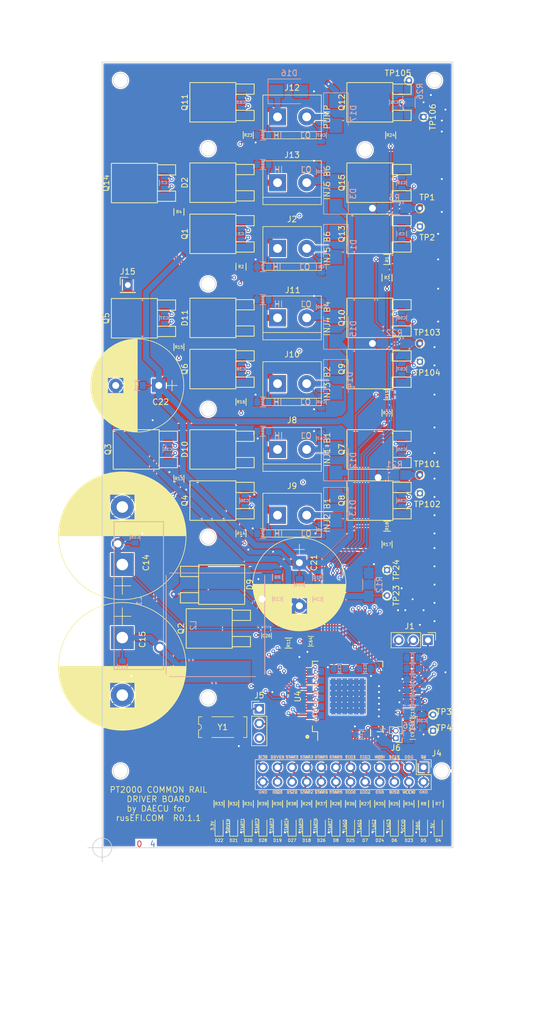
<source format=kicad_pcb>
(kicad_pcb (version 20171130) (host pcbnew "(5.1.5)-3")
  (title_block (title "Common Rail PT2000 board") (date 2020-05-15) (rev R0.1.1) (company http://rusefi.com/))
  (layers (0 F.Cu signal) (1 PWR_AN power) (2 GND power) (31 B.Cu signal) (34 B.Paste user) (35 F.Paste user) (36 B.SilkS user) (37 F.SilkS user) (38 B.Mask user) (39 F.Mask user) (44 Edge.Cuts user))
  (net 0 "")
  (net 1 GND)
  (net 2 /5V)
  (net 3 /3.3V)
  (net 4 /VCCIO)
  (net 5 /VCCP)
  (net 6 /Vbat)
  (net 7 /Vpwr)
  (net 8 /Vboost)
  (net 9 "Net-(C23-Pad1)")
  (net 10 "Net-(C24-Pad1)")
  (net 11 "Net-(C26-Pad2)")
  (net 12 "Net-(C35-Pad1)")
  (net 13 "Net-(C36-Pad1)")
  (net 14 "Net-(C37-Pad1)")
  (net 15 "Net-(C38-Pad1)")
  (net 16 "Net-(C39-Pad1)")
  (net 17 "Net-(C40-Pad1)")
  (net 18 "Net-(C41-Pad1)")
  (net 19 "Net-(C42-Pad1)")
  (net 20 "Net-(C55-Pad2)")
  (net 21 "Net-(C56-Pad2)")
  (net 22 "Net-(C57-Pad2)")
  (net 23 "Net-(C58-Pad2)")
  (net 24 "Net-(C63-Pad1)")
  (net 25 "Net-(C64-Pad2)")
  (net 26 "Net-(C71-Pad2)")
  (net 27 /START6)
  (net 28 /CSB)
  (net 29 /START5)
  (net 30 /MISO)
  (net 31 /START4)
  (net 32 /MOSI)
  (net 33 /START3)
  (net 34 /SCLK)
  (net 35 /START2)
  (net 36 /START1)
  (net 37 /RESETB)
  (net 38 /DRVEN)
  (net 39 /OA_1)
  (net 40 /OA_2)
  (net 41 /IRQB)
  (net 42 /FLAG_0)
  (net 43 /FLAG_1)
  (net 44 /FLAG_2)
  (net 45 "Net-(J5-Pad1)")
  (net 46 /VCC2P5)
  (net 47 /BANK1_BAT)
  (net 48 /INJ_B1_HIGH)
  (net 49 /BANK2_BAT)
  (net 50 /INJ_B2_HIGH)
  (net 51 /INJ1_LOW)
  (net 52 /INJ2_LOW)
  (net 53 /INJ3_LOW)
  (net 54 /INJ4_LOW)
  (net 55 /PUMP_HIGH)
  (net 56 /PUMP_LOW)
  (net 57 /CLK)
  (net 58 /DBG)
  (net 59 /P_SENSE_BOOST)
  (net 60 /P_B1_SENSE)
  (net 61 /P_B2_SENSE)
  (net 62 /P_SENSE_PUMP)
  (net 63 /G_L_BOOST)
  (net 64 /G_HB1_BAT)
  (net 65 /G_HB1_BST)
  (net 66 /G_HB2_BAT)
  (net 67 /G_HB2_BST)
  (net 68 /G_L_INJ1)
  (net 69 /G_L_INJ2)
  (net 70 /G_L_INJ3)
  (net 71 /G_L_INJ4)
  (net 72 /G_PUMP)
  (net 73 /Vbuck)
  (net 74 "Net-(C1-Pad1)")
  (net 75 "Net-(C2-Pad1)")
  (net 76 "Net-(C3-Pad1)")
  (net 77 "Net-(C5-Pad2)")
  (net 78 "Net-(C7-Pad1)")
  (net 79 "Net-(C19-Pad2)")
  (net 80 /START7)
  (net 81 /OA_3)
  (net 82 /FLAG_3)
  (net 83 /G_LS7)
  (net 84 /BANK3_BAT)
  (net 85 /P_B3_SENSE)
  (net 86 /INJ5_LOW)
  (net 87 /INJ6_LOW)
  (net 88 /G_L_INJ5)
  (net 89 /G_L_INJ6)
  (net 90 /P_SENSE_4)
  (net 91 "Net-(D4-Pad2)")
  (net 92 "Net-(D5-Pad2)")
  (net 93 "Net-(D6-Pad2)")
  (net 94 "Net-(D7-Pad2)")
  (net 95 "Net-(D8-Pad2)")
  (net 96 "Net-(D18-Pad2)")
  (net 97 "Net-(D19-Pad2)")
  (net 98 "Net-(D20-Pad2)")
  (net 99 "Net-(D21-Pad2)")
  (net 100 "Net-(D22-Pad2)")
  (net 101 "Net-(D23-Pad2)")
  (net 102 "Net-(D24-Pad2)")
  (net 103 "Net-(D25-Pad2)")
  (net 104 "Net-(D26-Pad2)")
  (net 105 "Net-(D27-Pad2)")
  (net 106 "Net-(D28-Pad2)")
  (net 107 /INJ_B3_HIGH)
  (net 108 /G_HB3_BST)
  (net 109 /G_HB3_BAT)
  (module Pin_Headers:Pin_Header_Straight_1x02_Pitch1.27mm (layer F.Cu) (at 157.734 151.13 180)
    (fp_text reference J6 (at 0 -1.695) (layer F.SilkS))
    (fp_text value CONN_01X03)
    (pad 1 thru_hole rect (at 0 0 180) (size 1 1) (drill 0.65) (layers *.Cu *.Mask) (net 4 /VCCIO))
    (pad 2 thru_hole oval (at 0 1.27 180) (size 1 1) (drill 0.65) (layers *.Cu *.Mask) (net 2 /5V))
  )
  (module Capacitors_ThroughHole:CP_Radial_D22.0mm_P10.00mm_SnapIn (layer F.Cu) (at 110.172 120.968 90)
    (fp_text reference C14 (at 0.3175 4.1275 90) (layer F.SilkS))
    (fp_text value 1000uF)
    (pad 1 thru_hole rect (at 0 0 90) (size 4 4) (drill 2) (layers *.Cu *.Mask) (net 6 /Vbat))
    (pad 2 thru_hole circle (at 10 0 90) (size 4 4) (drill 2) (layers *.Cu *.Mask) (net 1 GND))
  )
  (module Capacitors_ThroughHole:CP_Radial_D22.0mm_P10.00mm_SnapIn (layer F.Cu) (at 110.172 133.668 270)
    (fp_text reference C15 (at 0.3175 -3.4925 270) (layer F.SilkS))
    (fp_text value 1000uF)
    (pad 1 thru_hole rect (at 0 0 270) (size 4 4) (drill 2) (layers *.Cu *.Mask) (net 7 /Vpwr))
    (pad 2 thru_hole circle (at 10 0 270) (size 4 4) (drill 2) (layers *.Cu *.Mask) (net 1 GND))
  )
  (module Capacitors_ThroughHole:CP_Radial_D16.0mm_P7.50mm (layer F.Cu) (at 140.97 120.65 270)
    (fp_text reference C21 (at 0 -2.54 90) (layer F.SilkS))
    (fp_text value 390uF)
    (pad 1 thru_hole rect (at 0 0 270) (size 2.4 2.4) (drill 1.2) (layers *.Cu *.Mask) (net 8 /Vboost))
    (pad 2 thru_hole circle (at 7.5 0 270) (size 2.4 2.4) (drill 1.2) (layers *.Cu *.Mask) (net 59 /P_SENSE_BOOST))
  )
  (module Capacitors_ThroughHole:CP_Radial_D16.0mm_P7.50mm (layer F.Cu) (at 116.522 89.852 180)
    (fp_text reference C22 (at -0.3175 -2.8575) (layer F.SilkS))
    (fp_text value 390uF)
    (pad 1 thru_hole rect (at 0 0 180) (size 2.4 2.4) (drill 1.2) (layers *.Cu *.Mask) (net 8 /Vboost))
    (pad 2 thru_hole circle (at 7.5 0 180) (size 2.4 2.4) (drill 1.2) (layers *.Cu *.Mask) (net 59 /P_SENSE_BOOST))
  )
  (module rusEFI_LIB:R_0805 (layer F.Cu) (at 156.21 67.945 180)
    (fp_text reference R1 (at 0 0 270) (layer F.SilkS) (effects (font (size 0.508 0.508) (thickness 0.1016))))
    (fp_text value 10R hide)
    (pad 1 smd rect (at -0.95 0 180) (size 0.7 1.3) (layers F.Cu F.Paste F.Mask) (net 77 "Net-(C5-Pad2)"))
    (pad 2 smd rect (at 0.95 0 180) (size 0.7 1.3) (layers F.Cu F.Paste F.Mask) (net 88 /G_L_INJ5))
  )
  (module rusEFI_LIB:R_0805 (layer F.Cu) (at 130.81 69.215 270)
    (fp_text reference R2 (at 0 0) (layer F.SilkS) (effects (font (size 0.508 0.508) (thickness 0.1016))))
    (fp_text value 10R hide)
    (pad 1 smd rect (at -0.95 0 270) (size 0.7 1.3) (layers F.Cu F.Paste F.Mask) (net 76 "Net-(C3-Pad1)"))
    (pad 2 smd rect (at 0.95 0 270) (size 0.7 1.3) (layers F.Cu F.Paste F.Mask) (net 108 /G_HB3_BST))
  )
  (module rusEFI_LIB:R_0805 (layer F.Cu) (at 120.015 59.69 270)
    (fp_text reference R4 (at 0 0) (layer F.SilkS) (effects (font (size 0.508 0.508) (thickness 0.1016))))
    (fp_text value 10R hide)
    (pad 1 smd rect (at -0.95 0 270) (size 0.7 1.3) (layers F.Cu F.Paste F.Mask) (net 78 "Net-(C7-Pad1)"))
    (pad 2 smd rect (at 0.95 0 270) (size 0.7 1.3) (layers F.Cu F.Paste F.Mask) (net 109 /G_HB3_BAT))
  )
  (module rusEFI_LIB:C_0805 (layer B.Cu) (at 158.75 54.61 270)
    (fp_text reference C19 (at 0 0) (layer B.SilkS) (effects (font (size 0.508 0.508) (thickness 0.1016)) (justify mirror)))
    (fp_text value 1000pF hide)
    (pad 1 smd rect (at -1 0 270) (size 1 1.25) (layers B.Cu B.Paste B.Mask) (net 85 /P_B3_SENSE))
    (pad 2 smd rect (at 1 0 270) (size 1 1.25) (layers B.Cu B.Paste B.Mask) (net 79 "Net-(C19-Pad2)"))
  )
  (module rusEFI_LIB:C_0805 (layer B.Cu) (at 158.75 63.5 270)
    (fp_text reference C5 (at 0 0) (layer B.SilkS) (effects (font (size 0.508 0.508) (thickness 0.1016)) (justify mirror)))
    (fp_text value 1000pF hide)
    (pad 1 smd rect (at -1 0 270) (size 1 1.25) (layers B.Cu B.Paste B.Mask) (net 85 /P_B3_SENSE))
    (pad 2 smd rect (at 1 0 270) (size 1 1.25) (layers B.Cu B.Paste B.Mask) (net 77 "Net-(C5-Pad2)"))
  )
  (module rusEFI_LIB:C_0805 (layer B.Cu) (at 144.78 52.705 90)
    (fp_text reference C20 (at 0 0 180) (layer B.SilkS) (effects (font (size 0.508 0.508) (thickness 0.1016)) (justify mirror)))
    (fp_text value 4700pF hide)
    (pad 1 smd rect (at -1 0 90) (size 1 1.25) (layers B.Cu B.Paste B.Mask) (net 87 /INJ6_LOW))
    (pad 2 smd rect (at 1 0 90) (size 1 1.25) (layers B.Cu B.Paste B.Mask) (net 1 GND))
  )
  (module rusEFI_LIB:C_0805 (layer B.Cu) (at 144.78 69.215 270)
    (fp_text reference C6 (at 0 0) (layer B.SilkS) (effects (font (size 0.508 0.508) (thickness 0.1016)) (justify mirror)))
    (fp_text value 4700pF hide)
    (pad 1 smd rect (at -1 0 270) (size 1 1.25) (layers B.Cu B.Paste B.Mask) (net 86 /INJ5_LOW))
    (pad 2 smd rect (at 1 0 270) (size 1 1.25) (layers B.Cu B.Paste B.Mask) (net 1 GND))
  )
  (module rusEFI_LIB:C_0805 (layer B.Cu) (at 134.62 51.435 180)
    (fp_text reference C18 (at 0 0 270) (layer B.SilkS) (effects (font (size 0.508 0.508) (thickness 0.1016)) (justify mirror)))
    (fp_text value 4700pF hide)
    (pad 1 smd rect (at -1 0 180) (size 1 1.25) (layers B.Cu B.Paste B.Mask) (net 107 /INJ_B3_HIGH))
    (pad 2 smd rect (at 1 0 180) (size 1 1.25) (layers B.Cu B.Paste B.Mask) (net 1 GND))
  )
  (module rusEFI_LIB:C_0805 (layer B.Cu) (at 134.62 69.215 180)
    (fp_text reference C4 (at 0 0 270) (layer B.SilkS) (effects (font (size 0.508 0.508) (thickness 0.1016)) (justify mirror)))
    (fp_text value 4700pF hide)
    (pad 1 smd rect (at -1 0 180) (size 1 1.25) (layers B.Cu B.Paste B.Mask) (net 107 /INJ_B3_HIGH))
    (pad 2 smd rect (at 1 0 180) (size 1 1.25) (layers B.Cu B.Paste B.Mask) (net 1 GND))
  )
  (module rusEFI_LIB:C_0805 (layer B.Cu) (at 130.81 63.5 90)
    (fp_text reference C3 (at 0 0 180) (layer B.SilkS) (effects (font (size 0.508 0.508) (thickness 0.1016)) (justify mirror)))
    (fp_text value 1000pF hide)
    (pad 1 smd rect (at -1 0 90) (size 1 1.25) (layers B.Cu B.Paste B.Mask) (net 76 "Net-(C3-Pad1)"))
    (pad 2 smd rect (at 1 0 90) (size 1 1.25) (layers B.Cu B.Paste B.Mask) (net 107 /INJ_B3_HIGH))
  )
  (module rusEFI_LIB:C_0805 (layer B.Cu) (at 117.475 54.61 90)
    (fp_text reference C7 (at 0 0 180) (layer B.SilkS) (effects (font (size 0.508 0.508) (thickness 0.1016)) (justify mirror)))
    (fp_text value 1000pF hide)
    (pad 1 smd rect (at -1 0 90) (size 1 1.25) (layers B.Cu B.Paste B.Mask) (net 78 "Net-(C7-Pad1)"))
    (pad 2 smd rect (at 1 0 90) (size 1 1.25) (layers B.Cu B.Paste B.Mask) (net 84 /BANK3_BAT))
  )
  (module Connect:PINTST (layer F.Cu) (at 161.925 62.23 270)
    (fp_text reference TP2 (at 1.905 -1.27) (layer F.SilkS))
    (fp_text value Conn_01x01)
    (pad 1 thru_hole circle (at 0 0 270) (size 1.143 1.143) (drill 0.635) (layers *.Cu *.Mask) (net 1 GND))
  )
  (module Connect:PINTST (layer F.Cu) (at 161.925 59.055 270)
    (fp_text reference TP1 (at -1.905 -1.27) (layer F.SilkS))
    (fp_text value Conn_01x01)
    (pad 1 thru_hole circle (at 0 0 270) (size 1.143 1.143) (drill 0.635) (layers *.Cu *.Mask) (net 85 /P_B3_SENSE))
  )
  (module Resistors_SMD:R_1206_HandSoldering (layer B.Cu) (at 157.48 59.055 180)
    (fp_text reference R5 (at 0 1.85 180) (layer B.SilkS) (effects (justify mirror)))
    (fp_text value 0R015)
    (pad 1 smd rect (at -2 0 180) (size 2 1.7) (layers B.Cu B.Paste B.Mask) (net 85 /P_B3_SENSE))
    (pad 2 smd rect (at 2 0 180) (size 2 1.7) (layers B.Cu B.Paste B.Mask) (net 1 GND))
  )
  (module TO_SOT_Packages_SMD:TO-252-2Lead (layer F.Cu) (at 158.75 54.61 90)
    (fp_text reference Q15 (at 0 -10.414 90) (layer F.SilkS))
    (fp_text value BUK9230-100B)
    (pad 1 smd rect (at -2.286 0 90) (size 1.651 3.048) (layers F.Cu F.Paste F.Mask) (net 79 "Net-(C19-Pad2)"))
    (pad 2 smd rect (at 0 -6.35 90) (size 6.096 6.096) (layers F.Cu F.Paste F.Mask) (net 87 /INJ6_LOW))
    (pad 3 smd rect (at 2.286 0 90) (size 1.651 3.048) (layers F.Cu F.Paste F.Mask) (net 85 /P_B3_SENSE))
  )
  (module TO_SOT_Packages_SMD:TO-252-2Lead (layer F.Cu) (at 158.75 63.5 90)
    (fp_text reference Q13 (at 0 -10.414 90) (layer F.SilkS))
    (fp_text value BUK9230-100B)
    (pad 1 smd rect (at -2.286 0 90) (size 1.651 3.048) (layers F.Cu F.Paste F.Mask) (net 77 "Net-(C5-Pad2)"))
    (pad 2 smd rect (at 0 -6.35 90) (size 6.096 6.096) (layers F.Cu F.Paste F.Mask) (net 86 /INJ5_LOW))
    (pad 3 smd rect (at 2.286 0 90) (size 1.651 3.048) (layers F.Cu F.Paste F.Mask) (net 85 /P_B3_SENSE))
  )
  (module TO_SOT_Packages_SMD:TO-252-2Lead (layer F.Cu) (at 131.445 63.5 90)
    (fp_text reference Q1 (at 0 -10.414 90) (layer F.SilkS))
    (fp_text value BUK9230-100B)
    (pad 1 smd rect (at -2.286 0 90) (size 1.651 3.048) (layers F.Cu F.Paste F.Mask) (net 76 "Net-(C3-Pad1)"))
    (pad 2 smd rect (at 0 -6.35 90) (size 6.096 6.096) (layers F.Cu F.Paste F.Mask) (net 8 /Vboost))
    (pad 3 smd rect (at 2.286 0 90) (size 1.651 3.048) (layers F.Cu F.Paste F.Mask) (net 107 /INJ_B3_HIGH))
  )
  (module TO_SOT_Packages_SMD:TO-252-2Lead (layer F.Cu) (at 117.792 54.6735 90)
    (fp_text reference Q14 (at 0 -10.414 90) (layer F.SilkS))
    (fp_text value BUK9230-100B)
    (pad 1 smd rect (at -2.286 0 90) (size 1.651 3.048) (layers F.Cu F.Paste F.Mask) (net 78 "Net-(C7-Pad1)"))
    (pad 2 smd rect (at 0 -6.35 90) (size 6.096 6.096) (layers F.Cu F.Paste F.Mask) (net 6 /Vbat))
    (pad 3 smd rect (at 2.286 0 90) (size 1.651 3.048) (layers F.Cu F.Paste F.Mask) (net 84 /BANK3_BAT))
  )
  (module Terminal_Blocks:TerminalBlock_bornier-2_P5.08mm (layer F.Cu) (at 137.16 54.61)
    (fp_text reference J13 (at 2.54 -4.826) (layer F.SilkS))
    (fp_text value INJ_Term)
    (pad 1 thru_hole rect (at 0 0) (size 3 3) (drill 1.52) (layers *.Cu *.Mask) (net 107 /INJ_B3_HIGH))
    (pad 2 thru_hole circle (at 5.08 0) (size 3 3) (drill 1.52) (layers *.Cu *.Mask) (net 87 /INJ6_LOW))
  )
  (module Terminal_Blocks:TerminalBlock_bornier-2_P5.08mm (layer F.Cu) (at 137.16 66.04)
    (fp_text reference J2 (at 2.54 -5.08) (layer F.SilkS))
    (fp_text value INJ_Term)
    (pad 1 thru_hole rect (at 0 0) (size 3 3) (drill 1.52) (layers *.Cu *.Mask) (net 107 /INJ_B3_HIGH))
    (pad 2 thru_hole circle (at 5.08 0) (size 3 3) (drill 1.52) (layers *.Cu *.Mask) (net 86 /INJ5_LOW))
  )
  (module Diodes_SMD:D_SMB (layer B.Cu) (at 147.32 56.515 90)
    (fp_text reference D3 (at 0 3 90) (layer B.SilkS) (effects (justify mirror)))
    (fp_text value STPS2H100UY)
    (pad 1 smd rect (at -2.15 0 90) (size 2.5 2.3) (layers B.Cu B.Paste B.Mask) (net 8 /Vboost))
    (pad 2 smd rect (at 2.15 0 90) (size 2.5 2.3) (layers B.Cu B.Paste B.Mask) (net 87 /INJ6_LOW))
  )
  (module Diodes_SMD:D_SMB (layer B.Cu) (at 147.32 65.405 270)
    (fp_text reference D1 (at 0 -3.048 270) (layer B.SilkS) (effects (justify mirror)))
    (fp_text value STPS2H100UY)
    (pad 1 smd rect (at -2.15 0 270) (size 2.5 2.3) (layers B.Cu B.Paste B.Mask) (net 8 /Vboost))
    (pad 2 smd rect (at 2.15 0 270) (size 2.5 2.3) (layers B.Cu B.Paste B.Mask) (net 86 /INJ5_LOW))
  )
  (module TO_SOT_Packages_SMD:TO-252-2Lead (layer F.Cu) (at 131.445 54.61 90)
    (fp_text reference D2 (at 0 -10.414 90) (layer F.SilkS))
    (fp_text value SBR10200CTL)
    (pad 1 smd rect (at -2.286 0 90) (size 1.651 3.048) (layers F.Cu F.Paste F.Mask) (net 1 GND))
    (pad 2 smd rect (at 0 -6.35 90) (size 6.096 6.096) (layers F.Cu F.Paste F.Mask) (net 107 /INJ_B3_HIGH))
    (pad 3 smd rect (at 2.286 0 90) (size 1.651 3.048) (layers F.Cu F.Paste F.Mask) (net 84 /BANK3_BAT))
  )
  (module rusEFI_LIB:IHLP6767GZER100M01 (layer B.Cu) (at 126.365 131.445 270)
    (fp_text reference L2 (at 0.09906 3.85064 270) (layer B.SilkS) (effects (justify mirror)))
    (fp_text value 10uH hide)
    (pad 2 smd rect (at 8.1225 0 270) (size 3.825 12.32) (layers B.Cu B.Paste B.Mask) (net 7 /Vpwr))
    (pad 1 smd rect (at -8.1225 0 270) (size 3.825 12.32) (layers B.Cu B.Paste B.Mask) (net 73 /Vbuck))
  )
  (module TO_SOT_Packages_SMD:TO-252-2Lead (layer F.Cu) (at 121.92 124.46 270)
    (fp_text reference D9 (at 0 -10.414 270) (layer F.SilkS))
    (fp_text value FFD10UP20S)
    (pad 1 smd rect (at -2.286 0 270) (size 1.651 3.048) (layers F.Cu F.Paste F.Mask) (net 8 /Vboost))
    (pad 2 smd rect (at 0 -6.35 270) (size 6.096 6.096) (layers F.Cu F.Paste F.Mask) (net 8 /Vboost))
    (pad 3 smd rect (at 2.286 0 270) (size 1.651 3.048) (layers F.Cu F.Paste F.Mask) (net 73 /Vbuck))
  )
  (module TO_SOT_Packages_SMD:TO-252-2Lead (layer F.Cu) (at 131.445 100.965 90)
    (fp_text reference D10 (at 0 -10.414 90) (layer F.SilkS))
    (fp_text value SBR10200CTL)
    (pad 1 smd rect (at -2.286 0 90) (size 1.651 3.048) (layers F.Cu F.Paste F.Mask) (net 1 GND))
    (pad 2 smd rect (at 0 -6.35 90) (size 6.096 6.096) (layers F.Cu F.Paste F.Mask) (net 48 /INJ_B1_HIGH))
    (pad 3 smd rect (at 2.286 0 90) (size 1.651 3.048) (layers F.Cu F.Paste F.Mask) (net 47 /BANK1_BAT))
  )
  (module TO_SOT_Packages_SMD:TO-252-2Lead (layer F.Cu) (at 131.445 78.105 90)
    (fp_text reference D11 (at 0 -10.414 90) (layer F.SilkS))
    (fp_text value SBR10200CTL)
    (pad 1 smd rect (at -2.286 0 90) (size 1.651 3.048) (layers F.Cu F.Paste F.Mask) (net 1 GND))
    (pad 2 smd rect (at 0 -6.35 90) (size 6.096 6.096) (layers F.Cu F.Paste F.Mask) (net 50 /INJ_B2_HIGH))
    (pad 3 smd rect (at 2.286 0 90) (size 1.651 3.048) (layers F.Cu F.Paste F.Mask) (net 49 /BANK2_BAT))
  )
  (module Diodes_SMD:D_SMB (layer B.Cu) (at 147.32 102.87 90)
    (fp_text reference D12 (at 0 3 90) (layer B.SilkS) (effects (justify mirror)))
    (fp_text value STPS2H100UY)
    (pad 1 smd rect (at -2.15 0 90) (size 2.5 2.3) (layers B.Cu B.Paste B.Mask) (net 8 /Vboost))
    (pad 2 smd rect (at 2.15 0 90) (size 2.5 2.3) (layers B.Cu B.Paste B.Mask) (net 52 /INJ2_LOW))
  )
  (module Diodes_SMD:D_SMB (layer B.Cu) (at 147.32 111.125 270)
    (fp_text reference D13 (at 0 -2.921 270) (layer B.SilkS) (effects (justify mirror)))
    (fp_text value STPS2H100UY)
    (pad 1 smd rect (at -2.15 0 270) (size 2.5 2.3) (layers B.Cu B.Paste B.Mask) (net 8 /Vboost))
    (pad 2 smd rect (at 2.15 0 270) (size 2.5 2.3) (layers B.Cu B.Paste B.Mask) (net 51 /INJ1_LOW))
  )
  (module Diodes_SMD:D_SMB (layer B.Cu) (at 147.32 88.9 270)
    (fp_text reference D14 (at 0 -2.413 270) (layer B.SilkS) (effects (justify mirror)))
    (fp_text value STPS2H100UY)
    (pad 1 smd rect (at -2.15 0 270) (size 2.5 2.3) (layers B.Cu B.Paste B.Mask) (net 8 /Vboost))
    (pad 2 smd rect (at 2.15 0 270) (size 2.5 2.3) (layers B.Cu B.Paste B.Mask) (net 53 /INJ3_LOW))
  )
  (module Diodes_SMD:D_SMB (layer B.Cu) (at 147.32 80.01 90)
    (fp_text reference D15 (at 0 3 90) (layer B.SilkS) (effects (justify mirror)))
    (fp_text value STPS2H100UY)
    (pad 1 smd rect (at -2.15 0 90) (size 2.5 2.3) (layers B.Cu B.Paste B.Mask) (net 8 /Vboost))
    (pad 2 smd rect (at 2.15 0 90) (size 2.5 2.3) (layers B.Cu B.Paste B.Mask) (net 54 /INJ4_LOW))
  )
  (module Diodes_SMD:D_SMB (layer B.Cu) (at 139.065 38.735)
    (fp_text reference D16 (at 0.127 -3.175) (layer B.SilkS) (effects (justify mirror)))
    (fp_text value STPS2H100UY)
    (pad 1 smd rect (at -2.15 0) (size 2.5 2.3) (layers B.Cu B.Paste B.Mask) (net 55 /PUMP_HIGH))
    (pad 2 smd rect (at 2.15 0) (size 2.5 2.3) (layers B.Cu B.Paste B.Mask) (net 1 GND))
  )
  (module Diodes_SMD:D_SMB (layer B.Cu) (at 147.32 42.545 270)
    (fp_text reference D17 (at 0 -3.048 270) (layer B.SilkS) (effects (justify mirror)))
    (fp_text value STPS2H100UY)
    (pad 1 smd rect (at -2.15 0 270) (size 2.5 2.3) (layers B.Cu B.Paste B.Mask) (net 6 /Vbat))
    (pad 2 smd rect (at 2.15 0 270) (size 2.5 2.3) (layers B.Cu B.Paste B.Mask) (net 56 /PUMP_LOW))
  )
  (module Pin_Headers:Pin_Header_Straight_1x03_Pitch2.54mm (layer F.Cu) (at 133.985 146.05)
    (fp_text reference J5 (at 0 -2.33) (layer F.SilkS))
    (fp_text value CONN_01X03)
    (pad 1 thru_hole rect (at 0 0) (size 1.7 1.7) (drill 1) (layers *.Cu *.Mask) (net 45 "Net-(J5-Pad1)"))
    (pad 2 thru_hole oval (at 0 2.54) (size 1.7 1.7) (drill 1) (layers *.Cu *.Mask) (net 57 /CLK))
    (pad 3 thru_hole oval (at 0 5.08) (size 1.7 1.7) (drill 1) (layers *.Cu *.Mask))
  )
  (module Terminal_Blocks:TerminalBlock_bornier-2_P5.08mm (layer F.Cu) (at 137.16 100.965)
    (fp_text reference J8 (at 2.54 -5.08) (layer F.SilkS))
    (fp_text value INJ_Term)
    (pad 1 thru_hole rect (at 0 0) (size 3 3) (drill 1.52) (layers *.Cu *.Mask) (net 48 /INJ_B1_HIGH))
    (pad 2 thru_hole circle (at 5.08 0) (size 3 3) (drill 1.52) (layers *.Cu *.Mask) (net 52 /INJ2_LOW))
  )
  (module Terminal_Blocks:TerminalBlock_bornier-2_P5.08mm (layer F.Cu) (at 137.16 112.395)
    (fp_text reference J9 (at 2.54 -5.08) (layer F.SilkS))
    (fp_text value INJ_Term)
    (pad 1 thru_hole rect (at 0 0) (size 3 3) (drill 1.52) (layers *.Cu *.Mask) (net 48 /INJ_B1_HIGH))
    (pad 2 thru_hole circle (at 5.08 0) (size 3 3) (drill 1.52) (layers *.Cu *.Mask) (net 51 /INJ1_LOW))
  )
  (module Terminal_Blocks:TerminalBlock_bornier-2_P5.08mm (layer F.Cu) (at 137.16 89.535)
    (fp_text reference J10 (at 2.54 -5.08) (layer F.SilkS))
    (fp_text value INJ_Term)
    (pad 1 thru_hole rect (at 0 0) (size 3 3) (drill 1.52) (layers *.Cu *.Mask) (net 50 /INJ_B2_HIGH))
    (pad 2 thru_hole circle (at 5.08 0) (size 3 3) (drill 1.52) (layers *.Cu *.Mask) (net 53 /INJ3_LOW))
  )
  (module Terminal_Blocks:TerminalBlock_bornier-2_P5.08mm (layer F.Cu) (at 137.16 78.105)
    (fp_text reference J11 (at 2.667 -4.826) (layer F.SilkS))
    (fp_text value INJ_Term)
    (pad 1 thru_hole rect (at 0 0) (size 3 3) (drill 1.52) (layers *.Cu *.Mask) (net 50 /INJ_B2_HIGH))
    (pad 2 thru_hole circle (at 5.08 0) (size 3 3) (drill 1.52) (layers *.Cu *.Mask) (net 54 /INJ4_LOW))
  )
  (module Terminal_Blocks:TerminalBlock_bornier-2_P5.08mm (layer F.Cu) (at 137.16 43.18)
    (fp_text reference J12 (at 2.54 -5.08) (layer F.SilkS))
    (fp_text value INJ_Term)
    (pad 1 thru_hole rect (at 0 0) (size 3 3) (drill 1.52) (layers *.Cu *.Mask) (net 55 /PUMP_HIGH))
    (pad 2 thru_hole circle (at 5.08 0) (size 3 3) (drill 1.52) (layers *.Cu *.Mask) (net 56 /PUMP_LOW))
  )
  (module rusEFI_LIB:744710610-Inductor (layer B.Cu) (at 113.03 126.365 90)
    (fp_text reference L1 (at -1 0 90) (layer B.SilkS) (effects (justify mirror)))
    (fp_text value 6uH hide)
    (pad 1 thru_hole circle (at -9 3.65 90) (size 2.032 2.032) (drill 1.27) (layers *.Cu *.Mask) (net 7 /Vpwr))
    (pad 2 thru_hole circle (at 9 -3.65 90) (size 2.032 2.032) (drill 1.27) (layers *.Cu *.Mask) (net 6 /Vbat))
  )
  (module TO_SOT_Packages_SMD:TO-252-2Lead (layer F.Cu) (at 130.81 132.08 90)
    (fp_text reference Q2 (at 0 -10.414 90) (layer F.SilkS))
    (fp_text value BUK9230-100B)
    (pad 1 smd rect (at -2.286 0 90) (size 1.651 3.048) (layers F.Cu F.Paste F.Mask) (net 11 "Net-(C26-Pad2)"))
    (pad 2 smd rect (at 0 -6.35 90) (size 6.096 6.096) (layers F.Cu F.Paste F.Mask) (net 73 /Vbuck))
    (pad 3 smd rect (at 2.286 0 90) (size 1.651 3.048) (layers F.Cu F.Paste F.Mask) (net 59 /P_SENSE_BOOST))
  )
  (module TO_SOT_Packages_SMD:TO-252-2Lead (layer F.Cu) (at 118.11 100.965 90)
    (fp_text reference Q3 (at 0 -10.414 90) (layer F.SilkS))
    (fp_text value BUK9230-100B)
    (pad 1 smd rect (at -2.286 0 90) (size 1.651 3.048) (layers F.Cu F.Paste F.Mask) (net 12 "Net-(C35-Pad1)"))
    (pad 2 smd rect (at 0 -6.35 90) (size 6.096 6.096) (layers F.Cu F.Paste F.Mask) (net 6 /Vbat))
    (pad 3 smd rect (at 2.286 0 90) (size 1.651 3.048) (layers F.Cu F.Paste F.Mask) (net 47 /BANK1_BAT))
  )
  (module TO_SOT_Packages_SMD:TO-252-2Lead (layer F.Cu) (at 131.445 109.855 90)
    (fp_text reference Q4 (at 0 -10.414 90) (layer F.SilkS))
    (fp_text value BUK9230-100B)
    (pad 1 smd rect (at -2.286 0 90) (size 1.651 3.048) (layers F.Cu F.Paste F.Mask) (net 13 "Net-(C36-Pad1)"))
    (pad 2 smd rect (at 0 -6.35 90) (size 6.096 6.096) (layers F.Cu F.Paste F.Mask) (net 8 /Vboost))
    (pad 3 smd rect (at 2.286 0 90) (size 1.651 3.048) (layers F.Cu F.Paste F.Mask) (net 48 /INJ_B1_HIGH))
  )
  (module TO_SOT_Packages_SMD:TO-252-2Lead (layer F.Cu) (at 117.792 78.1685 90)
    (fp_text reference Q5 (at 0 -10.414 90) (layer F.SilkS))
    (fp_text value BUK9230-100B)
    (pad 1 smd rect (at -2.286 0 90) (size 1.651 3.048) (layers F.Cu F.Paste F.Mask) (net 14 "Net-(C37-Pad1)"))
    (pad 2 smd rect (at 0 -6.35 90) (size 6.096 6.096) (layers F.Cu F.Paste F.Mask) (net 6 /Vbat))
    (pad 3 smd rect (at 2.286 0 90) (size 1.651 3.048) (layers F.Cu F.Paste F.Mask) (net 49 /BANK2_BAT))
  )
  (module TO_SOT_Packages_SMD:TO-252-2Lead (layer F.Cu) (at 131.445 86.995 90)
    (fp_text reference Q6 (at 0 -10.414 90) (layer F.SilkS))
    (fp_text value BUK9230-100B)
    (pad 1 smd rect (at -2.286 0 90) (size 1.651 3.048) (layers F.Cu F.Paste F.Mask) (net 15 "Net-(C38-Pad1)"))
    (pad 2 smd rect (at 0 -6.35 90) (size 6.096 6.096) (layers F.Cu F.Paste F.Mask) (net 8 /Vboost))
    (pad 3 smd rect (at 2.286 0 90) (size 1.651 3.048) (layers F.Cu F.Paste F.Mask) (net 50 /INJ_B2_HIGH))
  )
  (module TO_SOT_Packages_SMD:TO-252-2Lead (layer F.Cu) (at 158.75 100.965 90)
    (fp_text reference Q7 (at 0 -10.414 90) (layer F.SilkS))
    (fp_text value BUK9230-100B)
    (pad 1 smd rect (at -2.286 0 90) (size 1.651 3.048) (layers F.Cu F.Paste F.Mask) (net 20 "Net-(C55-Pad2)"))
    (pad 2 smd rect (at 0 -6.35 90) (size 6.096 6.096) (layers F.Cu F.Paste F.Mask) (net 52 /INJ2_LOW))
    (pad 3 smd rect (at 2.286 0 90) (size 1.651 3.048) (layers F.Cu F.Paste F.Mask) (net 60 /P_B1_SENSE))
  )
  (module TO_SOT_Packages_SMD:TO-252-2Lead (layer F.Cu) (at 158.75 109.855 90)
    (fp_text reference Q8 (at 0 -10.414 90) (layer F.SilkS))
    (fp_text value BUK9230-100B)
    (pad 1 smd rect (at -2.286 0 90) (size 1.651 3.048) (layers F.Cu F.Paste F.Mask) (net 21 "Net-(C56-Pad2)"))
    (pad 2 smd rect (at 0 -6.35 90) (size 6.096 6.096) (layers F.Cu F.Paste F.Mask) (net 51 /INJ1_LOW))
    (pad 3 smd rect (at 2.286 0 90) (size 1.651 3.048) (layers F.Cu F.Paste F.Mask) (net 60 /P_B1_SENSE))
  )
  (module TO_SOT_Packages_SMD:TO-252-2Lead (layer F.Cu) (at 158.75 86.995 90)
    (fp_text reference Q9 (at 0 -10.414 90) (layer F.SilkS))
    (fp_text value BUK9230-100B)
    (pad 1 smd rect (at -2.286 0 90) (size 1.651 3.048) (layers F.Cu F.Paste F.Mask) (net 22 "Net-(C57-Pad2)"))
    (pad 2 smd rect (at 0 -6.35 90) (size 6.096 6.096) (layers F.Cu F.Paste F.Mask) (net 53 /INJ3_LOW))
    (pad 3 smd rect (at 2.286 0 90) (size 1.651 3.048) (layers F.Cu F.Paste F.Mask) (net 61 /P_B2_SENSE))
  )
  (module TO_SOT_Packages_SMD:TO-252-2Lead (layer F.Cu) (at 158.75 78.105 90)
    (fp_text reference Q10 (at 0 -10.414 90) (layer F.SilkS))
    (fp_text value BUK9230-100B)
    (pad 1 smd rect (at -2.286 0 90) (size 1.651 3.048) (layers F.Cu F.Paste F.Mask) (net 23 "Net-(C58-Pad2)"))
    (pad 2 smd rect (at 0 -6.35 90) (size 6.096 6.096) (layers F.Cu F.Paste F.Mask) (net 54 /INJ4_LOW))
    (pad 3 smd rect (at 2.286 0 90) (size 1.651 3.048) (layers F.Cu F.Paste F.Mask) (net 61 /P_B2_SENSE))
  )
  (module TO_SOT_Packages_SMD:TO-252-2Lead (layer F.Cu) (at 131.445 40.64 90)
    (fp_text reference Q11 (at 0 -10.414 90) (layer F.SilkS))
    (fp_text value BUK9230-100B)
    (pad 1 smd rect (at -2.286 0 90) (size 1.651 3.048) (layers F.Cu F.Paste F.Mask) (net 24 "Net-(C63-Pad1)"))
    (pad 2 smd rect (at 0 -6.35 90) (size 6.096 6.096) (layers F.Cu F.Paste F.Mask) (net 6 /Vbat))
    (pad 3 smd rect (at 2.286 0 90) (size 1.651 3.048) (layers F.Cu F.Paste F.Mask) (net 55 /PUMP_HIGH))
  )
  (module TO_SOT_Packages_SMD:TO-252-2Lead (layer F.Cu) (at 158.75 40.64 90)
    (fp_text reference Q12 (at 0 -10.414 90) (layer F.SilkS))
    (fp_text value BUK9230-100B)
    (pad 1 smd rect (at -2.286 0 90) (size 1.651 3.048) (layers F.Cu F.Paste F.Mask) (net 26 "Net-(C71-Pad2)"))
    (pad 2 smd rect (at 0 -6.35 90) (size 6.096 6.096) (layers F.Cu F.Paste F.Mask) (net 56 /PUMP_LOW))
    (pad 3 smd rect (at 2.286 0 90) (size 1.651 3.048) (layers F.Cu F.Paste F.Mask) (net 62 /P_SENSE_PUMP))
  )
  (module Resistors_SMD:R_1206_HandSoldering (layer B.Cu) (at 153.035 124.46 90)
    (fp_text reference R12 (at 0 1.85 90) (layer B.SilkS) (effects (justify mirror)))
    (fp_text value 0R010)
    (pad 1 smd rect (at -2 0 90) (size 2 1.7) (layers B.Cu B.Paste B.Mask) (net 59 /P_SENSE_BOOST))
    (pad 2 smd rect (at 2 0 90) (size 2 1.7) (layers B.Cu B.Paste B.Mask) (net 1 GND))
  )
  (module Resistors_SMD:R_1206_HandSoldering (layer B.Cu) (at 157.48 105.41 180)
    (fp_text reference R21 (at 0 1.85 180) (layer B.SilkS) (effects (justify mirror)))
    (fp_text value 0R015)
    (pad 1 smd rect (at -2 0 180) (size 2 1.7) (layers B.Cu B.Paste B.Mask) (net 60 /P_B1_SENSE))
    (pad 2 smd rect (at 2 0 180) (size 2 1.7) (layers B.Cu B.Paste B.Mask) (net 1 GND))
  )
  (module Resistors_SMD:R_1206_HandSoldering (layer B.Cu) (at 157.48 82.55 180)
    (fp_text reference R22 (at 0 1.85 180) (layer B.SilkS) (effects (justify mirror)))
    (fp_text value 0R015)
    (pad 1 smd rect (at -2 0 180) (size 2 1.7) (layers B.Cu B.Paste B.Mask) (net 61 /P_B2_SENSE))
    (pad 2 smd rect (at 2 0 180) (size 2 1.7) (layers B.Cu B.Paste B.Mask) (net 1 GND))
  )
  (module Resistors_SMD:R_1206_HandSoldering (layer B.Cu) (at 160.02 40.64 270)
    (fp_text reference R26 (at -1.905 -1.905 270) (layer B.SilkS) (effects (justify mirror)))
    (fp_text value 0R015)
    (pad 1 smd rect (at -2 0 270) (size 2 1.7) (layers B.Cu B.Paste B.Mask) (net 62 /P_SENSE_PUMP))
    (pad 2 smd rect (at 2 0 270) (size 2 1.7) (layers B.Cu B.Paste B.Mask) (net 1 GND))
  )
  (module Connect:PINTST (layer F.Cu) (at 156.21 126.365 270)
    (fp_text reference TP23 (at 0 -1.6 270) (layer F.SilkS))
    (fp_text value Conn_01x01)
    (pad 1 thru_hole circle (at 0 0 270) (size 1.143 1.143) (drill 0.635) (layers *.Cu *.Mask) (net 59 /P_SENSE_BOOST))
  )
  (module Connect:PINTST (layer F.Cu) (at 156.21 121.92 270)
    (fp_text reference TP24 (at 0 -1.6 270) (layer F.SilkS))
    (fp_text value Conn_01x01)
    (pad 1 thru_hole circle (at 0 0 270) (size 1.143 1.143) (drill 0.635) (layers *.Cu *.Mask) (net 1 GND))
  )
  (module Connect:PINTST (layer F.Cu) (at 161.925 105.41 270)
    (fp_text reference TP101 (at -1.905 -1.27) (layer F.SilkS))
    (fp_text value Conn_01x01)
    (pad 1 thru_hole circle (at 0 0 270) (size 1.143 1.143) (drill 0.635) (layers *.Cu *.Mask) (net 60 /P_B1_SENSE))
  )
  (module Connect:PINTST (layer F.Cu) (at 161.925 108.585 270)
    (fp_text reference TP102 (at 1.905 -1.27) (layer F.SilkS))
    (fp_text value Conn_01x01)
    (pad 1 thru_hole circle (at 0 0 270) (size 1.143 1.143) (drill 0.635) (layers *.Cu *.Mask) (net 1 GND))
  )
  (module Connect:PINTST (layer F.Cu) (at 161.925 82.55 270)
    (fp_text reference TP103 (at -1.905 -1.27) (layer F.SilkS))
    (fp_text value Conn_01x01)
    (pad 1 thru_hole circle (at 0 0 270) (size 1.143 1.143) (drill 0.635) (layers *.Cu *.Mask) (net 61 /P_B2_SENSE))
  )
  (module Connect:PINTST (layer F.Cu) (at 161.925 85.725 270)
    (fp_text reference TP104 (at 1.905 -1.27) (layer F.SilkS))
    (fp_text value Conn_01x01)
    (pad 1 thru_hole circle (at 0 0 270) (size 1.143 1.143) (drill 0.635) (layers *.Cu *.Mask) (net 1 GND))
  )
  (module Connect:PINTST (layer F.Cu) (at 160.02 36.83 270)
    (fp_text reference TP105 (at -1.27 1.905) (layer F.SilkS))
    (fp_text value Conn_01x01)
    (pad 1 thru_hole circle (at 0 0 270) (size 1.143 1.143) (drill 0.635) (layers *.Cu *.Mask) (net 62 /P_SENSE_PUMP))
  )
  (module Connect:PINTST (layer F.Cu) (at 162.56 43.18 270)
    (fp_text reference TP106 (at 0 -1.6 270) (layer F.SilkS))
    (fp_text value Conn_01x01)
    (pad 1 thru_hole circle (at 0 0 270) (size 1.143 1.143) (drill 0.635) (layers *.Cu *.Mask) (net 1 GND))
  )
  (module Crystals:Crystal_SMD_SeikoEpson_MC306-4pin_8.0x3.2mm (layer F.Cu) (at 127.635 149.225)
    (fp_text reference Y1 (at 0 0) (layer F.SilkS))
    (fp_text value 1MHz)
    (pad 1 smd rect (at -2.75 1.6) (size 1.3 1.9) (layers F.Cu F.Paste F.Mask) (net 3 /3.3V))
    (pad 2 smd rect (at 2.75 1.6) (size 1.3 1.9) (layers F.Cu F.Paste F.Mask) (net 1 GND))
    (pad 3 smd rect (at 2.75 -1.6) (size 1.3 1.9) (layers F.Cu F.Paste F.Mask) (net 45 "Net-(J5-Pad1)"))
    (pad 4 smd rect (at -2.75 -1.6) (size 1.3 1.9) (layers F.Cu F.Paste F.Mask) (net 3 /3.3V))
  )
  (module rusEFI_LIB:C_0805 (layer F.Cu) (at 160.655 148.59)
    (fp_text reference C8 (at 0 0 90) (layer F.SilkS) (effects (font (size 0.508 0.508) (thickness 0.1016))))
    (fp_text value 0.1uF hide)
    (pad 1 smd rect (at -1 0) (size 1 1.25) (layers F.Cu F.Paste F.Mask) (net 46 /VCC2P5))
    (pad 2 smd rect (at 1 0) (size 1 1.25) (layers F.Cu F.Paste F.Mask) (net 1 GND))
  )
  (module rusEFI_LIB:C_0805 (layer F.Cu) (at 160.655 150.495)
    (fp_text reference C9 (at 0 0 90) (layer F.SilkS) (effects (font (size 0.508 0.508) (thickness 0.1016))))
    (fp_text value 1uF hide)
    (pad 1 smd rect (at -1 0) (size 1 1.25) (layers F.Cu F.Paste F.Mask) (net 46 /VCC2P5))
    (pad 2 smd rect (at 1 0) (size 1 1.25) (layers F.Cu F.Paste F.Mask) (net 1 GND))
  )
  (module rusEFI_LIB:C_0805 (layer B.Cu) (at 151.765 150.495 180)
    (fp_text reference C10 (at 0 0 90) (layer B.SilkS) (effects (font (size 0.508 0.508) (thickness 0.1016)) (justify mirror)))
    (fp_text value 0.1uF hide)
    (pad 1 smd rect (at -1 0 180) (size 1 1.25) (layers B.Cu B.Paste B.Mask) (net 4 /VCCIO))
    (pad 2 smd rect (at 1 0 180) (size 1 1.25) (layers B.Cu B.Paste B.Mask) (net 1 GND))
  )
  (module rusEFI_LIB:C_0805 (layer F.Cu) (at 160.655 146.685)
    (fp_text reference C11 (at 0 0 90) (layer F.SilkS) (effects (font (size 0.508 0.508) (thickness 0.1016))))
    (fp_text value 0.1uF hide)
    (pad 1 smd rect (at -1 0) (size 1 1.25) (layers F.Cu F.Paste F.Mask) (net 2 /5V))
    (pad 2 smd rect (at 1 0) (size 1 1.25) (layers F.Cu F.Paste F.Mask) (net 1 GND))
  )
  (module rusEFI_LIB:C_0805 (layer B.Cu) (at 152.4 139.065)
    (fp_text reference C12 (at 0 0 270) (layer B.SilkS) (effects (font (size 0.508 0.508) (thickness 0.1016)) (justify mirror)))
    (fp_text value 4.7uF hide)
    (pad 1 smd rect (at -1 0) (size 1 1.25) (layers B.Cu B.Paste B.Mask) (net 5 /VCCP))
    (pad 2 smd rect (at 1 0) (size 1 1.25) (layers B.Cu B.Paste B.Mask) (net 1 GND))
  )
  (module rusEFI_LIB:C_0805 (layer B.Cu) (at 147.955 139.065 180)
    (fp_text reference C13 (at 0 0 90) (layer B.SilkS) (effects (font (size 0.508 0.508) (thickness 0.1016)) (justify mirror)))
    (fp_text value 0.1uF hide)
    (pad 1 smd rect (at -1 0 180) (size 1 1.25) (layers B.Cu B.Paste B.Mask) (net 5 /VCCP))
    (pad 2 smd rect (at 1 0 180) (size 1 1.25) (layers B.Cu B.Paste B.Mask) (net 1 GND))
  )
  (module rusEFI_LIB:C_0805 (layer B.Cu) (at 112.395 116.205 90)
    (fp_text reference C16 (at 0 0) (layer B.SilkS) (effects (font (size 0.508 0.508) (thickness 0.1016)) (justify mirror)))
    (fp_text value 0.22uF hide)
    (pad 1 smd rect (at -1 0 90) (size 1 1.25) (layers B.Cu B.Paste B.Mask) (net 6 /Vbat))
    (pad 2 smd rect (at 1 0 90) (size 1 1.25) (layers B.Cu B.Paste B.Mask) (net 1 GND))
  )
  (module rusEFI_LIB:C_0805 (layer B.Cu) (at 110.172 138.748 270)
    (fp_text reference C17 (at 0 0 180) (layer B.SilkS) (effects (font (size 0.508 0.508) (thickness 0.1016)) (justify mirror)))
    (fp_text value 0.22uF hide)
    (pad 1 smd rect (at -1 0 270) (size 1 1.25) (layers B.Cu B.Paste B.Mask) (net 7 /Vpwr))
    (pad 2 smd rect (at 1 0 270) (size 1 1.25) (layers B.Cu B.Paste B.Mask) (net 1 GND))
  )
  (module rusEFI_LIB:C_0805 (layer B.Cu) (at 137.16 127 270)
    (fp_text reference C23 (at 0 0 180) (layer B.SilkS) (effects (font (size 0.508 0.508) (thickness 0.1016)) (justify mirror)))
    (fp_text value 330pF hide)
    (pad 1 smd rect (at -1 0 270) (size 1 1.25) (layers B.Cu B.Paste B.Mask) (net 9 "Net-(C23-Pad1)"))
    (pad 2 smd rect (at 1 0 270) (size 1 1.25) (layers B.Cu B.Paste B.Mask) (net 59 /P_SENSE_BOOST))
  )
  (module rusEFI_LIB:C_0805 (layer B.Cu) (at 144.145 127 270)
    (fp_text reference C24 (at 0 0 180) (layer B.SilkS) (effects (font (size 0.508 0.508) (thickness 0.1016)) (justify mirror)))
    (fp_text value 330pF hide)
    (pad 1 smd rect (at -1 0 270) (size 1 1.25) (layers B.Cu B.Paste B.Mask) (net 10 "Net-(C24-Pad1)"))
    (pad 2 smd rect (at 1 0 270) (size 1 1.25) (layers B.Cu B.Paste B.Mask) (net 59 /P_SENSE_BOOST))
  )
  (module rusEFI_LIB:C_0805 (layer B.Cu) (at 140.97 124.46 270)
    (fp_text reference C25 (at 0 0 180) (layer B.SilkS) (effects (font (size 0.508 0.508) (thickness 0.1016)) (justify mirror)))
    (fp_text value 0.22uF hide)
    (pad 1 smd rect (at -1 0 270) (size 1 1.25) (layers B.Cu B.Paste B.Mask) (net 8 /Vboost))
    (pad 2 smd rect (at 1 0 270) (size 1 1.25) (layers B.Cu B.Paste B.Mask) (net 59 /P_SENSE_BOOST))
  )
  (module rusEFI_LIB:C_0805 (layer B.Cu) (at 112.712 89.852 180)
    (fp_text reference C27 (at 0 0 90) (layer B.SilkS) (effects (font (size 0.508 0.508) (thickness 0.1016)) (justify mirror)))
    (fp_text value 0.22uF hide)
    (pad 1 smd rect (at -1 0 180) (size 1 1.25) (layers B.Cu B.Paste B.Mask) (net 8 /Vboost))
    (pad 2 smd rect (at 1 0 180) (size 1 1.25) (layers B.Cu B.Paste B.Mask) (net 59 /P_SENSE_BOOST))
  )
  (module rusEFI_LIB:C_0805 (layer B.Cu) (at 160.655 137.16 180)
    (fp_text reference C28 (at 0 0 90) (layer B.SilkS) (effects (font (size 0.508 0.508) (thickness 0.1016)) (justify mirror)))
    (fp_text value 330pF hide)
    (pad 1 smd rect (at -1 0 180) (size 1 1.25) (layers B.Cu B.Paste B.Mask) (net 59 /P_SENSE_BOOST))
    (pad 2 smd rect (at 1 0 180) (size 1 1.25) (layers B.Cu B.Paste B.Mask) (net 1 GND))
  )
  (module rusEFI_LIB:C_0805 (layer B.Cu) (at 118.11 100.965 90)
    (fp_text reference C35 (at 0 0) (layer B.SilkS) (effects (font (size 0.508 0.508) (thickness 0.1016)) (justify mirror)))
    (fp_text value 1000pF hide)
    (pad 1 smd rect (at -1 0 90) (size 1 1.25) (layers B.Cu B.Paste B.Mask) (net 12 "Net-(C35-Pad1)"))
    (pad 2 smd rect (at 1 0 90) (size 1 1.25) (layers B.Cu B.Paste B.Mask) (net 47 /BANK1_BAT))
  )
  (module rusEFI_LIB:C_0805 (layer B.Cu) (at 131.445 109.855 90)
    (fp_text reference C36 (at 0 0) (layer B.SilkS) (effects (font (size 0.508 0.508) (thickness 0.1016)) (justify mirror)))
    (fp_text value 1000pF hide)
    (pad 1 smd rect (at -1 0 90) (size 1 1.25) (layers B.Cu B.Paste B.Mask) (net 13 "Net-(C36-Pad1)"))
    (pad 2 smd rect (at 1 0 90) (size 1 1.25) (layers B.Cu B.Paste B.Mask) (net 48 /INJ_B1_HIGH))
  )
  (module rusEFI_LIB:C_0805 (layer B.Cu) (at 117.475 78.105 90)
    (fp_text reference C37 (at 0 0) (layer B.SilkS) (effects (font (size 0.508 0.508) (thickness 0.1016)) (justify mirror)))
    (fp_text value 1000pF hide)
    (pad 1 smd rect (at -1 0 90) (size 1 1.25) (layers B.Cu B.Paste B.Mask) (net 14 "Net-(C37-Pad1)"))
    (pad 2 smd rect (at 1 0 90) (size 1 1.25) (layers B.Cu B.Paste B.Mask) (net 49 /BANK2_BAT))
  )
  (module rusEFI_LIB:C_0805 (layer B.Cu) (at 130.81 86.995 90)
    (fp_text reference C38 (at 0 0) (layer B.SilkS) (effects (font (size 0.508 0.508) (thickness 0.1016)) (justify mirror)))
    (fp_text value 1000pF hide)
    (pad 1 smd rect (at -1 0 90) (size 1 1.25) (layers B.Cu B.Paste B.Mask) (net 15 "Net-(C38-Pad1)"))
    (pad 2 smd rect (at 1 0 90) (size 1 1.25) (layers B.Cu B.Paste B.Mask) (net 50 /INJ_B2_HIGH))
  )
  (module rusEFI_LIB:C_0805 (layer B.Cu) (at 143.764 147.193)
    (fp_text reference C39 (at 0 0 270) (layer B.SilkS) (effects (font (size 0.508 0.508) (thickness 0.1016)) (justify mirror)))
    (fp_text value 0.33uF hide)
    (pad 1 smd rect (at -1 0) (size 1 1.25) (layers B.Cu B.Paste B.Mask) (net 16 "Net-(C39-Pad1)"))
    (pad 2 smd rect (at 1 0) (size 1 1.25) (layers B.Cu B.Paste B.Mask) (net 47 /BANK1_BAT))
  )
  (module rusEFI_LIB:C_0805 (layer B.Cu) (at 143.764 145.669)
    (fp_text reference C40 (at 0 0 270) (layer B.SilkS) (effects (font (size 0.508 0.508) (thickness 0.1016)) (justify mirror)))
    (fp_text value 0.33uF hide)
    (pad 1 smd rect (at -1 0) (size 1 1.25) (layers B.Cu B.Paste B.Mask) (net 17 "Net-(C40-Pad1)"))
    (pad 2 smd rect (at 1 0) (size 1 1.25) (layers B.Cu B.Paste B.Mask) (net 48 /INJ_B1_HIGH))
  )
  (module rusEFI_LIB:C_0805 (layer B.Cu) (at 143.764 144.145)
    (fp_text reference C41 (at 0 0 270) (layer B.SilkS) (effects (font (size 0.508 0.508) (thickness 0.1016)) (justify mirror)))
    (fp_text value 0.33uF hide)
    (pad 1 smd rect (at -1 0) (size 1 1.25) (layers B.Cu B.Paste B.Mask) (net 18 "Net-(C41-Pad1)"))
    (pad 2 smd rect (at 1 0) (size 1 1.25) (layers B.Cu B.Paste B.Mask) (net 49 /BANK2_BAT))
  )
  (module rusEFI_LIB:C_0805 (layer B.Cu) (at 143.764 142.621)
    (fp_text reference C42 (at 0 0 270) (layer B.SilkS) (effects (font (size 0.508 0.508) (thickness 0.1016)) (justify mirror)))
    (fp_text value 0.33uF hide)
    (pad 1 smd rect (at -1 0) (size 1 1.25) (layers B.Cu B.Paste B.Mask) (net 19 "Net-(C42-Pad1)"))
    (pad 2 smd rect (at 1 0) (size 1 1.25) (layers B.Cu B.Paste B.Mask) (net 50 /INJ_B2_HIGH))
  )
  (module rusEFI_LIB:C_0805 (layer B.Cu) (at 134.62 115.57 180)
    (fp_text reference C43 (at 0 0 90) (layer B.SilkS) (effects (font (size 0.508 0.508) (thickness 0.1016)) (justify mirror)))
    (fp_text value 4700pF hide)
    (pad 1 smd rect (at -1 0 180) (size 1 1.25) (layers B.Cu B.Paste B.Mask) (net 48 /INJ_B1_HIGH))
    (pad 2 smd rect (at 1 0 180) (size 1 1.25) (layers B.Cu B.Paste B.Mask) (net 1 GND))
  )
  (module rusEFI_LIB:C_0805 (layer B.Cu) (at 134.62 97.79 180)
    (fp_text reference C44 (at 0 0 90) (layer B.SilkS) (effects (font (size 0.508 0.508) (thickness 0.1016)) (justify mirror)))
    (fp_text value 4700pF hide)
    (pad 1 smd rect (at -1 0 180) (size 1 1.25) (layers B.Cu B.Paste B.Mask) (net 48 /INJ_B1_HIGH))
    (pad 2 smd rect (at 1 0 180) (size 1 1.25) (layers B.Cu B.Paste B.Mask) (net 1 GND))
  )
  (module rusEFI_LIB:C_0805 (layer B.Cu) (at 134.62 92.71 180)
    (fp_text reference C45 (at 0 0 90) (layer B.SilkS) (effects (font (size 0.508 0.508) (thickness 0.1016)) (justify mirror)))
    (fp_text value 4700pF hide)
    (pad 1 smd rect (at -1 0 180) (size 1 1.25) (layers B.Cu B.Paste B.Mask) (net 50 /INJ_B2_HIGH))
    (pad 2 smd rect (at 1 0 180) (size 1 1.25) (layers B.Cu B.Paste B.Mask) (net 1 GND))
  )
  (module rusEFI_LIB:C_0805 (layer B.Cu) (at 134.62 74.93 180)
    (fp_text reference C46 (at 0 0 90) (layer B.SilkS) (effects (font (size 0.508 0.508) (thickness 0.1016)) (justify mirror)))
    (fp_text value 4700pF hide)
    (pad 1 smd rect (at -1 0 180) (size 1 1.25) (layers B.Cu B.Paste B.Mask) (net 50 /INJ_B2_HIGH))
    (pad 2 smd rect (at 1 0 180) (size 1 1.25) (layers B.Cu B.Paste B.Mask) (net 1 GND))
  )
  (module rusEFI_LIB:C_0805 (layer B.Cu) (at 144.78 99.06 90)
    (fp_text reference C47 (at 0 0) (layer B.SilkS) (effects (font (size 0.508 0.508) (thickness 0.1016)) (justify mirror)))
    (fp_text value 4700pF hide)
    (pad 1 smd rect (at -1 0 90) (size 1 1.25) (layers B.Cu B.Paste B.Mask) (net 52 /INJ2_LOW))
    (pad 2 smd rect (at 1 0 90) (size 1 1.25) (layers B.Cu B.Paste B.Mask) (net 1 GND))
  )
  (module rusEFI_LIB:C_0805 (layer B.Cu) (at 144.78 114.935 270)
    (fp_text reference C48 (at 0 0 180) (layer B.SilkS) (effects (font (size 0.508 0.508) (thickness 0.1016)) (justify mirror)))
    (fp_text value 4700pF hide)
    (pad 1 smd rect (at -1 0 270) (size 1 1.25) (layers B.Cu B.Paste B.Mask) (net 51 /INJ1_LOW))
    (pad 2 smd rect (at 1 0 270) (size 1 1.25) (layers B.Cu B.Paste B.Mask) (net 1 GND))
  )
  (module rusEFI_LIB:C_0805 (layer B.Cu) (at 144.78 92.71 270)
    (fp_text reference C49 (at 0 0 180) (layer B.SilkS) (effects (font (size 0.508 0.508) (thickness 0.1016)) (justify mirror)))
    (fp_text value 4700pF hide)
    (pad 1 smd rect (at -1 0 270) (size 1 1.25) (layers B.Cu B.Paste B.Mask) (net 53 /INJ3_LOW))
    (pad 2 smd rect (at 1 0 270) (size 1 1.25) (layers B.Cu B.Paste B.Mask) (net 1 GND))
  )
  (module rusEFI_LIB:C_0805 (layer B.Cu) (at 144.78 76.2 90)
    (fp_text reference C50 (at 0 0) (layer B.SilkS) (effects (font (size 0.508 0.508) (thickness 0.1016)) (justify mirror)))
    (fp_text value 4700pF hide)
    (pad 1 smd rect (at -1 0 90) (size 1 1.25) (layers B.Cu B.Paste B.Mask) (net 54 /INJ4_LOW))
    (pad 2 smd rect (at 1 0 90) (size 1 1.25) (layers B.Cu B.Paste B.Mask) (net 1 GND))
  )
  (module rusEFI_LIB:C_0805 (layer B.Cu) (at 158.75 100.965 270)
    (fp_text reference C55 (at 0 0 180) (layer B.SilkS) (effects (font (size 0.508 0.508) (thickness 0.1016)) (justify mirror)))
    (fp_text value 1000pF hide)
    (pad 1 smd rect (at -1 0 270) (size 1 1.25) (layers B.Cu B.Paste B.Mask) (net 60 /P_B1_SENSE))
    (pad 2 smd rect (at 1 0 270) (size 1 1.25) (layers B.Cu B.Paste B.Mask) (net 20 "Net-(C55-Pad2)"))
  )
  (module rusEFI_LIB:C_0805 (layer B.Cu) (at 158.75 109.855 270)
    (fp_text reference C56 (at 0 0 180) (layer B.SilkS) (effects (font (size 0.508 0.508) (thickness 0.1016)) (justify mirror)))
    (fp_text value 1000pF hide)
    (pad 1 smd rect (at -1 0 270) (size 1 1.25) (layers B.Cu B.Paste B.Mask) (net 60 /P_B1_SENSE))
    (pad 2 smd rect (at 1 0 270) (size 1 1.25) (layers B.Cu B.Paste B.Mask) (net 21 "Net-(C56-Pad2)"))
  )
  (module rusEFI_LIB:C_0805 (layer B.Cu) (at 158.75 86.995 270)
    (fp_text reference C57 (at 0 0 180) (layer B.SilkS) (effects (font (size 0.508 0.508) (thickness 0.1016)) (justify mirror)))
    (fp_text value 1000pF hide)
    (pad 1 smd rect (at -1 0 270) (size 1 1.25) (layers B.Cu B.Paste B.Mask) (net 61 /P_B2_SENSE))
    (pad 2 smd rect (at 1 0 270) (size 1 1.25) (layers B.Cu B.Paste B.Mask) (net 22 "Net-(C57-Pad2)"))
  )
  (module rusEFI_LIB:C_0805 (layer B.Cu) (at 158.75 78.105 270)
    (fp_text reference C58 (at 0 0 180) (layer B.SilkS) (effects (font (size 0.508 0.508) (thickness 0.1016)) (justify mirror)))
    (fp_text value 1000pF hide)
    (pad 1 smd rect (at -1 0 270) (size 1 1.25) (layers B.Cu B.Paste B.Mask) (net 61 /P_B2_SENSE))
    (pad 2 smd rect (at 1 0 270) (size 1 1.25) (layers B.Cu B.Paste B.Mask) (net 23 "Net-(C58-Pad2)"))
  )
  (module rusEFI_LIB:C_0805 (layer B.Cu) (at 160.655 144.78 180)
    (fp_text reference C59 (at 0 0 90) (layer B.SilkS) (effects (font (size 0.508 0.508) (thickness 0.1016)) (justify mirror)))
    (fp_text value 330pF hide)
    (pad 1 smd rect (at -1 0 180) (size 1 1.25) (layers B.Cu B.Paste B.Mask) (net 60 /P_B1_SENSE))
    (pad 2 smd rect (at 1 0 180) (size 1 1.25) (layers B.Cu B.Paste B.Mask) (net 1 GND))
  )
  (module rusEFI_LIB:C_0805 (layer B.Cu) (at 160.655 142.875 180)
    (fp_text reference C60 (at 0 0 90) (layer B.SilkS) (effects (font (size 0.508 0.508) (thickness 0.1016)) (justify mirror)))
    (fp_text value 330pF hide)
    (pad 1 smd rect (at -1 0 180) (size 1 1.25) (layers B.Cu B.Paste B.Mask) (net 61 /P_B2_SENSE))
    (pad 2 smd rect (at 1 0 180) (size 1 1.25) (layers B.Cu B.Paste B.Mask) (net 1 GND))
  )
  (module rusEFI_LIB:C_0805 (layer B.Cu) (at 130.81 40.64 90)
    (fp_text reference C63 (at 0 0) (layer B.SilkS) (effects (font (size 0.508 0.508) (thickness 0.1016)) (justify mirror)))
    (fp_text value 1000pF hide)
    (pad 1 smd rect (at -1 0 90) (size 1 1.25) (layers B.Cu B.Paste B.Mask) (net 24 "Net-(C63-Pad1)"))
    (pad 2 smd rect (at 1 0 90) (size 1 1.25) (layers B.Cu B.Paste B.Mask) (net 55 /PUMP_HIGH))
  )
  (module rusEFI_LIB:C_0805 (layer F.Cu) (at 142.9512 134.3152)
    (fp_text reference C64 (at 0 0 90) (layer F.SilkS) (effects (font (size 0.508 0.508) (thickness 0.1016))))
    (fp_text value 0.33uF hide)
    (pad 1 smd rect (at -1 0) (size 1 1.25) (layers F.Cu F.Paste F.Mask) (net 55 /PUMP_HIGH))
    (pad 2 smd rect (at 1 0) (size 1 1.25) (layers F.Cu F.Paste F.Mask) (net 25 "Net-(C64-Pad2)"))
  )
  (module rusEFI_LIB:C_0805 (layer B.Cu) (at 134.62 46.355 180)
    (fp_text reference C65 (at 0 0 90) (layer B.SilkS) (effects (font (size 0.508 0.508) (thickness 0.1016)) (justify mirror)))
    (fp_text value 4700pF hide)
    (pad 1 smd rect (at -1 0 180) (size 1 1.25) (layers B.Cu B.Paste B.Mask) (net 55 /PUMP_HIGH))
    (pad 2 smd rect (at 1 0 180) (size 1 1.25) (layers B.Cu B.Paste B.Mask) (net 1 GND))
  )
  (module rusEFI_LIB:C_0805 (layer B.Cu) (at 144.78 46.355 270)
    (fp_text reference C67 (at 0 0 180) (layer B.SilkS) (effects (font (size 0.508 0.508) (thickness 0.1016)) (justify mirror)))
    (fp_text value 4700pF hide)
    (pad 1 smd rect (at -1 0 270) (size 1 1.25) (layers B.Cu B.Paste B.Mask) (net 56 /PUMP_LOW))
    (pad 2 smd rect (at 1 0 270) (size 1 1.25) (layers B.Cu B.Paste B.Mask) (net 1 GND))
  )
  (module rusEFI_LIB:C_0805 (layer B.Cu) (at 157.48 40.64 270)
    (fp_text reference C71 (at 0 0 180) (layer B.SilkS) (effects (font (size 0.508 0.508) (thickness 0.1016)) (justify mirror)))
    (fp_text value 1000pF hide)
    (pad 1 smd rect (at -1 0 270) (size 1 1.25) (layers B.Cu B.Paste B.Mask) (net 62 /P_SENSE_PUMP))
    (pad 2 smd rect (at 1 0 270) (size 1 1.25) (layers B.Cu B.Paste B.Mask) (net 26 "Net-(C71-Pad2)"))
  )
  (module rusEFI_LIB:C_0805 (layer B.Cu) (at 160.655 140.97 180)
    (fp_text reference C73 (at 0 0 90) (layer B.SilkS) (effects (font (size 0.508 0.508) (thickness 0.1016)) (justify mirror)))
    (fp_text value 330pF hide)
    (pad 1 smd rect (at -1 0 180) (size 1 1.25) (layers B.Cu B.Paste B.Mask) (net 62 /P_SENSE_PUMP))
    (pad 2 smd rect (at 1 0 180) (size 1 1.25) (layers B.Cu B.Paste B.Mask) (net 1 GND))
  )
  (module rusEFI_LIB:R_0805 (layer B.Cu) (at 137.16 123.19 270)
    (fp_text reference R9 (at 0 0 180) (layer B.SilkS) (effects (font (size 0.508 0.508) (thickness 0.1016)) (justify mirror)))
    (fp_text value 5.1R hide)
    (pad 1 smd rect (at -0.95 0 270) (size 0.7 1.3) (layers B.Cu B.Paste B.Mask) (net 73 /Vbuck))
    (pad 2 smd rect (at 0.95 0 270) (size 0.7 1.3) (layers B.Cu B.Paste B.Mask) (net 9 "Net-(C23-Pad1)"))
  )
  (module rusEFI_LIB:R_0805 (layer B.Cu) (at 144.145 123.19 270)
    (fp_text reference R10 (at 0 0 180) (layer B.SilkS) (effects (font (size 0.508 0.508) (thickness 0.1016)) (justify mirror)))
    (fp_text value 5.1R hide)
    (pad 1 smd rect (at -0.95 0 270) (size 0.7 1.3) (layers B.Cu B.Paste B.Mask) (net 8 /Vboost))
    (pad 2 smd rect (at 0.95 0 270) (size 0.7 1.3) (layers B.Cu B.Paste B.Mask) (net 10 "Net-(C24-Pad1)"))
  )
  (module rusEFI_LIB:R_0805 (layer F.Cu) (at 139.065 134.62)
    (fp_text reference R11 (at 0 0 90) (layer F.SilkS) (effects (font (size 0.508 0.508) (thickness 0.1016))))
    (fp_text value 10R hide)
    (pad 1 smd rect (at -0.95 0) (size 0.7 1.3) (layers F.Cu F.Paste F.Mask) (net 11 "Net-(C26-Pad2)"))
    (pad 2 smd rect (at 0.95 0) (size 0.7 1.3) (layers F.Cu F.Paste F.Mask) (net 63 /G_L_BOOST))
  )
  (module rusEFI_LIB:R_0805 (layer F.Cu) (at 120.015 106.045 270)
    (fp_text reference R13 (at 0 0) (layer F.SilkS) (effects (font (size 0.508 0.508) (thickness 0.1016))))
    (fp_text value 10R hide)
    (pad 1 smd rect (at -0.95 0 270) (size 0.7 1.3) (layers F.Cu F.Paste F.Mask) (net 12 "Net-(C35-Pad1)"))
    (pad 2 smd rect (at 0.95 0 270) (size 0.7 1.3) (layers F.Cu F.Paste F.Mask) (net 64 /G_HB1_BAT))
  )
  (module rusEFI_LIB:R_0805 (layer F.Cu) (at 130.81 115.57 270)
    (fp_text reference R14 (at 0 0) (layer F.SilkS) (effects (font (size 0.508 0.508) (thickness 0.1016))))
    (fp_text value 10R hide)
    (pad 1 smd rect (at -0.95 0 270) (size 0.7 1.3) (layers F.Cu F.Paste F.Mask) (net 13 "Net-(C36-Pad1)"))
    (pad 2 smd rect (at 0.95 0 270) (size 0.7 1.3) (layers F.Cu F.Paste F.Mask) (net 65 /G_HB1_BST))
  )
  (module rusEFI_LIB:R_0805 (layer F.Cu) (at 120.015 83.185 270)
    (fp_text reference R15 (at 0 0) (layer F.SilkS) (effects (font (size 0.508 0.508) (thickness 0.1016))))
    (fp_text value 10R hide)
    (pad 1 smd rect (at -0.95 0 270) (size 0.7 1.3) (layers F.Cu F.Paste F.Mask) (net 14 "Net-(C37-Pad1)"))
    (pad 2 smd rect (at 0.95 0 270) (size 0.7 1.3) (layers F.Cu F.Paste F.Mask) (net 66 /G_HB2_BAT))
  )
  (module rusEFI_LIB:R_0805 (layer F.Cu) (at 130.81 92.71 270)
    (fp_text reference R16 (at 0 0) (layer F.SilkS) (effects (font (size 0.508 0.508) (thickness 0.1016))))
    (fp_text value 10R hide)
    (pad 1 smd rect (at -0.95 0 270) (size 0.7 1.3) (layers F.Cu F.Paste F.Mask) (net 15 "Net-(C38-Pad1)"))
    (pad 2 smd rect (at 0.95 0 270) (size 0.7 1.3) (layers F.Cu F.Paste F.Mask) (net 67 /G_HB2_BST))
  )
  (module rusEFI_LIB:R_0805 (layer F.Cu) (at 156.21 117.475 270)
    (fp_text reference R17 (at 0 0) (layer F.SilkS) (effects (font (size 0.508 0.508) (thickness 0.1016))))
    (fp_text value 10R hide)
    (pad 1 smd rect (at -0.95 0 270) (size 0.7 1.3) (layers F.Cu F.Paste F.Mask) (net 20 "Net-(C55-Pad2)"))
    (pad 2 smd rect (at 0.95 0 270) (size 0.7 1.3) (layers F.Cu F.Paste F.Mask) (net 69 /G_L_INJ2))
  )
  (module rusEFI_LIB:R_0805 (layer F.Cu) (at 156.21 114.3 180)
    (fp_text reference R18 (at 0 0 270) (layer F.SilkS) (effects (font (size 0.508 0.508) (thickness 0.1016))))
    (fp_text value 10R hide)
    (pad 1 smd rect (at -0.95 0 180) (size 0.7 1.3) (layers F.Cu F.Paste F.Mask) (net 21 "Net-(C56-Pad2)"))
    (pad 2 smd rect (at 0.95 0 180) (size 0.7 1.3) (layers F.Cu F.Paste F.Mask) (net 68 /G_L_INJ1))
  )
  (module rusEFI_LIB:R_0805 (layer F.Cu) (at 156.21 91.44 180)
    (fp_text reference R19 (at 0 0 270) (layer F.SilkS) (effects (font (size 0.508 0.508) (thickness 0.1016))))
    (fp_text value 10R hide)
    (pad 1 smd rect (at -0.95 0 180) (size 0.7 1.3) (layers F.Cu F.Paste F.Mask) (net 22 "Net-(C57-Pad2)"))
    (pad 2 smd rect (at 0.95 0 180) (size 0.7 1.3) (layers F.Cu F.Paste F.Mask) (net 70 /G_L_INJ3))
  )
  (module rusEFI_LIB:R_0805 (layer F.Cu) (at 156.21 94.615 270)
    (fp_text reference R20 (at 0 0) (layer F.SilkS) (effects (font (size 0.508 0.508) (thickness 0.1016))))
    (fp_text value 10R hide)
    (pad 1 smd rect (at -0.95 0 270) (size 0.7 1.3) (layers F.Cu F.Paste F.Mask) (net 23 "Net-(C58-Pad2)"))
    (pad 2 smd rect (at 0.95 0 270) (size 0.7 1.3) (layers F.Cu F.Paste F.Mask) (net 71 /G_L_INJ4))
  )
  (module rusEFI_LIB:R_0805 (layer F.Cu) (at 132.08 46.355 270)
    (fp_text reference R23 (at 0 0) (layer F.SilkS) (effects (font (size 0.508 0.508) (thickness 0.1016))))
    (fp_text value 10R hide)
    (pad 1 smd rect (at -0.95 0 270) (size 0.7 1.3) (layers F.Cu F.Paste F.Mask) (net 24 "Net-(C63-Pad1)"))
    (pad 2 smd rect (at 0.95 0 270) (size 0.7 1.3) (layers F.Cu F.Paste F.Mask) (net 83 /G_LS7))
  )
  (module rusEFI_LIB:R_0805 (layer F.Cu) (at 156.845 46.355 270)
    (fp_text reference R24 (at 0 0) (layer F.SilkS) (effects (font (size 0.508 0.508) (thickness 0.1016))))
    (fp_text value 10R hide)
    (pad 1 smd rect (at -0.95 0 270) (size 0.7 1.3) (layers F.Cu F.Paste F.Mask) (net 26 "Net-(C71-Pad2)"))
    (pad 2 smd rect (at 0.95 0 270) (size 0.7 1.3) (layers F.Cu F.Paste F.Mask) (net 72 /G_PUMP))
  )
  (module rusEFI_LIB:C_0805 (layer F.Cu) (at 135.255 133.35 270)
    (fp_text reference C26 (at 0 0) (layer F.SilkS) (effects (font (size 0.508 0.508) (thickness 0.1016))))
    (fp_text value 470pF hide)
    (pad 1 smd rect (at -1 0 270) (size 1 1.25) (layers F.Cu F.Paste F.Mask) (net 59 /P_SENSE_BOOST))
    (pad 2 smd rect (at 1 0 270) (size 1 1.25) (layers F.Cu F.Paste F.Mask) (net 11 "Net-(C26-Pad2)"))
  )
  (module Pin_Headers:Pin_Header_Straight_1x01_Pitch2.54mm (layer F.Cu) (at 111.125 72.39)
    (fp_text reference J15 (at 0 -2.33) (layer F.SilkS))
    (fp_text value Conn_01x01)
    (pad 1 thru_hole rect (at 0 0) (size 1.7 1.7) (drill 1) (layers *.Cu *.Mask) (net 6 /Vbat))
  )
  (module rusEFI_LIB:LQFP-80_12x12mm_Pitch0.5mmThermal (layer F.Cu) (at 149.352 143.891 90)
    (fp_text reference U4 (at 0 -8.65 90) (layer F.SilkS))
    (fp_text value PT2000 hide)
    (pad 81 thru_hole circle (at -1 3 90) (size 0.3 0.3) (drill 0.2) (layers *.Cu *.Mask) (net 1 GND))
    (pad 81 thru_hole circle (at -2 3 90) (size 0.3 0.3) (drill 0.2) (layers *.Cu *.Mask) (net 1 GND))
    (pad 81 thru_hole circle (at 1 3 90) (size 0.3 0.3) (drill 0.2) (layers *.Cu *.Mask) (net 1 GND))
    (pad 81 thru_hole circle (at 0 3 90) (size 0.3 0.3) (drill 0.2) (layers *.Cu *.Mask) (net 1 GND))
    (pad 81 thru_hole circle (at 3 3 90) (size 0.3 0.3) (drill 0.2) (layers *.Cu *.Mask) (net 1 GND))
    (pad 81 thru_hole circle (at 2 3 90) (size 0.3 0.3) (drill 0.2) (layers *.Cu *.Mask) (net 1 GND))
    (pad 81 thru_hole circle (at 3 1 90) (size 0.3 0.3) (drill 0.2) (layers *.Cu *.Mask) (net 1 GND))
    (pad 81 thru_hole circle (at 3 2 90) (size 0.3 0.3) (drill 0.2) (layers *.Cu *.Mask) (net 1 GND))
    (pad 81 thru_hole circle (at 3 -1 90) (size 0.3 0.3) (drill 0.2) (layers *.Cu *.Mask) (net 1 GND))
    (pad 81 thru_hole circle (at 3 0 90) (size 0.3 0.3) (drill 0.2) (layers *.Cu *.Mask) (net 1 GND))
    (pad 81 thru_hole circle (at 3 -3 90) (size 0.3 0.3) (drill 0.2) (layers *.Cu *.Mask) (net 1 GND))
    (pad 81 thru_hole circle (at 3 -2 90) (size 0.3 0.3) (drill 0.2) (layers *.Cu *.Mask) (net 1 GND))
    (pad 81 thru_hole circle (at 2 1 90) (size 0.3 0.3) (drill 0.2) (layers *.Cu *.Mask) (net 1 GND))
    (pad 81 thru_hole circle (at 1 1 90) (size 0.3 0.3) (drill 0.2) (layers *.Cu *.Mask) (net 1 GND))
    (pad 81 thru_hole circle (at 1 2 90) (size 0.3 0.3) (drill 0.2) (layers *.Cu *.Mask) (net 1 GND))
    (pad 81 thru_hole circle (at 2 2 90) (size 0.3 0.3) (drill 0.2) (layers *.Cu *.Mask) (net 1 GND))
    (pad 81 thru_hole circle (at 0 1 90) (size 0.3 0.3) (drill 0.2) (layers *.Cu *.Mask) (net 1 GND))
    (pad 81 thru_hole circle (at -1 1 90) (size 0.3 0.3) (drill 0.2) (layers *.Cu *.Mask) (net 1 GND))
    (pad 81 thru_hole circle (at -1 2 90) (size 0.3 0.3) (drill 0.2) (layers *.Cu *.Mask) (net 1 GND))
    (pad 81 thru_hole circle (at 0 2 90) (size 0.3 0.3) (drill 0.2) (layers *.Cu *.Mask) (net 1 GND))
    (pad 81 thru_hole circle (at -2 1 90) (size 0.3 0.3) (drill 0.2) (layers *.Cu *.Mask) (net 1 GND))
    (pad 81 thru_hole circle (at -3 1 90) (size 0.3 0.3) (drill 0.2) (layers *.Cu *.Mask) (net 1 GND))
    (pad 81 thru_hole circle (at -3 2 90) (size 0.3 0.3) (drill 0.2) (layers *.Cu *.Mask) (net 1 GND))
    (pad 81 thru_hole circle (at -2 2 90) (size 0.3 0.3) (drill 0.2) (layers *.Cu *.Mask) (net 1 GND))
    (pad 81 thru_hole circle (at 2 -1 90) (size 0.3 0.3) (drill 0.2) (layers *.Cu *.Mask) (net 1 GND))
    (pad 81 thru_hole circle (at 1 -1 90) (size 0.3 0.3) (drill 0.2) (layers *.Cu *.Mask) (net 1 GND))
    (pad 81 thru_hole circle (at 1 0 90) (size 0.3 0.3) (drill 0.2) (layers *.Cu *.Mask) (net 1 GND))
    (pad 81 thru_hole circle (at 2 0 90) (size 0.3 0.3) (drill 0.2) (layers *.Cu *.Mask) (net 1 GND))
    (pad 81 thru_hole circle (at 0 -1 90) (size 0.3 0.3) (drill 0.2) (layers *.Cu *.Mask) (net 1 GND))
    (pad 81 thru_hole circle (at -1 -1 90) (size 0.3 0.3) (drill 0.2) (layers *.Cu *.Mask) (net 1 GND))
    (pad 81 thru_hole circle (at -1 0 90) (size 0.3 0.3) (drill 0.2) (layers *.Cu *.Mask) (net 1 GND))
    (pad 81 thru_hole circle (at 0 0 90) (size 0.3 0.3) (drill 0.2) (layers *.Cu *.Mask) (net 1 GND))
    (pad 81 thru_hole circle (at -2 -1 90) (size 0.3 0.3) (drill 0.2) (layers *.Cu *.Mask) (net 1 GND))
    (pad 81 thru_hole circle (at -3 -1 90) (size 0.3 0.3) (drill 0.2) (layers *.Cu *.Mask) (net 1 GND))
    (pad 81 thru_hole circle (at -3 0 90) (size 0.3 0.3) (drill 0.2) (layers *.Cu *.Mask) (net 1 GND))
    (pad 81 thru_hole circle (at -2 0 90) (size 0.3 0.3) (drill 0.2) (layers *.Cu *.Mask) (net 1 GND))
    (pad 81 thru_hole circle (at 2 -3 90) (size 0.3 0.3) (drill 0.2) (layers *.Cu *.Mask) (net 1 GND))
    (pad 81 thru_hole circle (at 1 -3 90) (size 0.3 0.3) (drill 0.2) (layers *.Cu *.Mask) (net 1 GND))
    (pad 81 thru_hole circle (at 1 -2 90) (size 0.3 0.3) (drill 0.2) (layers *.Cu *.Mask) (net 1 GND))
    (pad 81 thru_hole circle (at 2 -2 90) (size 0.3 0.3) (drill 0.2) (layers *.Cu *.Mask) (net 1 GND))
    (pad 81 thru_hole circle (at 0 -3 90) (size 0.3 0.3) (drill 0.2) (layers *.Cu *.Mask) (net 1 GND))
    (pad 81 thru_hole circle (at -1 -3 90) (size 0.3 0.3) (drill 0.2) (layers *.Cu *.Mask) (net 1 GND))
    (pad 81 thru_hole circle (at -1 -2 90) (size 0.3 0.3) (drill 0.2) (layers *.Cu *.Mask) (net 1 GND))
    (pad 81 thru_hole circle (at 0 -2 90) (size 0.3 0.3) (drill 0.2) (layers *.Cu *.Mask) (net 1 GND))
    (pad 81 thru_hole circle (at -2 -3 90) (size 0.3 0.3) (drill 0.2) (layers *.Cu *.Mask) (net 1 GND))
    (pad 81 thru_hole circle (at -3 -3 90) (size 0.3 0.3) (drill 0.2) (layers *.Cu *.Mask) (net 1 GND))
    (pad 81 thru_hole circle (at -3 -2 90) (size 0.3 0.3) (drill 0.2) (layers *.Cu *.Mask) (net 1 GND))
    (pad 81 thru_hole circle (at -2 -2 90) (size 0.3 0.3) (drill 0.2) (layers *.Cu *.Mask) (net 1 GND))
    (pad 1 smd rect (at -6.9 -4.75 90) (size 1.5 0.28) (layers F.Cu F.Paste F.Mask) (net 38 /DRVEN))
    (pad 2 smd rect (at -6.9 -4.25 90) (size 1.5 0.28) (layers F.Cu F.Paste F.Mask) (net 37 /RESETB))
    (pad 3 smd rect (at -6.9 -3.75 90) (size 1.5 0.28) (layers F.Cu F.Paste F.Mask) (net 36 /START1))
    (pad 4 smd rect (at -6.9 -3.25 90) (size 1.5 0.28) (layers F.Cu F.Paste F.Mask) (net 35 /START2))
    (pad 5 smd rect (at -6.9 -2.75 90) (size 1.5 0.28) (layers F.Cu F.Paste F.Mask) (net 33 /START3))
    (pad 6 smd rect (at -6.9 -2.25 90) (size 1.5 0.28) (layers F.Cu F.Paste F.Mask) (net 31 /START4))
    (pad 7 smd rect (at -6.9 -1.75 90) (size 1.5 0.28) (layers F.Cu F.Paste F.Mask) (net 29 /START5))
    (pad 8 smd rect (at -6.9 -1.25 90) (size 1.5 0.28) (layers F.Cu F.Paste F.Mask) (net 27 /START6))
    (pad 9 smd rect (at -6.9 -0.75 90) (size 1.5 0.28) (layers F.Cu F.Paste F.Mask) (net 80 /START7))
    (pad 10 smd rect (at -6.9 -0.25 90) (size 1.5 0.28) (layers F.Cu F.Paste F.Mask) (net 42 /FLAG_0))
    (pad 11 smd rect (at -6.9 0.25 90) (size 1.5 0.28) (layers F.Cu F.Paste F.Mask) (net 43 /FLAG_1))
    (pad 12 smd rect (at -6.9 0.75 90) (size 1.5 0.28) (layers F.Cu F.Paste F.Mask) (net 44 /FLAG_2))
    (pad 13 smd rect (at -6.9 1.25 90) (size 1.5 0.28) (layers F.Cu F.Paste F.Mask) (net 82 /FLAG_3))
    (pad 14 smd rect (at -6.9 1.75 90) (size 1.5 0.28) (layers F.Cu F.Paste F.Mask) (net 28 /CSB))
    (pad 15 smd rect (at -6.9 2.25 90) (size 1.5 0.28) (layers F.Cu F.Paste F.Mask) (net 32 /MOSI))
    (pad 16 smd rect (at -6.9 2.75 90) (size 1.5 0.28) (layers F.Cu F.Paste F.Mask) (net 30 /MISO))
    (pad 17 smd rect (at -6.9 3.25 90) (size 1.5 0.28) (layers F.Cu F.Paste F.Mask) (net 34 /SCLK))
    (pad 18 smd rect (at -6.9 3.75 90) (size 1.5 0.28) (layers F.Cu F.Paste F.Mask) (net 4 /VCCIO))
    (pad 19 smd rect (at -6.9 4.25 90) (size 1.5 0.28) (layers F.Cu F.Paste F.Mask) (net 58 /DBG))
    (pad 20 smd rect (at -6.9 4.75 90) (size 1.5 0.28) (layers F.Cu F.Paste F.Mask) (net 1 GND))
    (pad 21 smd rect (at -4.75 6.9 180) (size 1.5 0.28) (layers F.Cu F.Paste F.Mask) (net 46 /VCC2P5))
    (pad 22 smd rect (at -4.25 6.9 180) (size 1.5 0.28) (layers F.Cu F.Paste F.Mask) (net 2 /5V))
    (pad 23 smd rect (at -3.75 6.9 180) (size 1.5 0.28) (layers F.Cu F.Paste F.Mask) (net 1 GND))
    (pad 24 smd rect (at -3.25 6.9 180) (size 1.5 0.28) (layers F.Cu F.Paste F.Mask) (net 1 GND))
    (pad 25 smd rect (at -2.75 6.9 180) (size 1.5 0.28) (layers F.Cu F.Paste F.Mask) (net 90 /P_SENSE_4))
    (pad 26 smd rect (at -2.25 6.9 180) (size 1.5 0.28) (layers F.Cu F.Paste F.Mask) (net 1 GND))
    (pad 27 smd rect (at -1.75 6.9 180) (size 1.5 0.28) (layers F.Cu F.Paste F.Mask) (net 60 /P_B1_SENSE))
    (pad 28 smd rect (at -1.25 6.9 180) (size 1.5 0.28) (layers F.Cu F.Paste F.Mask) (net 1 GND))
    (pad 29 smd rect (at -0.75 6.9 180) (size 1.5 0.28) (layers F.Cu F.Paste F.Mask) (net 61 /P_B2_SENSE))
    (pad 30 smd rect (at -0.25 6.9 180) (size 1.5 0.28) (layers F.Cu F.Paste F.Mask) (net 1 GND))
    (pad 31 smd rect (at 0.25 6.9 180) (size 1.5 0.28) (layers F.Cu F.Paste F.Mask) (net 62 /P_SENSE_PUMP))
    (pad 32 smd rect (at 0.75 6.9 180) (size 1.5 0.28) (layers F.Cu F.Paste F.Mask) (net 1 GND))
    (pad 33 smd rect (at 1.25 6.9 180) (size 1.5 0.28) (layers F.Cu F.Paste F.Mask) (net 85 /P_B3_SENSE))
    (pad 34 smd rect (at 1.75 6.9 180) (size 1.5 0.28) (layers F.Cu F.Paste F.Mask) (net 1 GND))
    (pad 35 smd rect (at 2.25 6.9 180) (size 1.5 0.28) (layers F.Cu F.Paste F.Mask) (net 59 /P_SENSE_BOOST))
    (pad 36 smd rect (at 2.75 6.9 180) (size 1.5 0.28) (layers F.Cu F.Paste F.Mask) (net 39 /OA_1))
    (pad 37 smd rect (at 3.25 6.9 180) (size 1.5 0.28) (layers F.Cu F.Paste F.Mask) (net 40 /OA_2))
    (pad 38 smd rect (at 3.75 6.9 180) (size 1.5 0.28) (layers F.Cu F.Paste F.Mask) (net 81 /OA_3))
    (pad 39 smd rect (at 4.25 6.9 180) (size 1.5 0.28) (layers F.Cu F.Paste F.Mask) (net 73 /Vbuck))
    (pad 40 smd rect (at 4.75 6.9 180) (size 1.5 0.28) (layers F.Cu F.Paste F.Mask) (net 56 /PUMP_LOW))
    (pad 41 smd rect (at 6.9 4.75 90) (size 1.5 0.28) (layers F.Cu F.Paste F.Mask) (net 87 /INJ6_LOW))
    (pad 42 smd rect (at 6.9 4.25 90) (size 1.5 0.28) (layers F.Cu F.Paste F.Mask) (net 86 /INJ5_LOW))
    (pad 43 smd rect (at 6.9 3.75 90) (size 1.5 0.28) (layers F.Cu F.Paste F.Mask) (net 54 /INJ4_LOW))
    (pad 44 smd rect (at 6.9 3.25 90) (size 1.5 0.28) (layers F.Cu F.Paste F.Mask) (net 53 /INJ3_LOW))
    (pad 45 smd rect (at 6.9 2.75 90) (size 1.5 0.28) (layers F.Cu F.Paste F.Mask) (net 52 /INJ2_LOW))
    (pad 46 smd rect (at 6.9 2.25 90) (size 1.5 0.28) (layers F.Cu F.Paste F.Mask) (net 51 /INJ1_LOW))
    (pad 47 smd rect (at 6.9 1.75 90) (size 1.5 0.28) (layers F.Cu F.Paste F.Mask) (net 6 /Vbat))
    (pad 48 smd rect (at 6.9 1.25 90) (size 1.5 0.28) (layers F.Cu F.Paste F.Mask) (net 5 /VCCP))
    (pad 49 smd rect (at 6.9 0.75 90) (size 1.5 0.28) (layers F.Cu F.Paste F.Mask) (net 63 /G_L_BOOST))
    (pad 50 smd rect (at 6.9 0.25 90) (size 1.5 0.28) (layers F.Cu F.Paste F.Mask) (net 72 /G_PUMP))
    (pad 51 smd rect (at 6.9 -0.25 90) (size 1.5 0.28) (layers F.Cu F.Paste F.Mask) (net 89 /G_L_INJ6))
    (pad 52 smd rect (at 6.9 -0.75 90) (size 1.5 0.28) (layers F.Cu F.Paste F.Mask) (net 88 /G_L_INJ5))
    (pad 53 smd rect (at 6.9 -1.25 90) (size 1.5 0.28) (layers F.Cu F.Paste F.Mask) (net 71 /G_L_INJ4))
    (pad 54 smd rect (at 6.9 -1.75 90) (size 1.5 0.28) (layers F.Cu F.Paste F.Mask) (net 70 /G_L_INJ3))
    (pad 55 smd rect (at 6.9 -2.25 90) (size 1.5 0.28) (layers F.Cu F.Paste F.Mask) (net 69 /G_L_INJ2))
    (pad 56 smd rect (at 6.9 -2.75 90) (size 1.5 0.28) (layers F.Cu F.Paste F.Mask) (net 68 /G_L_INJ1))
    (pad 57 smd rect (at 6.9 -3.25 90) (size 1.5 0.28) (layers F.Cu F.Paste F.Mask) (net 8 /Vboost))
    (pad 58 smd rect (at 6.9 -3.75 90) (size 1.5 0.28) (layers F.Cu F.Paste F.Mask) (net 25 "Net-(C64-Pad2)"))
    (pad 59 smd rect (at 6.9 -4.25 90) (size 1.5 0.28) (layers F.Cu F.Paste F.Mask) (net 83 /G_LS7))
    (pad 60 smd rect (at 6.9 -4.75 90) (size 1.5 0.28) (layers F.Cu F.Paste F.Mask) (net 55 /PUMP_HIGH))
    (pad 61 smd rect (at 4.75 -6.9 180) (size 1.5 0.28) (layers F.Cu F.Paste F.Mask) (net 75 "Net-(C2-Pad1)"))
    (pad 62 smd rect (at 4.25 -6.9 180) (size 1.5 0.28) (layers F.Cu F.Paste F.Mask) (net 108 /G_HB3_BST))
    (pad 63 smd rect (at 3.75 -6.9 180) (size 1.5 0.28) (layers F.Cu F.Paste F.Mask) (net 107 /INJ_B3_HIGH))
    (pad 64 smd rect (at 3.25 -6.9 180) (size 1.5 0.28) (layers F.Cu F.Paste F.Mask) (net 74 "Net-(C1-Pad1)"))
    (pad 65 smd rect (at 2.75 -6.9 180) (size 1.5 0.28) (layers F.Cu F.Paste F.Mask) (net 109 /G_HB3_BAT))
    (pad 66 smd rect (at 2.25 -6.9 180) (size 1.5 0.28) (layers F.Cu F.Paste F.Mask) (net 84 /BANK3_BAT))
    (pad 67 smd rect (at 1.75 -6.9 180) (size 1.5 0.28) (layers F.Cu F.Paste F.Mask) (net 19 "Net-(C42-Pad1)"))
    (pad 68 smd rect (at 1.25 -6.9 180) (size 1.5 0.28) (layers F.Cu F.Paste F.Mask) (net 67 /G_HB2_BST))
    (pad 69 smd rect (at 0.75 -6.9 180) (size 1.5 0.28) (layers F.Cu F.Paste F.Mask) (net 50 /INJ_B2_HIGH))
    (pad 70 smd rect (at 0.25 -6.9 180) (size 1.5 0.28) (layers F.Cu F.Paste F.Mask) (net 18 "Net-(C41-Pad1)"))
    (pad 71 smd rect (at -0.25 -6.9 180) (size 1.5 0.28) (layers F.Cu F.Paste F.Mask) (net 66 /G_HB2_BAT))
    (pad 72 smd rect (at -0.75 -6.9 180) (size 1.5 0.28) (layers F.Cu F.Paste F.Mask) (net 49 /BANK2_BAT))
    (pad 73 smd rect (at -1.25 -6.9 180) (size 1.5 0.28) (layers F.Cu F.Paste F.Mask) (net 17 "Net-(C40-Pad1)"))
    (pad 74 smd rect (at -1.75 -6.9 180) (size 1.5 0.28) (layers F.Cu F.Paste F.Mask) (net 65 /G_HB1_BST))
    (pad 75 smd rect (at -2.25 -6.9 180) (size 1.5 0.28) (layers F.Cu F.Paste F.Mask) (net 48 /INJ_B1_HIGH))
    (pad 76 smd rect (at -2.75 -6.9 180) (size 1.5 0.28) (layers F.Cu F.Paste F.Mask) (net 16 "Net-(C39-Pad1)"))
    (pad 77 smd rect (at -3.25 -6.9 180) (size 1.5 0.28) (layers F.Cu F.Paste F.Mask) (net 64 /G_HB1_BAT))
    (pad 78 smd rect (at -3.75 -6.9 180) (size 1.5 0.28) (layers F.Cu F.Paste F.Mask) (net 47 /BANK1_BAT))
    (pad 79 smd rect (at -4.25 -6.9 180) (size 1.5 0.28) (layers F.Cu F.Paste F.Mask) (net 41 /IRQB))
    (pad 80 smd rect (at -4.75 -6.9 180) (size 1.5 0.28) (layers F.Cu F.Paste F.Mask) (net 57 /CLK))
    (pad 81 smd rect (at 0 0 90) (size 6.3 6.3) (layers F.Cu F.Paste F.Mask) (net 1 GND))
    (pad 81 smd rect (at 0 0 90) (size 6.3 6.3) (layers B.Cu F.Paste F.Mask) (net 1 GND))
    (pad 81 thru_hole circle (at -3 3 90) (size 0.3 0.3) (drill 0.2) (layers *.Cu *.Mask) (net 1 GND))
  )
  (module rusEFI_LIB:C_0805 (layer B.Cu) (at 143.764 141.097)
    (fp_text reference C1 (at 0 0 270) (layer B.SilkS) (effects (font (size 0.508 0.508) (thickness 0.1016)) (justify mirror)))
    (fp_text value 0.33uF hide)
    (pad 1 smd rect (at -1 0) (size 1 1.25) (layers B.Cu B.Paste B.Mask) (net 74 "Net-(C1-Pad1)"))
    (pad 2 smd rect (at 1 0) (size 1 1.25) (layers B.Cu B.Paste B.Mask) (net 84 /BANK3_BAT))
  )
  (module rusEFI_LIB:C_0805 (layer B.Cu) (at 143.764 139.573)
    (fp_text reference C2 (at 0 0 270) (layer B.SilkS) (effects (font (size 0.508 0.508) (thickness 0.1016)) (justify mirror)))
    (fp_text value 0.33uF hide)
    (pad 1 smd rect (at -1 0) (size 1 1.25) (layers B.Cu B.Paste B.Mask) (net 75 "Net-(C2-Pad1)"))
    (pad 2 smd rect (at 1 0) (size 1 1.25) (layers B.Cu B.Paste B.Mask) (net 107 /INJ_B3_HIGH))
  )
  (module rusEFI_LIB:C_0805 (layer B.Cu) (at 160.655 139.065 180)
    (fp_text reference C29 (at 0 0 90) (layer B.SilkS) (effects (font (size 0.508 0.508) (thickness 0.1016)) (justify mirror)))
    (fp_text value 330pF hide)
    (pad 1 smd rect (at -1 0 180) (size 1 1.25) (layers B.Cu B.Paste B.Mask) (net 85 /P_B3_SENSE))
    (pad 2 smd rect (at 1 0 180) (size 1 1.25) (layers B.Cu B.Paste B.Mask) (net 1 GND))
  )
  (module rusEFI_LIB:R_0805 (layer F.Cu) (at 156.21 71.12 270)
    (fp_text reference R3 (at 0 0) (layer F.SilkS) (effects (font (size 0.508 0.508) (thickness 0.1016))))
    (fp_text value 10R hide)
    (pad 1 smd rect (at -0.95 0 270) (size 0.7 1.3) (layers F.Cu F.Paste F.Mask) (net 79 "Net-(C19-Pad2)"))
    (pad 2 smd rect (at 0.95 0 270) (size 0.7 1.3) (layers F.Cu F.Paste F.Mask) (net 89 /G_L_INJ6))
  )
  (module rusEFI_LIB:C_0805 (layer B.Cu) (at 162.306 148.082 270)
    (fp_text reference C30 (at 0 0 180) (layer B.SilkS) (effects (font (size 0.508 0.508) (thickness 0.1016)) (justify mirror)))
    (fp_text value 330pF hide)
    (pad 1 smd rect (at -1 0 270) (size 1 1.25) (layers B.Cu B.Paste B.Mask) (net 90 /P_SENSE_4))
    (pad 2 smd rect (at 1 0 270) (size 1 1.25) (layers B.Cu B.Paste B.Mask) (net 1 GND))
  )
  (module Resistors_SMD:R_1206_HandSoldering (layer B.Cu) (at 159.893 148.971 270)
    (fp_text reference R6 (at 0 0 180) (layer B.SilkS) (effects (justify mirror)))
    (fp_text value 0R015)
    (pad 1 smd rect (at -2 0 270) (size 2 1.7) (layers B.Cu B.Paste B.Mask) (net 90 /P_SENSE_4))
    (pad 2 smd rect (at 2 0 270) (size 2 1.7) (layers B.Cu B.Paste B.Mask) (net 1 GND))
  )
  (module Connect:PINTST (layer F.Cu) (at 164.211 147.066)
    (fp_text reference TP3 (at 1.905 -0.508) (layer F.SilkS))
    (fp_text value Conn_01x01)
    (pad 1 thru_hole circle (at 0 0) (size 1.143 1.143) (drill 0.635) (layers *.Cu *.Mask) (net 90 /P_SENSE_4))
  )
  (module Connect:PINTST (layer F.Cu) (at 164.211 149.86)
    (fp_text reference TP4 (at 1.905 -0.508) (layer F.SilkS))
    (fp_text value Conn_01x01)
    (pad 1 thru_hole circle (at 0 0) (size 1.143 1.143) (drill 0.635) (layers *.Cu *.Mask) (net 1 GND))
  )
  (module Pin_Headers:Pin_Header_Straight_1x03_Pitch2.54mm (layer F.Cu) (at 163.322 134.112 270)
    (fp_text reference J1 (at -2.413 3.175) (layer F.SilkS))
    (fp_text value CONN_01X03)
    (pad 1 thru_hole rect (at 0 0 270) (size 1.7 1.7) (drill 1) (layers *.Cu *.Mask) (net 39 /OA_1))
    (pad 2 thru_hole oval (at 0 2.54 270) (size 1.7 1.7) (drill 1) (layers *.Cu *.Mask) (net 40 /OA_2))
    (pad 3 thru_hole oval (at 0 5.08 270) (size 1.7 1.7) (drill 1) (layers *.Cu *.Mask) (net 81 /OA_3))
  )
  (module Pin_Headers:Pin_Header_Straight_2x12_Pitch2.54mm (layer F.Cu) (at 162.56 156.21 270)
    (fp_text reference J4 (at -2.413 -2.286) (layer F.SilkS))
    (fp_text value CONN_02X08)
    (pad 1 thru_hole rect (at 0 0 270) (size 1.7 1.7) (drill 1) (layers *.Cu *.Mask) (net 2 /5V))
    (pad 2 thru_hole oval (at 2.54 0 270) (size 1.7 1.7) (drill 1) (layers *.Cu *.Mask) (net 1 GND))
    (pad 3 thru_hole oval (at 0 2.54 270) (size 1.7 1.7) (drill 1) (layers *.Cu *.Mask) (net 58 /DBG))
    (pad 4 thru_hole oval (at 2.54 2.54 270) (size 1.7 1.7) (drill 1) (layers *.Cu *.Mask) (net 4 /VCCIO))
    (pad 5 thru_hole oval (at 0 5.08 270) (size 1.7 1.7) (drill 1) (layers *.Cu *.Mask) (net 34 /SCLK))
    (pad 6 thru_hole oval (at 2.54 5.08 270) (size 1.7 1.7) (drill 1) (layers *.Cu *.Mask) (net 30 /MISO))
    (pad 7 thru_hole oval (at 0 7.62 270) (size 1.7 1.7) (drill 1) (layers *.Cu *.Mask) (net 32 /MOSI))
    (pad 8 thru_hole oval (at 2.54 7.62 270) (size 1.7 1.7) (drill 1) (layers *.Cu *.Mask) (net 28 /CSB))
    (pad 9 thru_hole oval (at 0 10.16 270) (size 1.7 1.7) (drill 1) (layers *.Cu *.Mask) (net 82 /FLAG_3))
    (pad 10 thru_hole oval (at 2.54 10.16 270) (size 1.7 1.7) (drill 1) (layers *.Cu *.Mask) (net 44 /FLAG_2))
    (pad 11 thru_hole oval (at 0 12.7 270) (size 1.7 1.7) (drill 1) (layers *.Cu *.Mask) (net 43 /FLAG_1))
    (pad 12 thru_hole oval (at 2.54 12.7 270) (size 1.7 1.7) (drill 1) (layers *.Cu *.Mask) (net 42 /FLAG_0))
    (pad 13 thru_hole oval (at 0 15.24 270) (size 1.7 1.7) (drill 1) (layers *.Cu *.Mask) (net 80 /START7))
    (pad 14 thru_hole oval (at 2.54 15.24 270) (size 1.7 1.7) (drill 1) (layers *.Cu *.Mask) (net 27 /START6))
    (pad 15 thru_hole oval (at 0 17.78 270) (size 1.7 1.7) (drill 1) (layers *.Cu *.Mask) (net 29 /START5))
    (pad 16 thru_hole oval (at 2.54 17.78 270) (size 1.7 1.7) (drill 1) (layers *.Cu *.Mask) (net 31 /START4))
    (pad 17 thru_hole oval (at 0 20.32 270) (size 1.7 1.7) (drill 1) (layers *.Cu *.Mask) (net 33 /START3))
    (pad 18 thru_hole oval (at 2.54 20.32 270) (size 1.7 1.7) (drill 1) (layers *.Cu *.Mask) (net 35 /START2))
    (pad 19 thru_hole oval (at 0 22.86 270) (size 1.7 1.7) (drill 1) (layers *.Cu *.Mask) (net 36 /START1))
    (pad 20 thru_hole oval (at 2.54 22.86 270) (size 1.7 1.7) (drill 1) (layers *.Cu *.Mask) (net 37 /RESETB))
    (pad 21 thru_hole oval (at 0 25.4 270) (size 1.7 1.7) (drill 1) (layers *.Cu *.Mask) (net 38 /DRVEN))
    (pad 22 thru_hole oval (at 2.54 25.4 270) (size 1.7 1.7) (drill 1) (layers *.Cu *.Mask) (net 41 /IRQB))
    (pad 23 thru_hole oval (at 0 27.94 270) (size 1.7 1.7) (drill 1) (layers *.Cu *.Mask) (net 3 /3.3V))
    (pad 24 thru_hole oval (at 2.54 27.94 270) (size 1.7 1.7) (drill 1) (layers *.Cu *.Mask) (net 1 GND))
  )
  (module LEDs:LED_0805 (layer F.Cu) (at 165.1 166.37 90)
    (fp_text reference D4 (at -2.54 0 180) (layer F.SilkS) (effects (font (size 0.508 0.508) (thickness 0.1016))))
    (fp_text value LED_Small)
    (pad 2 smd rect (at 1.1 0 270) (size 1.2 1.2) (layers F.Cu F.Paste F.Mask) (net 91 "Net-(D4-Pad2)"))
    (pad 1 smd rect (at -1.1 0 270) (size 1.2 1.2) (layers F.Cu F.Paste F.Mask) (net 1 GND))
  )
  (module LEDs:LED_0805 (layer F.Cu) (at 162.56 166.37 90)
    (fp_text reference D5 (at -2.54 0 180) (layer F.SilkS) (effects (font (size 0.508 0.508) (thickness 0.1016))))
    (fp_text value LED_Small)
    (pad 2 smd rect (at 1.1 0 270) (size 1.2 1.2) (layers F.Cu F.Paste F.Mask) (net 92 "Net-(D5-Pad2)"))
    (pad 1 smd rect (at -1.1 0 270) (size 1.2 1.2) (layers F.Cu F.Paste F.Mask) (net 1 GND))
  )
  (module LEDs:LED_0805 (layer F.Cu) (at 157.48 166.37 90)
    (fp_text reference D6 (at -2.54 0 180) (layer F.SilkS) (effects (font (size 0.508 0.508) (thickness 0.1016))))
    (fp_text value LED_Small)
    (pad 2 smd rect (at 1.1 0 270) (size 1.2 1.2) (layers F.Cu F.Paste F.Mask) (net 93 "Net-(D6-Pad2)"))
    (pad 1 smd rect (at -1.1 0 270) (size 1.2 1.2) (layers F.Cu F.Paste F.Mask) (net 1 GND))
  )
  (module LEDs:LED_0805 (layer F.Cu) (at 152.4 166.37 90)
    (fp_text reference D7 (at -2.54 0 180) (layer F.SilkS) (effects (font (size 0.508 0.508) (thickness 0.1016))))
    (fp_text value LED_Small)
    (pad 2 smd rect (at 1.1 0 270) (size 1.2 1.2) (layers F.Cu F.Paste F.Mask) (net 94 "Net-(D7-Pad2)"))
    (pad 1 smd rect (at -1.1 0 270) (size 1.2 1.2) (layers F.Cu F.Paste F.Mask) (net 1 GND))
  )
  (module LEDs:LED_0805 (layer F.Cu) (at 147.32 166.37 90)
    (fp_text reference D8 (at -2.54 0 180) (layer F.SilkS) (effects (font (size 0.508 0.508) (thickness 0.1016))))
    (fp_text value LED_Small)
    (pad 2 smd rect (at 1.1 0 270) (size 1.2 1.2) (layers F.Cu F.Paste F.Mask) (net 95 "Net-(D8-Pad2)"))
    (pad 1 smd rect (at -1.1 0 270) (size 1.2 1.2) (layers F.Cu F.Paste F.Mask) (net 1 GND))
  )
  (module LEDs:LED_0805 (layer F.Cu) (at 142.24 166.37 90)
    (fp_text reference D18 (at -2.54 0 180) (layer F.SilkS) (effects (font (size 0.508 0.508) (thickness 0.1016))))
    (fp_text value LED_Small)
    (pad 2 smd rect (at 1.1 0 270) (size 1.2 1.2) (layers F.Cu F.Paste F.Mask) (net 96 "Net-(D18-Pad2)"))
    (pad 1 smd rect (at -1.1 0 270) (size 1.2 1.2) (layers F.Cu F.Paste F.Mask) (net 1 GND))
  )
  (module LEDs:LED_0805 (layer F.Cu) (at 137.16 166.37 90)
    (fp_text reference D19 (at -2.54 0 180) (layer F.SilkS) (effects (font (size 0.508 0.508) (thickness 0.1016))))
    (fp_text value LED_Small)
    (pad 2 smd rect (at 1.1 0 270) (size 1.2 1.2) (layers F.Cu F.Paste F.Mask) (net 97 "Net-(D19-Pad2)"))
    (pad 1 smd rect (at -1.1 0 270) (size 1.2 1.2) (layers F.Cu F.Paste F.Mask) (net 1 GND))
  )
  (module LEDs:LED_0805 (layer F.Cu) (at 132.08 166.37 90)
    (fp_text reference D20 (at -2.54 0 180) (layer F.SilkS) (effects (font (size 0.508 0.508) (thickness 0.1016))))
    (fp_text value LED_Small)
    (pad 2 smd rect (at 1.1 0 270) (size 1.2 1.2) (layers F.Cu F.Paste F.Mask) (net 98 "Net-(D20-Pad2)"))
    (pad 1 smd rect (at -1.1 0 270) (size 1.2 1.2) (layers F.Cu F.Paste F.Mask) (net 1 GND))
  )
  (module LEDs:LED_0805 (layer F.Cu) (at 129.54 166.37 90)
    (fp_text reference D21 (at -2.54 0 180) (layer F.SilkS) (effects (font (size 0.508 0.508) (thickness 0.1016))))
    (fp_text value LED_Small)
    (pad 2 smd rect (at 1.1 0 270) (size 1.2 1.2) (layers F.Cu F.Paste F.Mask) (net 99 "Net-(D21-Pad2)"))
    (pad 1 smd rect (at -1.1 0 270) (size 1.2 1.2) (layers F.Cu F.Paste F.Mask) (net 1 GND))
  )
  (module LEDs:LED_0805 (layer F.Cu) (at 127 166.37 90)
    (fp_text reference D22 (at -2.54 0 180) (layer F.SilkS) (effects (font (size 0.508 0.508) (thickness 0.1016))))
    (fp_text value LED_Small)
    (pad 2 smd rect (at 1.1 0 270) (size 1.2 1.2) (layers F.Cu F.Paste F.Mask) (net 100 "Net-(D22-Pad2)"))
    (pad 1 smd rect (at -1.1 0 270) (size 1.2 1.2) (layers F.Cu F.Paste F.Mask) (net 1 GND))
  )
  (module LEDs:LED_0805 (layer F.Cu) (at 160.02 166.37 90)
    (fp_text reference D23 (at -2.54 0 180) (layer F.SilkS) (effects (font (size 0.508 0.508) (thickness 0.1016))))
    (fp_text value LED_Small)
    (pad 2 smd rect (at 1.1 0 270) (size 1.2 1.2) (layers F.Cu F.Paste F.Mask) (net 101 "Net-(D23-Pad2)"))
    (pad 1 smd rect (at -1.1 0 270) (size 1.2 1.2) (layers F.Cu F.Paste F.Mask) (net 1 GND))
  )
  (module LEDs:LED_0805 (layer F.Cu) (at 154.94 166.37 90)
    (fp_text reference D24 (at -2.54 0 180) (layer F.SilkS) (effects (font (size 0.508 0.508) (thickness 0.1016))))
    (fp_text value LED_Small)
    (pad 2 smd rect (at 1.1 0 270) (size 1.2 1.2) (layers F.Cu F.Paste F.Mask) (net 102 "Net-(D24-Pad2)"))
    (pad 1 smd rect (at -1.1 0 270) (size 1.2 1.2) (layers F.Cu F.Paste F.Mask) (net 1 GND))
  )
  (module LEDs:LED_0805 (layer F.Cu) (at 149.86 166.37 90)
    (fp_text reference D25 (at -2.54 0 180) (layer F.SilkS) (effects (font (size 0.508 0.508) (thickness 0.1016))))
    (fp_text value LED_Small)
    (pad 2 smd rect (at 1.1 0 270) (size 1.2 1.2) (layers F.Cu F.Paste F.Mask) (net 103 "Net-(D25-Pad2)"))
    (pad 1 smd rect (at -1.1 0 270) (size 1.2 1.2) (layers F.Cu F.Paste F.Mask) (net 1 GND))
  )
  (module LEDs:LED_0805 (layer F.Cu) (at 144.78 166.37 90)
    (fp_text reference D26 (at -2.54 0 180) (layer F.SilkS) (effects (font (size 0.508 0.508) (thickness 0.1016))))
    (fp_text value LED_Small)
    (pad 2 smd rect (at 1.1 0 270) (size 1.2 1.2) (layers F.Cu F.Paste F.Mask) (net 104 "Net-(D26-Pad2)"))
    (pad 1 smd rect (at -1.1 0 270) (size 1.2 1.2) (layers F.Cu F.Paste F.Mask) (net 1 GND))
  )
  (module LEDs:LED_0805 (layer F.Cu) (at 139.7 166.37 90)
    (fp_text reference D27 (at -2.54 0 180) (layer F.SilkS) (effects (font (size 0.508 0.508) (thickness 0.1016))))
    (fp_text value LED_Small)
    (pad 2 smd rect (at 1.1 0 270) (size 1.2 1.2) (layers F.Cu F.Paste F.Mask) (net 105 "Net-(D27-Pad2)"))
    (pad 1 smd rect (at -1.1 0 270) (size 1.2 1.2) (layers F.Cu F.Paste F.Mask) (net 1 GND))
  )
  (module LEDs:LED_0805 (layer F.Cu) (at 134.62 166.37 90)
    (fp_text reference D28 (at -2.54 0 180) (layer F.SilkS) (effects (font (size 0.508 0.508) (thickness 0.1016))))
    (fp_text value LED_Small)
    (pad 2 smd rect (at 1.1 0 270) (size 1.2 1.2) (layers F.Cu F.Paste F.Mask) (net 106 "Net-(D28-Pad2)"))
    (pad 1 smd rect (at -1.1 0 270) (size 1.2 1.2) (layers F.Cu F.Paste F.Mask) (net 1 GND))
  )
  (module rusEFI_LIB:R_0805 (layer F.Cu) (at 165.1 162.56 90)
    (fp_text reference R7 (at 0 0 180) (layer F.SilkS) (effects (font (size 0.508 0.508) (thickness 0.1016))))
    (fp_text value 1k hide)
    (pad 1 smd rect (at -0.95 0 90) (size 0.7 1.3) (layers F.Cu F.Paste F.Mask) (net 91 "Net-(D4-Pad2)"))
    (pad 2 smd rect (at 0.95 0 90) (size 0.7 1.3) (layers F.Cu F.Paste F.Mask) (net 2 /5V))
  )
  (module rusEFI_LIB:R_0805 (layer F.Cu) (at 162.56 162.56 90)
    (fp_text reference R8 (at 0 0 180) (layer F.SilkS) (effects (font (size 0.508 0.508) (thickness 0.1016))))
    (fp_text value 1k hide)
    (pad 1 smd rect (at -0.95 0 90) (size 0.7 1.3) (layers F.Cu F.Paste F.Mask) (net 92 "Net-(D5-Pad2)"))
    (pad 2 smd rect (at 0.95 0 90) (size 0.7 1.3) (layers F.Cu F.Paste F.Mask) (net 58 /DBG))
  )
  (module rusEFI_LIB:R_0805 (layer F.Cu) (at 157.48 162.56 90)
    (fp_text reference R25 (at 0 0 180) (layer F.SilkS) (effects (font (size 0.508 0.508) (thickness 0.1016))))
    (fp_text value 1k hide)
    (pad 1 smd rect (at -0.95 0 90) (size 0.7 1.3) (layers F.Cu F.Paste F.Mask) (net 93 "Net-(D6-Pad2)"))
    (pad 2 smd rect (at 0.95 0 90) (size 0.7 1.3) (layers F.Cu F.Paste F.Mask) (net 82 /FLAG_3))
  )
  (module rusEFI_LIB:R_0805 (layer F.Cu) (at 152.4 162.56 90)
    (fp_text reference R27 (at 0 0 180) (layer F.SilkS) (effects (font (size 0.508 0.508) (thickness 0.1016))))
    (fp_text value 1k hide)
    (pad 1 smd rect (at -0.95 0 90) (size 0.7 1.3) (layers F.Cu F.Paste F.Mask) (net 94 "Net-(D7-Pad2)"))
    (pad 2 smd rect (at 0.95 0 90) (size 0.7 1.3) (layers F.Cu F.Paste F.Mask) (net 43 /FLAG_1))
  )
  (module rusEFI_LIB:R_0805 (layer F.Cu) (at 147.32 162.56 90)
    (fp_text reference R28 (at 0 0 180) (layer F.SilkS) (effects (font (size 0.508 0.508) (thickness 0.1016))))
    (fp_text value 1k hide)
    (pad 1 smd rect (at -0.95 0 90) (size 0.7 1.3) (layers F.Cu F.Paste F.Mask) (net 95 "Net-(D8-Pad2)"))
    (pad 2 smd rect (at 0.95 0 90) (size 0.7 1.3) (layers F.Cu F.Paste F.Mask) (net 80 /START7))
  )
  (module rusEFI_LIB:R_0805 (layer F.Cu) (at 142.24 162.56 90)
    (fp_text reference R29 (at 0 0 180) (layer F.SilkS) (effects (font (size 0.508 0.508) (thickness 0.1016))))
    (fp_text value 1k hide)
    (pad 1 smd rect (at -0.95 0 90) (size 0.7 1.3) (layers F.Cu F.Paste F.Mask) (net 96 "Net-(D18-Pad2)"))
    (pad 2 smd rect (at 0.95 0 90) (size 0.7 1.3) (layers F.Cu F.Paste F.Mask) (net 29 /START5))
  )
  (module rusEFI_LIB:R_0805 (layer F.Cu) (at 137.16 162.56 90)
    (fp_text reference R30 (at 0 0 180) (layer F.SilkS) (effects (font (size 0.508 0.508) (thickness 0.1016))))
    (fp_text value 1k hide)
    (pad 1 smd rect (at -0.95 0 90) (size 0.7 1.3) (layers F.Cu F.Paste F.Mask) (net 97 "Net-(D19-Pad2)"))
    (pad 2 smd rect (at 0.95 0 90) (size 0.7 1.3) (layers F.Cu F.Paste F.Mask) (net 33 /START3))
  )
  (module rusEFI_LIB:R_0805 (layer F.Cu) (at 132.08 162.56 90)
    (fp_text reference R31 (at 0 0 180) (layer F.SilkS) (effects (font (size 0.508 0.508) (thickness 0.1016))))
    (fp_text value 1k hide)
    (pad 1 smd rect (at -0.95 0 90) (size 0.7 1.3) (layers F.Cu F.Paste F.Mask) (net 98 "Net-(D20-Pad2)"))
    (pad 2 smd rect (at 0.95 0 90) (size 0.7 1.3) (layers F.Cu F.Paste F.Mask) (net 36 /START1))
  )
  (module rusEFI_LIB:R_0805 (layer F.Cu) (at 129.54 162.56 90)
    (fp_text reference R32 (at 0 0 180) (layer F.SilkS) (effects (font (size 0.508 0.508) (thickness 0.1016))))
    (fp_text value 1k hide)
    (pad 1 smd rect (at -0.95 0 90) (size 0.7 1.3) (layers F.Cu F.Paste F.Mask) (net 99 "Net-(D21-Pad2)"))
    (pad 2 smd rect (at 0.95 0 90) (size 0.7 1.3) (layers F.Cu F.Paste F.Mask) (net 38 /DRVEN))
  )
  (module rusEFI_LIB:R_0805 (layer F.Cu) (at 127 162.56 90)
    (fp_text reference R33 (at 0 0 180) (layer F.SilkS) (effects (font (size 0.508 0.508) (thickness 0.1016))))
    (fp_text value 1k hide)
    (pad 1 smd rect (at -0.95 0 90) (size 0.7 1.3) (layers F.Cu F.Paste F.Mask) (net 100 "Net-(D22-Pad2)"))
    (pad 2 smd rect (at 0.95 0 90) (size 0.7 1.3) (layers F.Cu F.Paste F.Mask) (net 3 /3.3V))
  )
  (module rusEFI_LIB:R_0805 (layer F.Cu) (at 160.02 162.56 90)
    (fp_text reference R34 (at 0 0 180) (layer F.SilkS) (effects (font (size 0.508 0.508) (thickness 0.1016))))
    (fp_text value 1k hide)
    (pad 1 smd rect (at -0.95 0 90) (size 0.7 1.3) (layers F.Cu F.Paste F.Mask) (net 101 "Net-(D23-Pad2)"))
    (pad 2 smd rect (at 0.95 0 90) (size 0.7 1.3) (layers F.Cu F.Paste F.Mask) (net 4 /VCCIO))
  )
  (module rusEFI_LIB:R_0805 (layer F.Cu) (at 154.94 162.56 90)
    (fp_text reference R35 (at 0 0 180) (layer F.SilkS) (effects (font (size 0.508 0.508) (thickness 0.1016))))
    (fp_text value 1k hide)
    (pad 1 smd rect (at -0.95 0 90) (size 0.7 1.3) (layers F.Cu F.Paste F.Mask) (net 102 "Net-(D24-Pad2)"))
    (pad 2 smd rect (at 0.95 0 90) (size 0.7 1.3) (layers F.Cu F.Paste F.Mask) (net 44 /FLAG_2))
  )
  (module rusEFI_LIB:R_0805 (layer F.Cu) (at 149.86 162.56 90)
    (fp_text reference R36 (at 0 0 180) (layer F.SilkS) (effects (font (size 0.508 0.508) (thickness 0.1016))))
    (fp_text value 1k hide)
    (pad 1 smd rect (at -0.95 0 90) (size 0.7 1.3) (layers F.Cu F.Paste F.Mask) (net 103 "Net-(D25-Pad2)"))
    (pad 2 smd rect (at 0.95 0 90) (size 0.7 1.3) (layers F.Cu F.Paste F.Mask) (net 42 /FLAG_0))
  )
  (module rusEFI_LIB:R_0805 (layer F.Cu) (at 144.78 162.56 90)
    (fp_text reference R37 (at 0 0 180) (layer F.SilkS) (effects (font (size 0.508 0.508) (thickness 0.1016))))
    (fp_text value 1k hide)
    (pad 1 smd rect (at -0.95 0 90) (size 0.7 1.3) (layers F.Cu F.Paste F.Mask) (net 104 "Net-(D26-Pad2)"))
    (pad 2 smd rect (at 0.95 0 90) (size 0.7 1.3) (layers F.Cu F.Paste F.Mask) (net 27 /START6))
  )
  (module rusEFI_LIB:R_0805 (layer F.Cu) (at 139.7 162.56 90)
    (fp_text reference R38 (at 0 0 180) (layer F.SilkS) (effects (font (size 0.508 0.508) (thickness 0.1016))))
    (fp_text value 1k hide)
    (pad 1 smd rect (at -0.95 0 90) (size 0.7 1.3) (layers F.Cu F.Paste F.Mask) (net 105 "Net-(D27-Pad2)"))
    (pad 2 smd rect (at 0.95 0 90) (size 0.7 1.3) (layers F.Cu F.Paste F.Mask) (net 31 /START4))
  )
  (module rusEFI_LIB:R_0805 (layer F.Cu) (at 134.62 162.56 90)
    (fp_text reference R39 (at 0 0 180) (layer F.SilkS) (effects (font (size 0.508 0.508) (thickness 0.1016))))
    (fp_text value 1k hide)
    (pad 1 smd rect (at -0.95 0 90) (size 0.7 1.3) (layers F.Cu F.Paste F.Mask) (net 106 "Net-(D28-Pad2)"))
    (pad 2 smd rect (at 0.95 0 90) (size 0.7 1.3) (layers F.Cu F.Paste F.Mask) (net 35 /START2))
  )
  (gr_text "PT2000 COMMON RAIL\nDRIVER BOARD\nby DAECU for \nrusEFI.COM  R0.1.1" (at 116.459 162.56) (layer F.SilkS) (effects (font (size 1.016 1.016) (thickness 0.127))))
  (gr_text PUMP (at 145.796 43.18 90) (layer F.SilkS) (effects (font (size 1.016 1.016) (thickness 0.127))))
  (gr_text "INJ6 B6" (at 145.796 54.61 90) (layer F.SilkS) (effects (font (size 1.016 1.016) (thickness 0.127))))
  (gr_text "INJ5 B6" (at 145.796 66.04 90) (layer F.SilkS) (effects (font (size 1.016 1.016) (thickness 0.127))))
  (gr_text "INJ4 B4" (at 145.796 78.232 90) (layer F.SilkS) (effects (font (size 1.016 1.016) (thickness 0.127))))
  (gr_text "INJ3 B2" (at 145.796 89.535 90) (layer F.SilkS) (effects (font (size 1.016 1.016) (thickness 0.127))))
  (gr_text "INJ1 B1" (at 145.796 100.965 90) (layer F.SilkS) (effects (font (size 1.016 1.016) (thickness 0.127))))
  (gr_text "INJ2 B1" (at 145.796 112.395 90) (layer F.SilkS) (effects (font (size 1.016 1.016) (thickness 0.127))))
  (gr_text "HI    LO" (at 139.7 92.71 180) (layer B.SilkS) (effects (font (size 1.016 1.016) (thickness 0.127)) (justify mirror)))
  (gr_text "HI    LO" (at 139.7 92.71) (layer F.SilkS) (effects (font (size 1.016 1.016) (thickness 0.127))))
  (gr_text "HI    LO" (at 139.827 75.692 180) (layer B.SilkS) (effects (font (size 1.016 1.016) (thickness 0.127)) (justify mirror)))
  (gr_text "HI    LO" (at 139.573 69.215 180) (layer B.SilkS) (effects (font (size 1.016 1.016) (thickness 0.127)) (justify mirror)))
  (gr_text "HI    LO" (at 139.573 69.215) (layer F.SilkS) (effects (font (size 1.016 1.016) (thickness 0.127))))
  (gr_text "HI    LO" (at 139.827 52.324 180) (layer B.SilkS) (effects (font (size 1.016 1.016) (thickness 0.127)) (justify mirror)))
  (gr_text "HI    LO" (at 139.7 46.355 180) (layer B.SilkS) (effects (font (size 1.016 1.016) (thickness 0.127)) (justify mirror)))
  (gr_text "HI    LO" (at 139.7 46.355) (layer F.SilkS) (effects (font (size 1.016 1.016) (thickness 0.127))))
  (gr_text "HI    LO" (at 139.827 52.324) (layer F.SilkS) (effects (font (size 1.016 1.016) (thickness 0.127))))
  (gr_text "HI    LO" (at 139.827 75.692) (layer F.SilkS) (effects (font (size 1.016 1.016) (thickness 0.127))))
  (gr_text "HI    LO" (at 139.827 98.552 180) (layer B.SilkS) (effects (font (size 1.016 1.016) (thickness 0.127)) (justify mirror)))
  (gr_text "HI    LO" (at 139.827 98.552) (layer F.SilkS) (effects (font (size 1.016 1.016) (thickness 0.127))))
  (gr_text "HI    LO" (at 139.827 115.57 180) (layer B.SilkS) (effects (font (size 1.016 1.016) (thickness 0.127)) (justify mirror)))
  (gr_text "HI    LO" (at 139.827 115.57) (layer F.SilkS) (effects (font (size 1.016 1.016) (thickness 0.127))))
  (gr_text 3.3V (at 134.62 154.432) (layer B.SilkS) (effects (font (size 0.508 0.508) (thickness 0.1016)) (justify mirror)))
  (gr_text DRVEN (at 137.16 154.432) (layer B.SilkS) (effects (font (size 0.508 0.508) (thickness 0.1016)) (justify mirror)))
  (gr_text STAR1 (at 139.7 154.432) (layer B.SilkS) (effects (font (size 0.508 0.508) (thickness 0.1016)) (justify mirror)))
  (gr_text STAR3 (at 142.24 154.432) (layer B.SilkS) (effects (font (size 0.508 0.508) (thickness 0.1016)) (justify mirror)))
  (gr_text STAR5 (at 144.78 154.432) (layer B.SilkS) (effects (font (size 0.508 0.508) (thickness 0.1016)) (justify mirror)))
  (gr_text STAR5 (at 147.32 154.432) (layer B.SilkS) (effects (font (size 0.508 0.508) (thickness 0.1016)) (justify mirror)))
  (gr_text FLG1 (at 149.86 154.432) (layer B.SilkS) (effects (font (size 0.508 0.508) (thickness 0.1016)) (justify mirror)))
  (gr_text FLG3 (at 152.4 154.432) (layer B.SilkS) (effects (font (size 0.508 0.508) (thickness 0.1016)) (justify mirror)))
  (gr_text MOSI (at 154.94 154.432) (layer B.SilkS) (effects (font (size 0.508 0.508) (thickness 0.1016)) (justify mirror)))
  (gr_text SCLK (at 157.48 154.432) (layer B.SilkS) (effects (font (size 0.508 0.508) (thickness 0.1016)) (justify mirror)))
  (gr_text DBG (at 160.02 154.432) (layer B.SilkS) (effects (font (size 0.508 0.508) (thickness 0.1016)) (justify mirror)))
  (gr_text 5V (at 162.56 154.432) (layer B.SilkS) (effects (font (size 0.508 0.508) (thickness 0.1016)) (justify mirror)))
  (gr_text GND (at 162.56 160.528) (layer B.SilkS) (effects (font (size 0.508 0.508) (thickness 0.1016)) (justify mirror)))
  (gr_text VCCIO (at 160.02 160.528) (layer B.SilkS) (effects (font (size 0.508 0.508) (thickness 0.1016)) (justify mirror)))
  (gr_text MISO (at 157.48 160.528) (layer B.SilkS) (effects (font (size 0.508 0.508) (thickness 0.1016)) (justify mirror)))
  (gr_text CSB (at 154.94 160.528) (layer B.SilkS) (effects (font (size 0.508 0.508) (thickness 0.1016)) (justify mirror)))
  (gr_text FLG2 (at 152.4 160.528) (layer B.SilkS) (effects (font (size 0.508 0.508) (thickness 0.1016)) (justify mirror)))
  (gr_text FLG0 (at 149.86 160.528) (layer B.SilkS) (effects (font (size 0.508 0.508) (thickness 0.1016)) (justify mirror)))
  (gr_text STAR6 (at 147.32 160.528) (layer B.SilkS) (effects (font (size 0.508 0.508) (thickness 0.1016)) (justify mirror)))
  (gr_text STAR4 (at 144.78 160.528) (layer B.SilkS) (effects (font (size 0.508 0.508) (thickness 0.1016)) (justify mirror)))
  (gr_text STAR2 (at 142.24 160.528) (layer B.SilkS) (effects (font (size 0.508 0.508) (thickness 0.1016)) (justify mirror)))
  (gr_text RSTB (at 139.7 160.528) (layer B.SilkS) (effects (font (size 0.508 0.508) (thickness 0.1016)) (justify mirror)))
  (gr_text IRQB (at 137.16 160.528) (layer B.SilkS) (effects (font (size 0.508 0.508) (thickness 0.1016)) (justify mirror)))
  (gr_text GND (at 134.62 160.528) (layer B.SilkS) (effects (font (size 0.508 0.508) (thickness 0.1016)) (justify mirror)))
  (gr_text 5V (at 162.56 154.432) (layer F.SilkS) (effects (font (size 0.508 0.508) (thickness 0.1016))))
  (gr_text GND (at 162.56 160.528) (layer F.SilkS) (effects (font (size 0.508 0.508) (thickness 0.1016))))
  (gr_text DBG (at 160.02 154.432) (layer F.SilkS) (effects (font (size 0.508 0.508) (thickness 0.1016))))
  (gr_text SCLK (at 157.48 154.432) (layer F.SilkS) (effects (font (size 0.508 0.508) (thickness 0.1016))))
  (gr_text MOSI (at 154.94 154.432) (layer F.SilkS) (effects (font (size 0.508 0.508) (thickness 0.1016))))
  (gr_text FLG3 (at 152.4 154.432) (layer F.SilkS) (effects (font (size 0.508 0.508) (thickness 0.1016))))
  (gr_text FLG1 (at 149.86 154.432) (layer F.SilkS) (effects (font (size 0.508 0.508) (thickness 0.1016))))
  (gr_text STAR5 (at 147.32 154.432) (layer F.SilkS) (effects (font (size 0.508 0.508) (thickness 0.1016))))
  (gr_text STAR5 (at 144.78 154.432) (layer F.SilkS) (effects (font (size 0.508 0.508) (thickness 0.1016))))
  (gr_text STAR3 (at 142.24 154.432) (layer F.SilkS) (effects (font (size 0.508 0.508) (thickness 0.1016))))
  (gr_text STAR1 (at 139.7 154.432) (layer F.SilkS) (effects (font (size 0.508 0.508) (thickness 0.1016))))
  (gr_text DRVEN (at 137.16 154.432) (layer F.SilkS) (effects (font (size 0.508 0.508) (thickness 0.1016))))
  (gr_text 3.3V (at 134.62 154.432) (layer F.SilkS) (effects (font (size 0.508 0.508) (thickness 0.1016))))
  (gr_text VCCIO (at 160.02 160.528) (layer F.SilkS) (effects (font (size 0.508 0.508) (thickness 0.1016))))
  (gr_text MISO (at 157.48 160.528) (layer F.SilkS) (effects (font (size 0.508 0.508) (thickness 0.1016))))
  (gr_text CSB (at 154.94 160.528) (layer F.SilkS) (effects (font (size 0.508 0.508) (thickness 0.1016))))
  (gr_text FLG2 (at 152.4 160.528) (layer F.SilkS) (effects (font (size 0.508 0.508) (thickness 0.1016))))
  (gr_text FLG0 (at 149.86 160.528) (layer F.SilkS) (effects (font (size 0.508 0.508) (thickness 0.1016))))
  (gr_text STAR6 (at 147.32 160.528) (layer F.SilkS) (effects (font (size 0.508 0.508) (thickness 0.1016))))
  (gr_text STAR4 (at 144.78 160.528) (layer F.SilkS) (effects (font (size 0.508 0.508) (thickness 0.1016))))
  (gr_text STAR2 (at 142.24 160.528) (layer F.SilkS) (effects (font (size 0.508 0.508) (thickness 0.1016))))
  (gr_text RSTB (at 139.7 160.528) (layer F.SilkS) (effects (font (size 0.508 0.508) (thickness 0.1016))))
  (gr_text IRQB (at 137.16 160.528) (layer F.SilkS) (effects (font (size 0.508 0.508) (thickness 0.1016))))
  (gr_text GND (at 134.62 160.528) (layer F.SilkS) (effects (font (size 0.508 0.508) (thickness 0.1016))))
  (gr_text 5V (at 164.084 166.37 90) (layer F.SilkS) (effects (font (size 0.508 0.508) (thickness 0.1016))))
  (gr_text DBG (at 161.544 166.37 90) (layer F.SilkS) (effects (font (size 0.508 0.508) (thickness 0.1016))))
  (gr_text VCCIO (at 159.004 166.37 90) (layer F.SilkS) (effects (font (size 0.508 0.508) (thickness 0.1016))))
  (gr_text FLAG3 (at 156.464 166.37 90) (layer F.SilkS) (effects (font (size 0.508 0.508) (thickness 0.1016))))
  (gr_text FLAG2 (at 153.924 166.37 90) (layer F.SilkS) (effects (font (size 0.508 0.508) (thickness 0.1016))))
  (gr_text FLAG1 (at 151.384 166.37 90) (layer F.SilkS) (effects (font (size 0.508 0.508) (thickness 0.1016))))
  (gr_text FLAG0 (at 148.844 166.37 90) (layer F.SilkS) (effects (font (size 0.508 0.508) (thickness 0.1016))))
  (gr_text START7 (at 146.304 166.37 90) (layer F.SilkS) (effects (font (size 0.508 0.508) (thickness 0.1016))))
  (gr_text START6 (at 143.764 166.37 90) (layer F.SilkS) (effects (font (size 0.508 0.508) (thickness 0.1016))))
  (gr_text START5 (at 141.224 166.37 90) (layer F.SilkS) (effects (font (size 0.508 0.508) (thickness 0.1016))))
  (gr_text START4 (at 138.684 166.37 90) (layer F.SilkS) (effects (font (size 0.508 0.508) (thickness 0.1016))))
  (gr_text START3 (at 136.144 166.37 90) (layer F.SilkS) (effects (font (size 0.508 0.508) (thickness 0.1016))))
  (gr_text START2 (at 133.604 166.37 90) (layer F.SilkS) (effects (font (size 0.508 0.508) (thickness 0.1016))))
  (gr_text START1 (at 131.064 166.37 90) (layer F.SilkS) (effects (font (size 0.508 0.508) (thickness 0.1016))))
  (gr_text DRVEN (at 128.524 166.37 90) (layer F.SilkS) (effects (font (size 0.508 0.508) (thickness 0.1016))))
  (gr_text 3.3V (at 125.857 166.37 90) (layer F.SilkS) (effects (font (size 0.508 0.508) (thickness 0.1016))))
  (target plus (at 106.68 170.18) (size 5) (width 0.127) (layer Edge.Cuts))
  (gr_circle (center 109.855 36.83) (end 109.855 35.56) (layer Edge.Cuts) (width 0.127))
  (gr_circle (center 164.465 36.83) (end 164.465 35.56) (layer Edge.Cuts) (width 0.127))
  (gr_circle (center 152.4 48.895) (end 152.4 47.625) (layer Edge.Cuts) (width 0.127))
  (gr_circle (center 125.095 48.695) (end 126.365 48.695) (layer Edge.Cuts) (width 0.127))
  (gr_circle (center 125.095 144.145) (end 125.095 142.875) (layer Edge.Cuts) (width 0.127))
  (gr_text "   4" (at 114.3 169.545) (layer B.Cu) (effects (font (size 1.016 1.016) (thickness 0.127))))
  (gr_text "0   " (at 114.3 169.545) (layer F.Cu) (effects (font (size 1.016 1.016) (thickness 0.127))))
  (gr_circle (center 125.095 116.205) (end 125.095 114.935) (layer Edge.Cuts) (width 0.127))
  (gr_circle (center 125.095 93.98) (end 125.095 92.71) (layer Edge.Cuts) (width 0.127))
  (gr_circle (center 125.095 72.19) (end 126.365 72.19) (layer Edge.Cuts) (width 0.127))
  (gr_circle (center 109.855 156.845) (end 109.855 155.575) (layer Edge.Cuts) (width 0.127))
  (gr_circle (center 165.735 156.845) (end 165.735 155.575) (layer Edge.Cuts) (width 0.127))
  (gr_line (start 106.68 170.18) (end 167.64 170.18) (angle 90) (layer Edge.Cuts) (width 0.127))
  (gr_line (start 106.68 33.655) (end 106.68 170.18) (angle 90) (layer Edge.Cuts) (width 0.127))
  (gr_line (start 167.64 33.655) (end 106.68 33.655) (angle 90) (layer Edge.Cuts) (width 0.127))
  (gr_line (start 167.64 170.18) (end 167.64 33.655) (angle 90) (layer Edge.Cuts) (width 0.127))
  (via (at 140.97 60.325) (size 0.6858) (layers F.Cu B.Cu) (net 0))
  (via (at 140.97 83.82) (size 0.6858) (layers F.Cu B.Cu) (net 0))
  (via (at 141.605 106.68) (size 0.6858) (layers F.Cu B.Cu) (net 0))
  (via (at 133.8326 123.4948) (size 0.6858) (drill 0.3302) (layers F.Cu B.Cu) (net 1))
  (segment (start 159.655 140.97) (end 159.539666 140.854666) (width 0.3048) (layer B.Cu) (net 1))
  (segment (start 159.539666 140.854666) (end 159.373599 140.854666) (width 0.3048) (layer B.Cu) (net 1))
  (segment (start 159.373599 140.854666) (end 158.888666 140.854666) (width 0.3048) (layer B.Cu) (net 1))
  (via (at 158.888666 140.854666) (size 0.6858) (drill 0.3302) (layers F.Cu B.Cu) (net 1))
  (via (at 140.97 137.033) (size 0.6858) (drill 0.3302) (layers F.Cu B.Cu) (net 1))
  (via (at 142.367 136.144) (size 0.6858) (drill 0.3302) (layers F.Cu B.Cu) (net 1))
  (segment (start 144.13356 137.033) (end 145.580101 138.479541) (width 0.3048) (layer B.Cu) (net 1))
  (segment (start 140.97 137.033) (end 144.13356 137.033) (width 0.3048) (layer B.Cu) (net 1))
  (segment (start 146.955 139.065) (end 146.1502 139.065) (width 0.3048) (layer B.Cu) (net 1))
  (segment (start 146.1502 139.065) (end 145.923 138.8378) (width 0.3048) (layer B.Cu) (net 1))
  (segment (start 145.923 138.8378) (end 145.923 138.82244) (width 0.3048) (layer B.Cu) (net 1))
  (segment (start 145.580101 138.479541) (end 145.923 138.82244) (width 0.3048) (layer B.Cu) (net 1))
  (via (at 145.923 138.82244) (size 0.6858) (drill 0.3302) (layers F.Cu B.Cu) (net 1))
  (segment (start 127 167.47) (end 128.227 167.47) (width 0.3048) (layer F.Cu) (net 1))
  (via (at 163.83 167.513) (size 0.6858) (drill 0.3302) (layers F.Cu B.Cu) (net 1))
  (segment (start 161.29 167.513) (end 163.83 167.513) (width 0.3048) (layer F.Cu) (net 1))
  (via (at 161.29 167.513) (size 0.6858) (drill 0.3302) (layers F.Cu B.Cu) (net 1))
  (segment (start 158.75 167.513) (end 161.29 167.513) (width 0.3048) (layer B.Cu) (net 1))
  (via (at 158.75 167.513) (size 0.6858) (drill 0.3302) (layers F.Cu B.Cu) (net 1))
  (segment (start 156.21 167.513) (end 158.75 167.513) (width 0.3048) (layer F.Cu) (net 1))
  (via (at 156.21 167.513) (size 0.6858) (drill 0.3302) (layers F.Cu B.Cu) (net 1))
  (segment (start 153.67 167.513) (end 156.21 167.513) (width 0.3048) (layer B.Cu) (net 1))
  (via (at 153.67 167.513) (size 0.6858) (drill 0.3302) (layers F.Cu B.Cu) (net 1))
  (segment (start 151.13 167.513) (end 153.67 167.513) (width 0.3048) (layer F.Cu) (net 1))
  (via (at 151.13 167.513) (size 0.6858) (drill 0.3302) (layers F.Cu B.Cu) (net 1))
  (segment (start 148.59 167.513) (end 151.13 167.513) (width 0.3048) (layer B.Cu) (net 1))
  (via (at 148.59 167.513) (size 0.6858) (drill 0.3302) (layers F.Cu B.Cu) (net 1))
  (segment (start 146.05 167.513) (end 148.59 167.513) (width 0.3048) (layer F.Cu) (net 1))
  (via (at 146.05 167.513) (size 0.6858) (drill 0.3302) (layers F.Cu B.Cu) (net 1))
  (segment (start 143.51 167.513) (end 146.05 167.513) (width 0.3048) (layer B.Cu) (net 1))
  (via (at 143.51 167.513) (size 0.6858) (drill 0.3302) (layers F.Cu B.Cu) (net 1))
  (segment (start 140.97 167.513) (end 143.51 167.513) (width 0.3048) (layer F.Cu) (net 1))
  (via (at 140.97 167.513) (size 0.6858) (drill 0.3302) (layers F.Cu B.Cu) (net 1))
  (segment (start 138.43 167.513) (end 140.97 167.513) (width 0.3048) (layer B.Cu) (net 1))
  (via (at 138.43 167.513) (size 0.6858) (drill 0.3302) (layers F.Cu B.Cu) (net 1))
  (segment (start 135.89 167.513) (end 138.43 167.513) (width 0.3048) (layer F.Cu) (net 1))
  (via (at 135.89 167.513) (size 0.6858) (drill 0.3302) (layers F.Cu B.Cu) (net 1))
  (segment (start 133.35 167.513) (end 135.89 167.513) (width 0.3048) (layer B.Cu) (net 1))
  (via (at 133.35 167.513) (size 0.6858) (drill 0.3302) (layers F.Cu B.Cu) (net 1))
  (segment (start 130.81 167.513) (end 133.35 167.513) (width 0.3048) (layer F.Cu) (net 1))
  (via (at 130.81 167.513) (size 0.6858) (drill 0.3302) (layers F.Cu B.Cu) (net 1))
  (segment (start 128.27 167.513) (end 130.81 167.513) (width 0.3048) (layer B.Cu) (net 1))
  (via (at 128.27 167.513) (size 0.6858) (drill 0.3302) (layers F.Cu B.Cu) (net 1))
  (segment (start 128.227 167.47) (end 128.27 167.513) (width 0.3048) (layer F.Cu) (net 1))
  (segment (start 164.465 130.81) (end 165.1 130.81) (width 0.3048) (layer F.Cu) (net 1))
  (via (at 166.37 139.7) (size 0.6858) (drill 0.3302) (layers F.Cu B.Cu) (net 1))
  (segment (start 166.37 132.08) (end 166.37 139.7) (width 0.3048) (layer F.Cu) (net 1))
  (segment (start 165.1 130.81) (end 166.37 132.08) (width 0.3048) (layer F.Cu) (net 1))
  (segment (start 153.934688 120.896986) (end 154.058014 120.896986) (width 0.3048) (layer B.Cu) (net 1))
  (via (at 153.934688 120.896986) (size 0.6858) (drill 0.3302) (layers F.Cu B.Cu) (net 1))
  (segment (start 153.035 122.46) (end 153.035 121.1552) (width 0.3048) (layer B.Cu) (net 1))
  (segment (start 153.035 121.1552) (end 153.293214 120.896986) (width 0.3048) (layer B.Cu) (net 1))
  (segment (start 153.293214 120.896986) (end 153.449755 120.896986) (width 0.3048) (layer B.Cu) (net 1))
  (segment (start 153.449755 120.896986) (end 153.934688 120.896986) (width 0.3048) (layer B.Cu) (net 1))
  (via (at 166.37 41.91) (size 0.6858) (drill 0.3302) (layers F.Cu B.Cu) (net 1))
  (segment (start 163.83 39.37) (end 166.37 41.91) (width 0.3048) (layer B.Cu) (net 1))
  (via (at 163.83 39.37) (size 0.6858) (drill 0.3302) (layers F.Cu B.Cu) (net 1))
  (segment (start 162.56 40.64) (end 163.83 39.37) (width 0.3048) (layer F.Cu) (net 1))
  (via (at 162.56 40.64) (size 0.6858) (drill 0.3302) (layers F.Cu B.Cu) (net 1))
  (segment (start 165.735 43.815) (end 162.56 40.64) (width 0.3048) (layer B.Cu) (net 1))
  (via (at 165.735 43.815) (size 0.6858) (drill 0.3302) (layers F.Cu B.Cu) (net 1))
  (segment (start 165.735 45.72) (end 165.735 43.815) (width 0.3048) (layer F.Cu) (net 1))
  (via (at 165.735 45.72) (size 0.6858) (drill 0.3302) (layers F.Cu B.Cu) (net 1))
  (segment (start 165.735 53.975) (end 165.735 45.72) (width 0.3048) (layer B.Cu) (net 1))
  (via (at 165.735 53.975) (size 0.6858) (drill 0.3302) (layers F.Cu B.Cu) (net 1))
  (segment (start 165.735 59.69) (end 165.735 53.975) (width 0.3048) (layer F.Cu) (net 1))
  (via (at 165.735 59.69) (size 0.6858) (drill 0.3302) (layers F.Cu B.Cu) (net 1))
  (segment (start 165.735 62.865) (end 165.735 59.69) (width 0.3048) (layer B.Cu) (net 1))
  (segment (start 165.1 63.5) (end 165.735 62.865) (width 0.3048) (layer B.Cu) (net 1))
  (via (at 165.1 63.5) (size 0.6858) (drill 0.3302) (layers F.Cu B.Cu) (net 1))
  (segment (start 165.1 67.945) (end 165.1 63.5) (width 0.3048) (layer F.Cu) (net 1))
  (via (at 165.1 67.945) (size 0.6858) (drill 0.3302) (layers F.Cu B.Cu) (net 1))
  (segment (start 165.1 73.025) (end 165.1 67.945) (width 0.3048) (layer B.Cu) (net 1))
  (via (at 165.1 73.025) (size 0.6858) (drill 0.3302) (layers F.Cu B.Cu) (net 1))
  (segment (start 165.1 78.74) (end 165.1 73.025) (width 0.3048) (layer F.Cu) (net 1))
  (via (at 165.1 78.74) (size 0.6858) (drill 0.3302) (layers F.Cu B.Cu) (net 1))
  (segment (start 165.1 82.55) (end 165.1 78.74) (width 0.3048) (layer B.Cu) (net 1))
  (segment (start 164.465 83.185) (end 165.1 82.55) (width 0.3048) (layer B.Cu) (net 1))
  (via (at 164.465 83.185) (size 0.6858) (drill 0.3302) (layers F.Cu B.Cu) (net 1))
  (segment (start 164.465 86.36) (end 164.465 83.185) (width 0.3048) (layer F.Cu) (net 1))
  (via (at 164.465 86.36) (size 0.6858) (drill 0.3302) (layers F.Cu B.Cu) (net 1))
  (segment (start 164.465 91.44) (end 164.465 86.36) (width 0.3048) (layer B.Cu) (net 1))
  (via (at 164.465 91.44) (size 0.6858) (drill 0.3302) (layers F.Cu B.Cu) (net 1))
  (segment (start 164.465 97.155) (end 164.465 91.44) (width 0.3048) (layer F.Cu) (net 1))
  (via (at 164.465 97.155) (size 0.6858) (drill 0.3302) (layers F.Cu B.Cu) (net 1))
  (segment (start 164.465 101.6) (end 164.465 97.155) (width 0.3048) (layer B.Cu) (net 1))
  (via (at 164.465 101.6) (size 0.6858) (drill 0.3302) (layers F.Cu B.Cu) (net 1))
  (segment (start 164.465 106.045) (end 164.465 101.6) (width 0.3048) (layer F.Cu) (net 1))
  (via (at 164.465 106.045) (size 0.6858) (drill 0.3302) (layers F.Cu B.Cu) (net 1))
  (segment (start 164.465 109.22) (end 164.465 106.045) (width 0.3048) (layer B.Cu) (net 1))
  (via (at 164.465 109.22) (size 0.6858) (drill 0.3302) (layers F.Cu B.Cu) (net 1))
  (segment (start 164.465 112.395) (end 164.465 109.22) (width 0.3048) (layer F.Cu) (net 1))
  (via (at 164.465 112.395) (size 0.6858) (drill 0.3302) (layers F.Cu B.Cu) (net 1))
  (segment (start 164.465 115.57) (end 164.465 112.395) (width 0.3048) (layer B.Cu) (net 1))
  (via (at 164.465 115.57) (size 0.6858) (drill 0.3302) (layers F.Cu B.Cu) (net 1))
  (segment (start 164.465 118.11) (end 164.465 115.57) (width 0.3048) (layer F.Cu) (net 1))
  (via (at 164.465 118.11) (size 0.6858) (drill 0.3302) (layers F.Cu B.Cu) (net 1))
  (segment (start 164.465 121.285) (end 164.465 118.11) (width 0.3048) (layer B.Cu) (net 1))
  (via (at 164.465 121.285) (size 0.6858) (drill 0.3302) (layers F.Cu B.Cu) (net 1))
  (segment (start 164.465 124.46) (end 164.465 121.285) (width 0.3048) (layer F.Cu) (net 1))
  (via (at 164.465 124.46) (size 0.6858) (drill 0.3302) (layers F.Cu B.Cu) (net 1))
  (segment (start 164.465 127.635) (end 164.465 124.46) (width 0.3048) (layer B.Cu) (net 1))
  (via (at 164.465 127.635) (size 0.6858) (drill 0.3302) (layers F.Cu B.Cu) (net 1))
  (segment (start 162.56 125.73) (end 164.465 127.635) (width 0.3048) (layer F.Cu) (net 1))
  (segment (start 160.02 125.73) (end 162.56 125.73) (width 0.3048) (layer F.Cu) (net 1))
  (segment (start 159.385 126.365) (end 160.02 125.73) (width 0.3048) (layer F.Cu) (net 1))
  (segment (start 159.385 127.635) (end 159.385 126.365) (width 0.3048) (layer F.Cu) (net 1))
  (segment (start 158.115 128.905) (end 159.385 127.635) (width 0.3048) (layer F.Cu) (net 1))
  (via (at 158.115 128.905) (size 0.6858) (drill 0.3302) (layers F.Cu B.Cu) (net 1))
  (segment (start 159.385 128.905) (end 158.115 128.905) (width 0.3048) (layer B.Cu) (net 1))
  (via (at 159.385 128.905) (size 0.6858) (drill 0.3302) (layers F.Cu B.Cu) (net 1))
  (segment (start 161.925 131.445) (end 159.385 128.905) (width 0.3048) (layer F.Cu) (net 1))
  (via (at 161.925 131.445) (size 0.6858) (drill 0.3302) (layers F.Cu B.Cu) (net 1))
  (segment (start 163.83 131.445) (end 161.925 131.445) (width 0.3048) (layer B.Cu) (net 1))
  (segment (start 164.465 130.81) (end 163.83 131.445) (width 0.3048) (layer B.Cu) (net 1))
  (via (at 164.465 130.81) (size 0.6858) (drill 0.3302) (layers F.Cu B.Cu) (net 1))
  (segment (start 162.56 128.905) (end 164.465 130.81) (width 0.3048) (layer F.Cu) (net 1))
  (via (at 162.56 128.905) (size 0.6858) (drill 0.3302) (layers F.Cu B.Cu) (net 1))
  (segment (start 160.655 127) (end 162.56 128.905) (width 0.3048) (layer B.Cu) (net 1))
  (via (at 160.655 127) (size 0.6858) (drill 0.3302) (layers F.Cu B.Cu) (net 1))
  (segment (start 158.75 125.095) (end 160.655 127) (width 0.3048) (layer F.Cu) (net 1))
  (via (at 158.75 125.095) (size 0.6858) (drill 0.3302) (layers F.Cu B.Cu) (net 1))
  (segment (start 158.75 121.285) (end 158.75 125.095) (width 0.3048) (layer B.Cu) (net 1))
  (segment (start 157.48 120.015) (end 158.75 121.285) (width 0.3048) (layer B.Cu) (net 1))
  (segment (start 154.94 120.015) (end 157.48 120.015) (width 0.3048) (layer B.Cu) (net 1))
  (segment (start 154.058014 120.896986) (end 154.94 120.015) (width 0.3048) (layer B.Cu) (net 1))
  (segment (start 118.364 104.902) (end 118.364 104.394) (width 0.3048) (layer B.Cu) (net 1))
  (via (at 118.364 104.902) (size 0.6858) (drill 0.3302) (layers F.Cu B.Cu) (net 1))
  (via (at 132.08 118.364) (size 0.6858) (drill 0.3302) (layers F.Cu B.Cu) (net 1))
  (via (at 115.443 95.885) (size 0.6858) (drill 0.3302) (layers F.Cu B.Cu) (net 1))
  (segment (start 115.443 101.473) (end 115.443 95.885) (width 0.3048) (layer B.Cu) (net 1))
  (segment (start 118.364 104.394) (end 115.443 101.473) (width 0.3048) (layer B.Cu) (net 1))
  (segment (start 133.62 115.459) (end 132.842 114.681) (width 0.3048) (layer B.Cu) (net 1))
  (via (at 132.842 114.681) (size 0.6858) (drill 0.3302) (layers F.Cu B.Cu) (net 1))
  (via (at 136.398 118.745) (size 0.6858) (drill 0.3302) (layers F.Cu B.Cu) (net 1))
  (segment (start 133.62 115.57) (end 133.62 115.459) (width 0.3048) (layer B.Cu) (net 1))
  (segment (start 140.97 137.033) (end 140.97 139.065) (width 0.3048) (layer B.Cu) (net 1))
  (via (at 136.271 143.129) (size 0.6858) (drill 0.3302) (layers F.Cu B.Cu) (net 1))
  (segment (start 136.906 143.129) (end 136.271 143.129) (width 0.3048) (layer B.Cu) (net 1))
  (segment (start 140.97 139.065) (end 136.906 143.129) (width 0.3048) (layer B.Cu) (net 1))
  (segment (start 153.4 139.065) (end 153.4 140.319) (width 0.3048) (layer B.Cu) (net 1))
  (via (at 153.416 140.335) (size 0.6858) (drill 0.3302) (layers F.Cu B.Cu) (net 1))
  (segment (start 153.4 140.319) (end 153.416 140.335) (width 0.3048) (layer B.Cu) (net 1))
  (segment (start 159.655 137.16) (end 160.528 137.16) (width 0.3048) (layer B.Cu) (net 1))
  (via (at 160.528 137.16) (size 0.6858) (drill 0.3302) (layers F.Cu B.Cu) (net 1))
  (segment (start 159.655 139.065) (end 160.528 139.065) (width 0.3048) (layer B.Cu) (net 1))
  (via (at 160.528 139.065) (size 0.6858) (drill 0.3302) (layers F.Cu B.Cu) (net 1))
  (segment (start 130.385 150.825) (end 130.385 152.483) (width 0.3048) (layer F.Cu) (net 1))
  (via (at 130.429 152.527) (size 0.6858) (drill 0.3302) (layers F.Cu B.Cu) (net 1))
  (segment (start 130.385 152.483) (end 130.429 152.527) (width 0.3048) (layer F.Cu) (net 1))
  (segment (start 159.655 142.875) (end 158.369 142.875) (width 0.3048) (layer B.Cu) (net 1))
  (via (at 158.369 142.875) (size 0.6858) (drill 0.3302) (layers F.Cu B.Cu) (net 1))
  (segment (start 159.655 144.78) (end 158.496 144.78) (width 0.3048) (layer B.Cu) (net 1))
  (via (at 158.369 144.907) (size 0.6858) (drill 0.3302) (layers F.Cu B.Cu) (net 1))
  (segment (start 158.496 144.78) (end 158.369 144.907) (width 0.3048) (layer B.Cu) (net 1))
  (segment (start 150.765 150.495) (end 150.765 149.241) (width 0.3048) (layer B.Cu) (net 1))
  (via (at 150.622 149.098) (size 0.6858) (drill 0.3302) (layers F.Cu B.Cu) (net 1))
  (segment (start 150.765 149.241) (end 150.622 149.098) (width 0.3048) (layer B.Cu) (net 1))
  (segment (start 154.999619 147.141) (end 154.77744 147.363179) (width 0.3048) (layer F.Cu) (net 1))
  (segment (start 156.252 147.141) (end 154.999619 147.141) (width 0.3048) (layer F.Cu) (net 1))
  (segment (start 155.055261 147.641) (end 154.77744 147.363179) (width 0.3048) (layer F.Cu) (net 1))
  (segment (start 156.252 147.641) (end 155.055261 147.641) (width 0.3048) (layer F.Cu) (net 1))
  (via (at 154.77744 147.363179) (size 0.6858) (drill 0.3302) (layers F.Cu B.Cu) (net 1))
  (segment (start 162.56 150.495) (end 163.576 150.495) (width 0.3048) (layer B.Cu) (net 1))
  (segment (start 163.576 150.495) (end 164.211 149.86) (width 0.3048) (layer B.Cu) (net 1))
  (segment (start 162.306 149.082) (end 162.306 150.241) (width 0.3048) (layer B.Cu) (net 1))
  (segment (start 162.306 150.241) (end 162.56 150.495) (width 0.3048) (layer B.Cu) (net 1))
  (segment (start 161.655 150.495) (end 162.56 150.495) (width 0.3048) (layer F.Cu) (net 1))
  (segment (start 162.084 150.971) (end 162.56 150.495) (width 0.3048) (layer B.Cu) (net 1))
  (via (at 162.56 150.495) (size 0.6858) (drill 0.3302) (layers F.Cu B.Cu) (net 1))
  (segment (start 162.084 150.971) (end 159.893 150.971) (width 0.3048) (layer B.Cu) (net 1))
  (segment (start 143.8502 115.935) (end 143.75893 115.84373) (width 0.3048) (layer B.Cu) (net 1))
  (segment (start 144.78 115.935) (end 143.8502 115.935) (width 0.3048) (layer B.Cu) (net 1))
  (via (at 143.75893 115.57) (size 0.6858) (drill 0.3302) (layers F.Cu B.Cu) (net 1))
  (segment (start 143.75893 115.84373) (end 143.75893 115.57) (width 0.3048) (layer B.Cu) (net 1))
  (segment (start 154.102 150.791) (end 154.601 150.791) (width 0.3048) (layer F.Cu) (net 1))
  (via (at 154.686 150.876) (size 0.6858) (drill 0.3302) (layers F.Cu B.Cu) (net 1))
  (segment (start 154.601 150.791) (end 154.686 150.876) (width 0.3048) (layer F.Cu) (net 1))
  (segment (start 156.252 146.141) (end 154.849 146.141) (width 0.3048) (layer F.Cu) (net 1))
  (via (at 154.813 146.177) (size 0.6858) (drill 0.3302) (layers F.Cu B.Cu) (net 1))
  (segment (start 154.849 146.141) (end 154.813 146.177) (width 0.3048) (layer F.Cu) (net 1))
  (segment (start 156.252 145.141) (end 154.833 145.141) (width 0.3048) (layer F.Cu) (net 1))
  (via (at 154.813 145.161) (size 0.6858) (drill 0.3302) (layers F.Cu B.Cu) (net 1))
  (segment (start 154.833 145.141) (end 154.813 145.161) (width 0.3048) (layer F.Cu) (net 1))
  (segment (start 156.252 144.141) (end 154.817 144.141) (width 0.3048) (layer F.Cu) (net 1))
  (via (at 154.813 144.145) (size 0.6858) (drill 0.3302) (layers F.Cu B.Cu) (net 1))
  (segment (start 154.817 144.141) (end 154.813 144.145) (width 0.3048) (layer F.Cu) (net 1))
  (segment (start 156.252 143.141) (end 154.825 143.141) (width 0.3048) (layer F.Cu) (net 1))
  (via (at 154.813 143.129) (size 0.6858) (drill 0.3302) (layers F.Cu B.Cu) (net 1))
  (segment (start 154.825 143.141) (end 154.813 143.129) (width 0.3048) (layer F.Cu) (net 1))
  (segment (start 156.252 142.141) (end 154.841 142.141) (width 0.3048) (layer F.Cu) (net 1))
  (via (at 154.813 142.113) (size 0.6858) (drill 0.3302) (layers F.Cu B.Cu) (net 1))
  (segment (start 154.841 142.141) (end 154.813 142.113) (width 0.3048) (layer F.Cu) (net 1))
  (via (at 153.67 82.55) (size 1.5418) (drill 1.18618) (layers F.Cu B.Cu) (net 1))
  (segment (start 155.48 82.55) (end 153.67 82.55) (width 1.0668) (layer B.Cu) (net 1))
  (segment (start 155.48 105.764278) (end 155.38599 105.858288) (width 1.0668) (layer B.Cu) (net 1))
  (via (at 154.659755 105.858288) (size 1.5418) (drill 1.18618) (layers F.Cu B.Cu) (net 1))
  (segment (start 155.48 105.41) (end 155.48 105.764278) (width 1.0668) (layer B.Cu) (net 1))
  (segment (start 155.38599 105.858288) (end 154.659755 105.858288) (width 1.0668) (layer B.Cu) (net 1))
  (segment (start 133.62 69.215) (end 133.62 73.93) (width 0.3048) (layer B.Cu) (net 1))
  (segment (start 133.62 73.93) (end 133.62 74.93) (width 0.3048) (layer B.Cu) (net 1))
  (segment (start 143.51 74.295) (end 143.51 71.485) (width 0.3048) (layer B.Cu) (net 1))
  (segment (start 144.415 75.2) (end 143.51 74.295) (width 0.3048) (layer B.Cu) (net 1))
  (via (at 143.51 74.295) (size 0.6858) (layers F.Cu B.Cu) (net 1))
  (segment (start 143.51 71.485) (end 144.78 70.215) (width 0.3048) (layer B.Cu) (net 1))
  (segment (start 143.51 48.26) (end 143.51 50.8) (width 0.3048) (layer B.Cu) (net 1))
  (segment (start 144.415 47.355) (end 143.51 48.26) (width 0.3048) (layer B.Cu) (net 1))
  (via (at 143.51 50.8) (size 0.6858) (layers F.Cu B.Cu) (net 1))
  (segment (start 143.51 50.8) (end 144.415 51.705) (width 0.3048) (layer B.Cu) (net 1))
  (segment (start 133.62 47.895) (end 133.62 50.435) (width 0.3048) (layer B.Cu) (net 1))
  (segment (start 133.62 47.895) (end 133.35 47.625) (width 0.3048) (layer B.Cu) (net 1))
  (segment (start 133.35 47.625) (end 133.62 47.355) (width 0.3048) (layer B.Cu) (net 1))
  (segment (start 133.62 46.355) (end 133.62 47.355) (width 0.3048) (layer B.Cu) (net 1))
  (via (at 133.35 47.625) (size 0.6858) (layers F.Cu B.Cu) (net 1))
  (segment (start 133.62 50.435) (end 133.62 51.435) (width 0.3048) (layer B.Cu) (net 1))
  (segment (start 155.48 59.055) (end 153.67 59.055) (width 1.0668) (layer B.Cu) (net 1))
  (segment (start 144.78 51.705) (end 144.415 51.705) (width 0.3048) (layer B.Cu) (net 1))
  (segment (start 133.62 69.215) (end 133.62 68.215) (width 0.3048) (layer B.Cu) (net 1))
  (segment (start 133.62 68.215) (end 133.35 67.945) (width 0.3048) (layer B.Cu) (net 1))
  (via (at 153.67 59.055) (size 1.5418) (drill 1.18618) (layers F.Cu B.Cu) (net 1))
  (via (at 133.35 67.945) (size 0.6858) (layers F.Cu B.Cu) (net 1))
  (segment (start 133.62 97.79) (end 133.62 98.965709) (width 0.3048) (layer B.Cu) (net 1))
  (segment (start 133.62 98.965709) (end 133.714291 99.06) (width 0.3048) (layer B.Cu) (net 1))
  (via (at 133.714291 99.06) (size 0.6858) (drill 0.3302) (layers F.Cu B.Cu) (net 1))
  (via (at 111.76 140.335) (size 0.6858) (layers F.Cu B.Cu) (net 1))
  (via (at 113.665 115.57) (size 0.6858) (layers F.Cu B.Cu) (net 1))
  (via (at 143.51 97.79) (size 0.6858) (layers F.Cu B.Cu) (net 1))
  (via (at 133.35 91.44) (size 0.6858) (layers F.Cu B.Cu) (net 1))
  (via (at 143.51 93.98) (size 0.6858) (layers F.Cu B.Cu) (net 1))
  (via (at 143.51 38.735) (size 0.6858) (layers F.Cu B.Cu) (net 1))
  (segment (start 111.172 139.748) (end 111.76 140.335) (width 0.3048) (layer B.Cu) (net 1))
  (segment (start 110.172 139.748) (end 111.172 139.748) (width 0.3048) (layer B.Cu) (net 1))
  (segment (start 113.3 115.205) (end 113.665 115.57) (width 0.3048) (layer B.Cu) (net 1))
  (segment (start 112.395 115.205) (end 113.3 115.205) (width 0.3048) (layer B.Cu) (net 1))
  (segment (start 143.78 98.06) (end 143.51 97.79) (width 0.3048) (layer B.Cu) (net 1))
  (segment (start 144.78 98.06) (end 143.78 98.06) (width 0.3048) (layer B.Cu) (net 1))
  (segment (start 133.62 91.71) (end 133.35 91.44) (width 0.3048) (layer B.Cu) (net 1))
  (segment (start 133.62 92.71) (end 133.62 91.71) (width 0.3048) (layer B.Cu) (net 1))
  (segment (start 143.78 93.71) (end 143.51 93.98) (width 0.3048) (layer B.Cu) (net 1))
  (segment (start 144.78 93.71) (end 143.78 93.71) (width 0.3048) (layer B.Cu) (net 1))
  (segment (start 144.78 75.2) (end 144.415 75.2) (width 0.3048) (layer B.Cu) (net 1))
  (segment (start 144.78 47.355) (end 144.415 47.355) (width 0.3048) (layer B.Cu) (net 1))
  (segment (start 141.215 38.735) (end 143.51 38.735) (width 0.3048) (layer B.Cu) (net 1))
  (segment (start 160.56 43.18) (end 160.02 42.64) (width 1.0668) (layer B.Cu) (net 1))
  (segment (start 162.56 43.18) (end 160.56 43.18) (width 1.0668) (layer B.Cu) (net 1))
  (segment (start 131.445 80.391) (end 131.699 80.391) (width 1.0668) (layer F.Cu) (net 1))
  (segment (start 131.445 56.896) (end 131.699 56.896) (width 1.0668) (layer F.Cu) (net 1))
  (segment (start 121.287869 107.825869) (end 121.287869 107.947131) (width 0.3048) (layer B.Cu) (net 1))
  (segment (start 118.364 104.902) (end 121.287869 107.825869) (width 0.3048) (layer B.Cu) (net 1))
  (via (at 121.287869 107.947131) (size 0.6858) (drill 0.3302) (layers F.Cu B.Cu) (net 1))
  (segment (start 162.56 156.21) (end 162.56 156.718) (width 0.3048) (layer F.Cu) (net 2))
  (segment (start 162.56 156.718) (end 165.1 159.258) (width 0.3048) (layer F.Cu) (net 2))
  (segment (start 165.1 159.258) (end 165.1 161.61) (width 0.3048) (layer F.Cu) (net 2))
  (segment (start 155.829 149.86) (end 155.829 151.257) (width 0.3048) (layer F.Cu) (net 2))
  (segment (start 159.766 153.416) (end 162.56 156.21) (width 0.3048) (layer F.Cu) (net 2))
  (segment (start 157.988 153.416) (end 159.766 153.416) (width 0.3048) (layer F.Cu) (net 2))
  (segment (start 155.829 151.257) (end 157.988 153.416) (width 0.3048) (layer F.Cu) (net 2))
  (segment (start 156.252 148.141) (end 155.135 148.141) (width 0.3048) (layer F.Cu) (net 2))
  (segment (start 155.829 149.86) (end 157.734 149.86) (width 0.3048) (layer F.Cu) (net 2))
  (segment (start 154.94 148.971) (end 155.829 149.86) (width 0.3048) (layer F.Cu) (net 2))
  (segment (start 154.94 148.336) (end 154.94 148.971) (width 0.3048) (layer F.Cu) (net 2))
  (segment (start 155.135 148.141) (end 154.94 148.336) (width 0.3048) (layer F.Cu) (net 2))
  (segment (start 162.56 156.21) (end 162.004638 156.21) (width 0.3048) (layer F.Cu) (net 2))
  (segment (start 156.252 148.141) (end 158.199 148.141) (width 0.3048) (layer F.Cu) (net 2))
  (segment (start 158.199 148.141) (end 159.655 146.685) (width 0.3048) (layer F.Cu) (net 2))
  (segment (start 127 161.61) (end 127 158.734802) (width 0.3048) (layer F.Cu) (net 3))
  (segment (start 127 158.734802) (end 130.374801 155.360001) (width 0.3048) (layer F.Cu) (net 3))
  (segment (start 134.62 156.21) (end 133.770001 155.360001) (width 0.3048) (layer F.Cu) (net 3))
  (segment (start 133.770001 155.360001) (end 130.374801 155.360001) (width 0.3048) (layer F.Cu) (net 3))
  (segment (start 130.374801 155.360001) (end 125.8398 150.825) (width 0.3048) (layer F.Cu) (net 3))
  (segment (start 125.8398 150.825) (end 124.885 150.825) (width 0.3048) (layer F.Cu) (net 3))
  (segment (start 124.885 150.825) (end 124.885 147.625) (width 0.3048) (layer F.Cu) (net 3))
  (segment (start 160.02 158.75) (end 160.02 161.61) (width 0.3048) (layer F.Cu) (net 4))
  (segment (start 160.02 158.75) (end 160.02 158.242) (width 0.3048) (layer B.Cu) (net 4))
  (segment (start 160.02 158.242) (end 158.75 156.972) (width 0.3048) (layer B.Cu) (net 4))
  (segment (start 158.75 156.972) (end 158.75 155.575) (width 0.3048) (layer B.Cu) (net 4))
  (segment (start 158.75 155.575) (end 156.083 152.908) (width 0.3048) (layer B.Cu) (net 4))
  (segment (start 156.083 152.908) (end 155.178 152.908) (width 0.3048) (layer B.Cu) (net 4))
  (segment (start 155.178 152.908) (end 152.765 150.495) (width 0.3048) (layer B.Cu) (net 4))
  (segment (start 152.908 149.352) (end 155.194 149.352) (width 0.3048) (layer B.Cu) (net 4))
  (segment (start 156.972 151.13) (end 157.734 151.13) (width 0.3048) (layer B.Cu) (net 4))
  (segment (start 155.194 149.352) (end 156.972 151.13) (width 0.3048) (layer B.Cu) (net 4))
  (segment (start 153.102 150.791) (end 153.102 149.546) (width 0.3048) (layer F.Cu) (net 4))
  (segment (start 152.765 149.495) (end 152.765 150.495) (width 0.3048) (layer B.Cu) (net 4))
  (segment (start 152.908 149.352) (end 152.765 149.495) (width 0.3048) (layer B.Cu) (net 4))
  (via (at 152.908 149.352) (size 0.6858) (drill 0.3302) (layers F.Cu B.Cu) (net 4))
  (segment (start 153.102 149.546) (end 152.908 149.352) (width 0.3048) (layer F.Cu) (net 4))
  (segment (start 151.4 139.065) (end 150.241 139.065) (width 0.2159) (layer B.Cu) (net 5))
  (segment (start 150.241 139.065) (end 150.114 138.938) (width 0.2159) (layer B.Cu) (net 5))
  (segment (start 148.955 139.065) (end 149.987 139.065) (width 0.2159) (layer B.Cu) (net 5))
  (segment (start 150.602 138.45) (end 150.114 138.938) (width 0.2159) (layer F.Cu) (net 5))
  (via (at 150.114 138.938) (size 0.6858) (drill 0.3302) (layers F.Cu B.Cu) (net 5))
  (segment (start 150.602 138.45) (end 150.602 136.991) (width 0.2159) (layer F.Cu) (net 5))
  (segment (start 149.987 139.065) (end 150.114 138.938) (width 0.2159) (layer B.Cu) (net 5))
  (segment (start 110.172 120.968) (end 110.172 121.04955) (width 0.3048) (layer B.Cu) (net 6))
  (segment (start 110.172 121.04955) (end 121.230473 132.108023) (width 0.3048) (layer B.Cu) (net 6))
  (segment (start 121.230473 132.108023) (end 147.924586 132.108023) (width 0.3048) (layer B.Cu) (net 6))
  (segment (start 147.924586 132.108023) (end 150.279101 134.462538) (width 0.3048) (layer B.Cu) (net 6))
  (segment (start 150.279101 134.462538) (end 150.279101 134.912101) (width 0.3048) (layer B.Cu) (net 6))
  (segment (start 150.279101 134.912101) (end 150.622 135.255) (width 0.3048) (layer B.Cu) (net 6))
  (segment (start 151.102 135.735) (end 150.622 135.255) (width 0.2159) (layer F.Cu) (net 6))
  (via (at 150.622 135.255) (size 0.6858) (drill 0.3302) (layers F.Cu B.Cu) (net 6))
  (segment (start 151.102 136.991) (end 151.102 135.735) (width 0.2159) (layer F.Cu) (net 6))
  (segment (start 111.125 72.39) (end 111.125 54.9905) (width 1.651) (layer F.Cu) (net 6))
  (segment (start 111.125 54.9905) (end 111.442 54.6735) (width 1.651) (layer F.Cu) (net 6))
  (segment (start 111.442 54.6735) (end 111.442 54.293) (width 1.651) (layer F.Cu) (net 6))
  (segment (start 111.442 54.293) (end 125.095 40.64) (width 1.651) (layer F.Cu) (net 6))
  (segment (start 111.442 54.6735) (end 111.442 54.2925) (width 1.0668) (layer F.Cu) (net 6))
  (segment (start 111.125 54.3565) (end 111.442 54.6735) (width 1.651) (layer F.Cu) (net 6))
  (segment (start 111.125 72.39) (end 111.125 77.8515) (width 1.651) (layer F.Cu) (net 6))
  (segment (start 111.125 77.8515) (end 111.442 78.1685) (width 1.651) (layer F.Cu) (net 6))
  (via (at 146.05 37.465) (size 0.6858) (layers F.Cu B.Cu) (net 6))
  (segment (start 130.81 34.925) (end 125.095 40.64) (width 1.0668) (layer F.Cu) (net 6))
  (segment (start 143.51 34.925) (end 130.81 34.925) (width 1.0668) (layer F.Cu) (net 6))
  (segment (start 146.05 37.465) (end 143.51 34.925) (width 1.0668) (layer F.Cu) (net 6))
  (segment (start 147.32 38.735) (end 146.05 37.465) (width 1.0668) (layer B.Cu) (net 6))
  (segment (start 147.32 40.395) (end 147.32 38.735) (width 1.0668) (layer B.Cu) (net 6))
  (segment (start 111.442 78.1685) (end 111.442 77.7875) (width 1.0668) (layer F.Cu) (net 6))
  (segment (start 112.395 117.205) (end 109.54 117.205) (width 0.3048) (layer B.Cu) (net 6))
  (segment (start 109.54 117.205) (end 109.38 117.365) (width 0.1524) (layer B.Cu) (net 6))
  (segment (start 109.38 120.175) (end 110.172 120.968) (width 1.0668) (layer B.Cu) (net 6))
  (segment (start 109.38 117.365) (end 109.38 120.175) (width 1.0668) (layer B.Cu) (net 6))
  (segment (start 111.442 100.648) (end 111.76 100.965) (width 1.0668) (layer F.Cu) (net 6))
  (segment (start 111.442 78.1685) (end 111.442 100.648) (width 1.0668) (layer F.Cu) (net 6))
  (segment (start 113.03 113.715) (end 109.38 117.365) (width 1.0668) (layer F.Cu) (net 6))
  (segment (start 113.03 106.045) (end 113.03 113.715) (width 1.0668) (layer F.Cu) (net 6))
  (segment (start 111.76 104.775) (end 113.03 106.045) (width 1.0668) (layer F.Cu) (net 6))
  (segment (start 111.76 100.965) (end 111.76 104.775) (width 1.0668) (layer F.Cu) (net 6))
  (segment (start 118.11 153.035) (end 118.11 136.795) (width 1.6764) (layer F.Cu) (net 7))
  (segment (start 118.11 136.795) (end 116.68 135.365) (width 1.6764) (layer F.Cu) (net 7))
  (segment (start 126.365 139.5675) (end 120.8825 139.5675) (width 1.0668) (layer B.Cu) (net 7))
  (segment (start 120.8825 139.5675) (end 116.68 135.365) (width 1.0668) (layer B.Cu) (net 7))
  (segment (start 110.172 133.668) (end 114.983 133.668) (width 1.0668) (layer B.Cu) (net 7))
  (segment (start 114.983 133.668) (end 116.68 135.365) (width 1.0668) (layer B.Cu) (net 7))
  (segment (start 110.172 137.748) (end 110.172 133.668) (width 0.3048) (layer B.Cu) (net 7))
  (segment (start 126.365 139.568) (end 120.882 139.568) (width 1.0668) (layer B.Cu) (net 7))
  (segment (start 140.97 120.65) (end 132.08 120.65) (width 1.0668) (layer F.Cu) (net 8))
  (segment (start 132.08 120.65) (end 128.27 124.46) (width 1.0668) (layer F.Cu) (net 8))
  (segment (start 128.27 124.46) (end 124.206 124.46) (width 1.0668) (layer F.Cu) (net 8))
  (segment (start 124.206 124.46) (end 121.92 122.174) (width 1.0668) (layer F.Cu) (net 8))
  (segment (start 116.522 89.852) (end 116.522 92.1188) (width 1.0668) (layer B.Cu) (net 8))
  (segment (start 116.522 92.1188) (end 120.703339 96.300139) (width 1.0668) (layer B.Cu) (net 8))
  (segment (start 120.703339 96.300139) (end 120.703339 105.018918) (width 1.0668) (layer B.Cu) (net 8))
  (segment (start 120.703339 105.018918) (end 133.340483 117.656062) (width 1.0668) (layer B.Cu) (net 8))
  (segment (start 133.340483 117.656062) (end 138.020512 117.656062) (width 1.0668) (layer B.Cu) (net 8))
  (segment (start 138.020512 117.656062) (end 140.97 120.60555) (width 1.0668) (layer B.Cu) (net 8))
  (segment (start 140.97 120.60555) (end 140.97 120.65) (width 1.0668) (layer B.Cu) (net 8))
  (segment (start 146.102 136.991) (end 146.102 135.811916) (width 0.3048) (layer F.Cu) (net 8))
  (segment (start 146.102 135.811916) (end 145.066272 134.776188) (width 0.3048) (layer F.Cu) (net 8))
  (segment (start 145.066272 134.776188) (end 145.066272 124.685188) (width 0.3048) (layer F.Cu) (net 8))
  (segment (start 145.066272 124.685188) (end 141.031084 120.65) (width 0.3048) (layer F.Cu) (net 8))
  (segment (start 141.031084 120.65) (end 140.97 120.65) (width 0.3048) (layer F.Cu) (net 8))
  (segment (start 114.3 73.66) (end 120.523 67.437) (width 1.0668) (layer B.Cu) (net 8))
  (segment (start 114.3 85.09) (end 114.3 73.66) (width 1.0668) (layer B.Cu) (net 8))
  (segment (start 116.522 87.312) (end 114.3 85.09) (width 1.0668) (layer B.Cu) (net 8))
  (segment (start 116.522 89.852) (end 116.522 87.312) (width 1.0668) (layer B.Cu) (net 8))
  (segment (start 124.46 63.5) (end 125.095 63.5) (width 1.0668) (layer F.Cu) (net 8))
  (segment (start 120.523 67.437) (end 124.46 63.5) (width 1.0668) (layer F.Cu) (net 8))
  (via (at 120.523 67.437) (size 0.6858) (drill 0.3302) (layers F.Cu B.Cu) (net 8))
  (segment (start 143.2368 120.65) (end 140.97 120.65) (width 1.0668) (layer B.Cu) (net 8))
  (segment (start 145.331732 120.65) (end 143.2368 120.65) (width 1.0668) (layer B.Cu) (net 8))
  (segment (start 149.86 108.975) (end 149.86 116.121732) (width 1.0668) (layer B.Cu) (net 8))
  (segment (start 149.86 116.121732) (end 145.331732 120.65) (width 1.0668) (layer B.Cu) (net 8))
  (segment (start 148.59 95.885) (end 149.86 97.155) (width 1.0668) (layer B.Cu) (net 8))
  (segment (start 149.86 84.455) (end 149.86 80.01) (width 1.0668) (layer B.Cu) (net 8))
  (segment (start 149.86 71.12) (end 149.86 80.01) (width 1.0668) (layer B.Cu) (net 8))
  (segment (start 149.86 63.255) (end 149.86 71.12) (width 1.0668) (layer B.Cu) (net 8))
  (segment (start 149.86 80.01) (end 147.71 82.16) (width 1.0668) (layer B.Cu) (net 8))
  (segment (start 147.71 82.16) (end 147.32 82.16) (width 1.0668) (layer B.Cu) (net 8))
  (segment (start 149.86 62.865) (end 149.86 63.255) (width 1.0668) (layer B.Cu) (net 8))
  (segment (start 147.32 58.665) (end 147.565 58.665) (width 1.0668) (layer B.Cu) (net 8))
  (segment (start 147.565 58.665) (end 149.86 60.96) (width 1.0668) (layer B.Cu) (net 8))
  (segment (start 149.86 60.96) (end 149.86 62.865) (width 1.0668) (layer B.Cu) (net 8))
  (segment (start 149.86 63.255) (end 149.86 62.865) (width 1.0668) (layer B.Cu) (net 8))
  (segment (start 147.32 63.255) (end 149.86 63.255) (width 1.0668) (layer B.Cu) (net 8))
  (segment (start 113.712 89.852) (end 116.522 89.852) (width 0.3048) (layer B.Cu) (net 8))
  (segment (start 119.38 86.995) (end 116.522 89.852) (width 1.0668) (layer F.Cu) (net 8))
  (segment (start 125.095 86.995) (end 119.38 86.995) (width 1.0668) (layer F.Cu) (net 8))
  (segment (start 142.56 122.24) (end 140.97 120.65) (width 0.3048) (layer B.Cu) (net 8))
  (segment (start 144.145 122.24) (end 142.56 122.24) (width 0.3048) (layer B.Cu) (net 8))
  (segment (start 140.97 123.46) (end 140.97 120.65) (width 0.3048) (layer B.Cu) (net 8))
  (segment (start 147.32 108.975) (end 149.86 108.975) (width 1.0668) (layer B.Cu) (net 8))
  (segment (start 147.32 105.02) (end 149.86 105.02) (width 1.0668) (layer B.Cu) (net 8))
  (segment (start 149.86 105.02) (end 149.86 104.775) (width 1.0668) (layer B.Cu) (net 8))
  (segment (start 149.86 105.02) (end 149.86 108.975) (width 1.0668) (layer B.Cu) (net 8))
  (segment (start 149.86 104.775) (end 149.86 105.02) (width 1.0668) (layer B.Cu) (net 8))
  (segment (start 147.32 86.75) (end 149.86 86.75) (width 1.0668) (layer B.Cu) (net 8))
  (segment (start 149.86 86.75) (end 149.86 86.36) (width 1.0668) (layer B.Cu) (net 8))
  (segment (start 149.86 84.455) (end 149.86 86.36) (width 1.0668) (layer B.Cu) (net 8))
  (segment (start 147.565 82.16) (end 149.86 84.455) (width 1.0668) (layer B.Cu) (net 8))
  (segment (start 147.32 82.16) (end 147.565 82.16) (width 1.0668) (layer B.Cu) (net 8))
  (segment (start 149.86 86.36) (end 149.86 86.75) (width 1.0668) (layer B.Cu) (net 8))
  (segment (start 149.86 86.75) (end 149.86 94.615) (width 1.0668) (layer B.Cu) (net 8))
  (segment (start 149.86 94.615) (end 149.86 95.885) (width 1.0668) (layer B.Cu) (net 8))
  (segment (start 149.86 95.885) (end 149.86 97.155) (width 1.0668) (layer B.Cu) (net 8))
  (segment (start 149.86 97.155) (end 149.86 104.775) (width 1.0668) (layer B.Cu) (net 8))
  (segment (start 149.86 108.975) (end 149.86 109.22) (width 1.0668) (layer B.Cu) (net 8))
  (segment (start 149.86 95.885) (end 148.59 95.885) (width 1.0668) (layer B.Cu) (net 8))
  (segment (start 148.59 95.885) (end 149.86 94.615) (width 1.0668) (layer B.Cu) (net 8))
  (segment (start 148.59 95.885) (end 147.955 95.885) (width 1.0668) (layer B.Cu) (net 8))
  (segment (start 121.92 122.174) (end 121.92 120.015) (width 1.0668) (layer F.Cu) (net 8))
  (segment (start 121.92 113.03) (end 125.095 109.855) (width 1.0668) (layer F.Cu) (net 8))
  (segment (start 121.92 118.11) (end 121.92 113.03) (width 1.0668) (layer F.Cu) (net 8))
  (segment (start 121.92 120.015) (end 121.92 119.38) (width 1.0668) (layer F.Cu) (net 8))
  (segment (start 121.92 119.38) (end 121.92 118.11) (width 1.0668) (layer F.Cu) (net 8))
  (segment (start 121.92 120.015) (end 121.92 119.38) (width 1.0668) (layer F.Cu) (net 8))
  (segment (start 121.92 119.38) (end 121.92 118.11) (width 1.0668) (layer F.Cu) (net 8))
  (segment (start 122.77 96.1) (end 116.522 89.852) (width 1.0668) (layer B.Cu) (net 8))
  (segment (start 147.74 96.1) (end 122.77 96.1) (width 1.0668) (layer B.Cu) (net 8))
  (segment (start 148.59 95.885) (end 147.955 95.885) (width 1.0668) (layer B.Cu) (net 8))
  (segment (start 147.955 95.885) (end 147.74 96.1) (width 1.0668) (layer B.Cu) (net 8))
  (segment (start 137.16 124.14) (end 137.16 126) (width 0.3048) (layer B.Cu) (net 9))
  (segment (start 144.145 124.14) (end 144.145 126) (width 0.3048) (layer B.Cu) (net 10))
  (segment (start 130.81 134.366) (end 135.239 134.366) (width 0.3048) (layer F.Cu) (net 11))
  (segment (start 135.239 134.366) (end 135.255 134.35) (width 0.3048) (layer F.Cu) (net 11))
  (segment (start 138.115 134.62) (end 135.525 134.62) (width 0.3048) (layer F.Cu) (net 11))
  (segment (start 135.525 134.62) (end 135.255 134.35) (width 0.3048) (layer F.Cu) (net 11))
  (segment (start 131.743922 134.366) (end 132.214388 133.895534) (width 0.3048) (layer F.Cu) (net 11))
  (segment (start 131.699 134.366) (end 131.743922 134.366) (width 0.3048) (layer F.Cu) (net 11))
  (segment (start 131.064 134.62) (end 130.81 134.366) (width 0.3048) (layer F.Cu) (net 11))
  (segment (start 131.699 134.366) (end 130.81 134.366) (width 0.1524) (layer F.Cu) (net 11))
  (via (at 119.38 101.6) (size 0.6858) (layers F.Cu B.Cu) (net 12))
  (segment (start 120.015 104.14) (end 120.015 105.095) (width 0.3048) (layer F.Cu) (net 12))
  (segment (start 119.126 103.251) (end 120.015 104.14) (width 0.3048) (layer F.Cu) (net 12))
  (segment (start 118.11 103.251) (end 119.126 103.251) (width 0.3048) (layer F.Cu) (net 12))
  (segment (start 119.015 101.965) (end 119.38 101.6) (width 0.3048) (layer B.Cu) (net 12))
  (segment (start 118.11 101.965) (end 119.015 101.965) (width 0.3048) (layer B.Cu) (net 12))
  (segment (start 119.38 101.6) (end 118.11 102.87) (width 0.3048) (layer F.Cu) (net 12))
  (segment (start 118.11 102.87) (end 118.11 103.251) (width 0.1524) (layer F.Cu) (net 12))
  (segment (start 131.445 112.141) (end 131.873468 112.141) (width 0.3048) (layer F.Cu) (net 13))
  (segment (start 131.873468 112.141) (end 132.575344 111.439124) (width 0.3048) (layer F.Cu) (net 13))
  (segment (start 132.575344 111.439124) (end 132.575344 110.693244) (width 0.3048) (layer F.Cu) (net 13))
  (segment (start 132.575344 110.693244) (end 132.659151 110.693244) (width 0.3048) (layer F.Cu) (net 13))
  (segment (start 132.497395 110.855) (end 132.659151 110.693244) (width 0.3048) (layer B.Cu) (net 13))
  (segment (start 131.445 110.855) (end 132.497395 110.855) (width 0.3048) (layer B.Cu) (net 13))
  (via (at 132.659151 110.693244) (size 0.6858) (drill 0.3302) (layers F.Cu B.Cu) (net 13))
  (segment (start 130.81 112.776) (end 131.445 112.141) (width 0.3048) (layer F.Cu) (net 13))
  (segment (start 130.81 114.62) (end 130.81 112.776) (width 0.3048) (layer F.Cu) (net 13))
  (via (at 118.745 78.74) (size 0.6858) (layers F.Cu B.Cu) (net 14))
  (segment (start 120.015 81.915) (end 120.015 82.235) (width 0.3048) (layer F.Cu) (net 14))
  (segment (start 118.554 80.4545) (end 120.015 81.915) (width 0.3048) (layer F.Cu) (net 14))
  (segment (start 117.792 80.4545) (end 118.554 80.4545) (width 0.3048) (layer F.Cu) (net 14))
  (segment (start 118.38 79.105) (end 118.745 78.74) (width 0.3048) (layer B.Cu) (net 14))
  (segment (start 117.475 79.105) (end 118.38 79.105) (width 0.3048) (layer B.Cu) (net 14))
  (segment (start 118.745 78.74) (end 117.792 79.6925) (width 0.3048) (layer F.Cu) (net 14))
  (segment (start 117.792 79.6925) (end 117.792 80.4545) (width 0.1524) (layer F.Cu) (net 14))
  (via (at 132.08 87.63) (size 0.6858) (layers F.Cu B.Cu) (net 15))
  (segment (start 130.81 89.916) (end 131.445 89.281) (width 0.3048) (layer F.Cu) (net 15))
  (segment (start 130.81 91.76) (end 130.81 89.916) (width 0.3048) (layer F.Cu) (net 15))
  (segment (start 131.445 88.265) (end 131.445 89.281) (width 0.3048) (layer F.Cu) (net 15))
  (segment (start 132.08 87.63) (end 131.445 88.265) (width 0.3048) (layer F.Cu) (net 15))
  (segment (start 131.715 87.995) (end 132.08 87.63) (width 0.3048) (layer B.Cu) (net 15))
  (segment (start 130.81 87.995) (end 131.715 87.995) (width 0.3048) (layer B.Cu) (net 15))
  (segment (start 142.452 146.641) (end 140.289731 146.641) (width 0.2159) (layer F.Cu) (net 16))
  (segment (start 140.841731 147.193) (end 140.147039 146.498308) (width 0.2159) (layer B.Cu) (net 16))
  (segment (start 140.147039 146.498308) (end 139.80414 146.155409) (width 0.2159) (layer B.Cu) (net 16))
  (segment (start 140.289731 146.641) (end 140.147039 146.498308) (width 0.2159) (layer F.Cu) (net 16))
  (segment (start 142.764 147.193) (end 140.841731 147.193) (width 0.2159) (layer B.Cu) (net 16))
  (segment (start 140.147039 146.498308) (end 139.80414 146.155409) (width 0.2159) (layer F.Cu) (net 16))
  (via (at 139.80414 146.155409) (size 0.6858) (drill 0.3302) (layers F.Cu B.Cu) (net 16))
  (segment (start 143.717898 145.363604) (end 143.069396 145.363604) (width 0.3048) (layer B.Cu) (net 17))
  (segment (start 143.069396 145.363604) (end 142.764 145.669) (width 0.3048) (layer B.Cu) (net 17))
  (segment (start 142.452 145.141) (end 143.495294 145.141) (width 0.3048) (layer F.Cu) (net 17))
  (segment (start 143.495294 145.141) (end 143.717898 145.363604) (width 0.3048) (layer F.Cu) (net 17))
  (via (at 143.717898 145.363604) (size 0.6858) (drill 0.3302) (layers F.Cu B.Cu) (net 17))
  (segment (start 143.248073 144.145) (end 143.400389 143.992684) (width 0.2159) (layer B.Cu) (net 18))
  (segment (start 142.764 144.145) (end 143.248073 144.145) (width 0.2159) (layer B.Cu) (net 18))
  (segment (start 143.734503 143.641) (end 143.743288 143.649785) (width 0.2159) (layer F.Cu) (net 18))
  (segment (start 142.452 143.641) (end 143.734503 143.641) (width 0.2159) (layer F.Cu) (net 18))
  (via (at 143.743288 143.649785) (size 0.6858) (drill 0.3302) (layers F.Cu B.Cu) (net 18))
  (segment (start 143.400389 143.992684) (end 143.743288 143.649785) (width 0.2159) (layer B.Cu) (net 18))
  (segment (start 141.004655 142.328435) (end 140.661756 141.985536) (width 0.2159) (layer B.Cu) (net 19))
  (segment (start 142.452 142.141) (end 140.81722 142.141) (width 0.2159) (layer F.Cu) (net 19))
  (segment (start 140.81722 142.141) (end 140.661756 141.985536) (width 0.2159) (layer F.Cu) (net 19))
  (segment (start 142.764 142.621) (end 141.29722 142.621) (width 0.2159) (layer B.Cu) (net 19))
  (segment (start 141.29722 142.621) (end 141.004655 142.328435) (width 0.2159) (layer B.Cu) (net 19))
  (via (at 140.661756 141.985536) (size 0.6858) (drill 0.3302) (layers F.Cu B.Cu) (net 19))
  (segment (start 142.452 142.141) (end 142.39016 142.07916) (width 0.2159) (layer F.Cu) (net 19))
  (segment (start 157.988 103.251) (end 156.21 105.029) (width 0.3048) (layer F.Cu) (net 20))
  (segment (start 158.75 103.251) (end 157.988 103.251) (width 0.3048) (layer F.Cu) (net 20))
  (segment (start 156.21 105.029) (end 156.21 116.525) (width 0.3048) (layer F.Cu) (net 20))
  (via (at 160.02 101.6) (size 0.6858) (layers F.Cu B.Cu) (net 20))
  (segment (start 159.655 101.965) (end 160.02 101.6) (width 0.3048) (layer B.Cu) (net 20))
  (segment (start 158.75 101.965) (end 159.655 101.965) (width 0.3048) (layer B.Cu) (net 20))
  (segment (start 160.02 101.6) (end 158.75 102.87) (width 0.3048) (layer F.Cu) (net 20))
  (segment (start 158.75 102.87) (end 158.75 103.251) (width 0.1524) (layer F.Cu) (net 20))
  (via (at 160.02 110.49) (size 0.6858) (layers F.Cu B.Cu) (net 21))
  (segment (start 157.16 113.731) (end 158.75 112.141) (width 0.3048) (layer F.Cu) (net 21))
  (segment (start 157.16 114.3) (end 157.16 113.731) (width 0.3048) (layer F.Cu) (net 21))
  (segment (start 159.655 110.855) (end 160.02 110.49) (width 0.3048) (layer B.Cu) (net 21))
  (segment (start 158.75 110.855) (end 159.655 110.855) (width 0.3048) (layer B.Cu) (net 21))
  (segment (start 160.02 110.49) (end 158.75 111.76) (width 0.3048) (layer F.Cu) (net 21))
  (segment (start 158.75 111.76) (end 158.75 112.141) (width 0.1524) (layer F.Cu) (net 21))
  (segment (start 158.75 89.281) (end 159.4485 89.281) (width 0.1524) (layer F.Cu) (net 22))
  (segment (start 160.524707 87.972899) (end 160.867606 87.63) (width 0.1524) (layer B.Cu) (net 22))
  (segment (start 158.75 87.995) (end 160.502606 87.995) (width 0.1524) (layer B.Cu) (net 22))
  (segment (start 159.4485 89.281) (end 160.867606 87.861894) (width 0.1524) (layer F.Cu) (net 22))
  (segment (start 160.867606 87.861894) (end 160.867606 87.63) (width 0.1524) (layer F.Cu) (net 22))
  (via (at 160.867606 87.63) (size 0.6858) (drill 0.3302) (layers F.Cu B.Cu) (net 22))
  (segment (start 160.502606 87.995) (end 160.524707 87.972899) (width 0.1524) (layer B.Cu) (net 22))
  (segment (start 158.115 91.44) (end 157.16 91.44) (width 0.3048) (layer F.Cu) (net 22))
  (segment (start 158.75 90.805) (end 158.115 91.44) (width 0.3048) (layer F.Cu) (net 22))
  (segment (start 158.75 89.281) (end 158.75 90.805) (width 0.3048) (layer F.Cu) (net 22))
  (segment (start 160.867606 78.971894) (end 160.867606 78.74) (width 0.1524) (layer F.Cu) (net 23))
  (segment (start 159.4485 80.391) (end 160.867606 78.971894) (width 0.1524) (layer F.Cu) (net 23))
  (segment (start 160.524707 79.082899) (end 160.867606 78.74) (width 0.1524) (layer B.Cu) (net 23))
  (segment (start 158.75 80.391) (end 159.4485 80.391) (width 0.1524) (layer F.Cu) (net 23))
  (segment (start 160.502606 79.105) (end 160.524707 79.082899) (width 0.1524) (layer B.Cu) (net 23))
  (segment (start 158.75 79.105) (end 160.502606 79.105) (width 0.1524) (layer B.Cu) (net 23))
  (via (at 160.867606 78.74) (size 0.6858) (drill 0.3302) (layers F.Cu B.Cu) (net 23))
  (segment (start 156.21 83.82) (end 156.21 93.665) (width 0.3048) (layer F.Cu) (net 23))
  (segment (start 157.48 82.55) (end 156.21 83.82) (width 0.3048) (layer F.Cu) (net 23))
  (segment (start 158.115 82.55) (end 157.48 82.55) (width 0.3048) (layer F.Cu) (net 23))
  (segment (start 158.75 81.915) (end 158.115 82.55) (width 0.3048) (layer F.Cu) (net 23))
  (segment (start 158.75 80.391) (end 158.75 81.915) (width 0.3048) (layer F.Cu) (net 23))
  (via (at 132.08 41.275) (size 0.6858) (layers F.Cu B.Cu) (net 24))
  (segment (start 131.445 41.91) (end 131.445 42.926) (width 0.3048) (layer F.Cu) (net 24))
  (segment (start 132.08 41.275) (end 131.445 41.91) (width 0.3048) (layer F.Cu) (net 24))
  (segment (start 131.715 41.64) (end 132.08 41.275) (width 0.3048) (layer B.Cu) (net 24))
  (segment (start 130.81 41.64) (end 131.715 41.64) (width 0.3048) (layer B.Cu) (net 24))
  (segment (start 132.08 43.561) (end 131.445 42.926) (width 0.3048) (layer F.Cu) (net 24))
  (segment (start 132.08 45.405) (end 132.08 43.561) (width 0.3048) (layer F.Cu) (net 24))
  (segment (start 145.602 135.96749) (end 143.9512 134.31669) (width 0.2159) (layer F.Cu) (net 25))
  (segment (start 145.602 136.991) (end 145.602 135.96749) (width 0.2159) (layer F.Cu) (net 25))
  (segment (start 143.9512 134.31669) (end 143.9512 134.3152) (width 0.2159) (layer F.Cu) (net 25))
  (via (at 158.75 40.64) (size 0.6858) (layers F.Cu B.Cu) (net 26))
  (segment (start 158.369 42.926) (end 158.75 42.926) (width 0.3048) (layer F.Cu) (net 26))
  (segment (start 156.845 44.45) (end 158.369 42.926) (width 0.3048) (layer F.Cu) (net 26))
  (segment (start 156.845 45.405) (end 156.845 44.45) (width 0.3048) (layer F.Cu) (net 26))
  (segment (start 157.48 41.64) (end 157.75 41.64) (width 0.1524) (layer B.Cu) (net 26))
  (segment (start 157.75 41.64) (end 158.75 40.64) (width 0.3048) (layer B.Cu) (net 26))
  (segment (start 158.75 40.64) (end 158.75 42.926) (width 0.3048) (layer F.Cu) (net 26))
  (segment (start 147.32 158.75) (end 147.32 160.274) (width 0.3048) (layer F.Cu) (net 27))
  (segment (start 147.32 160.274) (end 146.667842 160.926158) (width 0.3048) (layer F.Cu) (net 27))
  (segment (start 146.667842 160.926158) (end 146.517863 160.926158) (width 0.3048) (layer F.Cu) (net 27))
  (segment (start 146.517863 160.926158) (end 145.834021 161.61) (width 0.3048) (layer F.Cu) (net 27))
  (segment (start 145.834021 161.61) (end 144.78 161.61) (width 0.3048) (layer F.Cu) (net 27))
  (segment (start 147.32 158.75) (end 147.32 158.007051) (width 0.3048) (layer F.Cu) (net 27))
  (segment (start 147.32 158.007051) (end 146.139799 156.82685) (width 0.3048) (layer F.Cu) (net 27))
  (segment (start 146.139799 156.82685) (end 146.139799 155.643503) (width 0.3048) (layer F.Cu) (net 27))
  (segment (start 146.139799 155.643503) (end 148.102 153.681302) (width 0.3048) (layer F.Cu) (net 27))
  (segment (start 148.102 153.681302) (end 148.102 151.8458) (width 0.3048) (layer F.Cu) (net 27))
  (segment (start 148.102 151.8458) (end 148.102 150.791) (width 0.3048) (layer F.Cu) (net 27))
  (segment (start 154.94 158.75) (end 154.94 157.956698) (width 0.3048) (layer F.Cu) (net 28))
  (segment (start 151.102 151.8458) (end 151.102 150.791) (width 0.3048) (layer F.Cu) (net 28))
  (segment (start 153.580201 156.596899) (end 153.580201 154.897208) (width 0.3048) (layer F.Cu) (net 28))
  (segment (start 154.94 157.956698) (end 153.580201 156.596899) (width 0.3048) (layer F.Cu) (net 28))
  (segment (start 151.102 152.419007) (end 151.102 151.8458) (width 0.3048) (layer F.Cu) (net 28))
  (segment (start 153.580201 154.897208) (end 151.102 152.419007) (width 0.3048) (layer F.Cu) (net 28))
  (segment (start 143.1948 161.61) (end 142.24 161.61) (width 0.3048) (layer F.Cu) (net 29))
  (segment (start 143.931513 160.929799) (end 143.251312 161.61) (width 0.3048) (layer F.Cu) (net 29))
  (segment (start 145.829558 160.929799) (end 143.931513 160.929799) (width 0.3048) (layer F.Cu) (net 29))
  (segment (start 146.124546 157.554546) (end 146.124546 160.634811) (width 0.3048) (layer F.Cu) (net 29))
  (segment (start 146.124546 160.634811) (end 145.829558 160.929799) (width 0.3048) (layer F.Cu) (net 29))
  (segment (start 144.78 156.21) (end 146.124546 157.554546) (width 0.3048) (layer F.Cu) (net 29))
  (segment (start 143.251312 161.61) (end 143.1948 161.61) (width 0.3048) (layer F.Cu) (net 29))
  (segment (start 144.78 156.21) (end 147.602 153.388) (width 0.3048) (layer F.Cu) (net 29))
  (segment (start 147.602 153.388) (end 147.602 150.791) (width 0.3048) (layer F.Cu) (net 29))
  (segment (start 157.48 158.75) (end 157.48 158.070551) (width 0.3048) (layer F.Cu) (net 30))
  (segment (start 157.48 158.070551) (end 156.120201 156.710752) (width 0.3048) (layer F.Cu) (net 30))
  (segment (start 156.120201 156.710752) (end 156.120201 155.643503) (width 0.3048) (layer F.Cu) (net 30))
  (segment (start 152.102 152.05398) (end 152.102 151.8458) (width 0.3048) (layer F.Cu) (net 30))
  (segment (start 156.120201 155.643503) (end 155.506497 155.029799) (width 0.3048) (layer F.Cu) (net 30))
  (segment (start 155.506497 155.029799) (end 155.077819 155.029799) (width 0.3048) (layer F.Cu) (net 30))
  (segment (start 155.077819 155.029799) (end 152.102 152.05398) (width 0.3048) (layer F.Cu) (net 30))
  (segment (start 152.102 151.8458) (end 152.102 150.791) (width 0.3048) (layer F.Cu) (net 30))
  (segment (start 140.733599 161.61) (end 140.6548 161.61) (width 0.3048) (layer F.Cu) (net 31))
  (segment (start 143.25074 160.928057) (end 141.415542 160.928057) (width 0.3048) (layer F.Cu) (net 31))
  (segment (start 144.78 159.398797) (end 143.25074 160.928057) (width 0.3048) (layer F.Cu) (net 31))
  (segment (start 141.415542 160.928057) (end 140.733599 161.61) (width 0.3048) (layer F.Cu) (net 31))
  (segment (start 144.78 158.75) (end 144.78 159.398797) (width 0.3048) (layer F.Cu) (net 31))
  (segment (start 140.6548 161.61) (end 139.7 161.61) (width 0.3048) (layer F.Cu) (net 31))
  (segment (start 144.78 158.75) (end 144.78 157.905451) (width 0.3048) (layer F.Cu) (net 31))
  (segment (start 144.78 157.905451) (end 143.599799 156.72525) (width 0.3048) (layer F.Cu) (net 31))
  (segment (start 147.102 153.205488) (end 147.102 151.8458) (width 0.3048) (layer F.Cu) (net 31))
  (segment (start 143.599799 156.72525) (end 143.599799 155.643503) (width 0.3048) (layer F.Cu) (net 31))
  (segment (start 143.599799 155.643503) (end 144.213503 155.029799) (width 0.3048) (layer F.Cu) (net 31))
  (segment (start 144.213503 155.029799) (end 145.277689 155.029799) (width 0.3048) (layer F.Cu) (net 31))
  (segment (start 145.277689 155.029799) (end 147.102 153.205488) (width 0.3048) (layer F.Cu) (net 31))
  (segment (start 147.102 151.8458) (end 147.102 150.791) (width 0.3048) (layer F.Cu) (net 31))
  (segment (start 151.602 151.8458) (end 151.602 150.791) (width 0.3048) (layer F.Cu) (net 32))
  (segment (start 154.090001 154.724494) (end 151.602 152.236493) (width 0.3048) (layer F.Cu) (net 32))
  (segment (start 154.94 156.21) (end 154.090001 155.360001) (width 0.3048) (layer F.Cu) (net 32))
  (segment (start 151.602 152.236493) (end 151.602 151.8458) (width 0.3048) (layer F.Cu) (net 32))
  (segment (start 154.090001 155.360001) (end 154.090001 154.724494) (width 0.3048) (layer F.Cu) (net 32))
  (segment (start 138.1148 161.61) (end 137.16 161.61) (width 0.3048) (layer F.Cu) (net 33))
  (segment (start 140.752076 160.909009) (end 138.815791 160.909009) (width 0.3048) (layer F.Cu) (net 33))
  (segment (start 142.24 156.21) (end 143.51 157.48) (width 0.3048) (layer F.Cu) (net 33))
  (segment (start 143.51 157.48) (end 143.51 159.986282) (width 0.3048) (layer F.Cu) (net 33))
  (segment (start 143.51 159.986282) (end 143.050836 160.445446) (width 0.3048) (layer F.Cu) (net 33))
  (segment (start 143.050836 160.445446) (end 141.215638 160.445446) (width 0.3048) (layer F.Cu) (net 33))
  (segment (start 138.815791 160.909009) (end 138.1148 161.61) (width 0.3048) (layer F.Cu) (net 33))
  (segment (start 141.215638 160.445446) (end 140.752076 160.909009) (width 0.3048) (layer F.Cu) (net 33))
  (segment (start 142.24 156.21) (end 143.902812 154.547188) (width 0.3048) (layer F.Cu) (net 33))
  (segment (start 145.077786 154.547188) (end 146.602 153.022974) (width 0.3048) (layer F.Cu) (net 33))
  (segment (start 143.902812 154.547188) (end 145.077786 154.547188) (width 0.3048) (layer F.Cu) (net 33))
  (segment (start 146.602 153.022974) (end 146.602 150.791) (width 0.3048) (layer F.Cu) (net 33))
  (segment (start 152.602 151.871466) (end 152.602 151.8458) (width 0.3048) (layer F.Cu) (net 34))
  (segment (start 152.602 151.8458) (end 152.602 150.791) (width 0.3048) (layer F.Cu) (net 34))
  (segment (start 157.48 156.21) (end 157.369213 156.21) (width 0.3048) (layer F.Cu) (net 34))
  (segment (start 155.706401 154.547188) (end 155.277722 154.547188) (width 0.3048) (layer F.Cu) (net 34))
  (segment (start 155.277722 154.547188) (end 152.602 151.871466) (width 0.3048) (layer F.Cu) (net 34))
  (segment (start 157.369213 156.21) (end 155.706401 154.547188) (width 0.3048) (layer F.Cu) (net 34))
  (segment (start 142.24 158.75) (end 142.24 159.385) (width 0.3048) (layer F.Cu) (net 35))
  (segment (start 141.015735 159.962835) (end 140.552172 160.426398) (width 0.3048) (layer F.Cu) (net 35))
  (segment (start 138.128498 160.909) (end 136.271 160.909) (width 0.3048) (layer F.Cu) (net 35))
  (segment (start 142.24 159.385) (end 141.662165 159.962835) (width 0.3048) (layer F.Cu) (net 35))
  (segment (start 141.662165 159.962835) (end 141.015735 159.962835) (width 0.3048) (layer F.Cu) (net 35))
  (segment (start 138.6111 160.426398) (end 138.128498 160.909) (width 0.3048) (layer F.Cu) (net 35))
  (segment (start 140.552172 160.426398) (end 138.6111 160.426398) (width 0.3048) (layer F.Cu) (net 35))
  (segment (start 136.271 160.909) (end 135.57 161.61) (width 0.3048) (layer F.Cu) (net 35))
  (segment (start 135.57 161.61) (end 134.62 161.61) (width 0.3048) (layer F.Cu) (net 35))
  (segment (start 142.24 158.75) (end 142.24 157.994351) (width 0.3048) (layer F.Cu) (net 35))
  (segment (start 142.24 157.994351) (end 141.059799 156.81415) (width 0.3048) (layer F.Cu) (net 35))
  (segment (start 141.059799 156.81415) (end 141.059799 155.643503) (width 0.3048) (layer F.Cu) (net 35))
  (segment (start 141.059799 155.643503) (end 142.638722 154.06458) (width 0.3048) (layer F.Cu) (net 35))
  (segment (start 142.638722 154.06458) (end 144.877882 154.06458) (width 0.3048) (layer F.Cu) (net 35))
  (segment (start 144.877882 154.06458) (end 146.102 152.840462) (width 0.3048) (layer F.Cu) (net 35))
  (segment (start 146.102 152.840462) (end 146.102 151.8458) (width 0.3048) (layer F.Cu) (net 35))
  (segment (start 146.102 151.8458) (end 146.102 150.791) (width 0.3048) (layer F.Cu) (net 35))
  (segment (start 139.7 156.21) (end 139.7 156.718) (width 0.3048) (layer F.Cu) (net 36))
  (segment (start 139.7 156.718) (end 140.97 157.988) (width 0.3048) (layer F.Cu) (net 36))
  (segment (start 133.03 161.61) (end 132.08 161.61) (width 0.3048) (layer F.Cu) (net 36))
  (segment (start 133.731 160.909) (end 133.03 161.61) (width 0.3048) (layer F.Cu) (net 36))
  (segment (start 135.588498 160.909) (end 133.731 160.909) (width 0.3048) (layer F.Cu) (net 36))
  (segment (start 136.0711 160.426398) (end 135.588498 160.909) (width 0.3048) (layer F.Cu) (net 36))
  (segment (start 137.928598 160.426398) (end 136.0711 160.426398) (width 0.3048) (layer F.Cu) (net 36))
  (segment (start 138.4112 159.943796) (end 137.928598 160.426398) (width 0.3048) (layer F.Cu) (net 36))
  (segment (start 140.284204 159.943796) (end 138.4112 159.943796) (width 0.3048) (layer F.Cu) (net 36))
  (segment (start 140.97 159.258) (end 140.284204 159.943796) (width 0.3048) (layer F.Cu) (net 36))
  (segment (start 140.97 157.988) (end 140.97 159.258) (width 0.3048) (layer F.Cu) (net 36))
  (segment (start 139.7 156.21) (end 142.32803 153.58197) (width 0.3048) (layer F.Cu) (net 36))
  (segment (start 145.602 151.8458) (end 145.602 150.791) (width 0.3048) (layer F.Cu) (net 36))
  (segment (start 142.32803 153.58197) (end 144.61403 153.58197) (width 0.3048) (layer F.Cu) (net 36))
  (segment (start 144.61403 153.58197) (end 145.602 152.594) (width 0.3048) (layer F.Cu) (net 36))
  (segment (start 145.602 152.594) (end 145.602 151.8458) (width 0.3048) (layer F.Cu) (net 36))
  (segment (start 139.7 158.75) (end 139.7 158.007051) (width 0.3048) (layer F.Cu) (net 37))
  (segment (start 139.7 158.007051) (end 138.519799 156.82685) (width 0.3048) (layer F.Cu) (net 37))
  (segment (start 138.519799 156.82685) (end 138.519799 155.643503) (width 0.3048) (layer F.Cu) (net 37))
  (segment (start 138.519799 155.643503) (end 141.063942 153.09936) (width 0.3048) (layer F.Cu) (net 37))
  (segment (start 141.063942 153.09936) (end 144.33464 153.09936) (width 0.3048) (layer F.Cu) (net 37))
  (segment (start 145.11939 150.80839) (end 145.102 150.791) (width 0.3048) (layer F.Cu) (net 37))
  (segment (start 144.33464 153.09936) (end 145.11939 152.31461) (width 0.3048) (layer F.Cu) (net 37))
  (segment (start 145.11939 152.31461) (end 145.11939 150.80839) (width 0.3048) (layer F.Cu) (net 37))
  (segment (start 137.16 156.21) (end 137.16 156.718) (width 0.3048) (layer F.Cu) (net 38))
  (segment (start 137.16 156.718) (end 138.43 157.988) (width 0.3048) (layer F.Cu) (net 38))
  (segment (start 130.49 161.61) (end 129.54 161.61) (width 0.3048) (layer F.Cu) (net 38))
  (segment (start 131.191 160.909) (end 130.49 161.61) (width 0.3048) (layer F.Cu) (net 38))
  (segment (start 133.048498 160.909) (end 131.191 160.909) (width 0.3048) (layer F.Cu) (net 38))
  (segment (start 133.5311 160.426398) (end 133.048498 160.909) (width 0.3048) (layer F.Cu) (net 38))
  (segment (start 135.382 160.426398) (end 133.5311 160.426398) (width 0.3048) (layer F.Cu) (net 38))
  (segment (start 135.864602 159.943796) (end 135.382 160.426398) (width 0.3048) (layer F.Cu) (net 38))
  (segment (start 137.728698 159.943796) (end 135.864602 159.943796) (width 0.3048) (layer F.Cu) (net 38))
  (segment (start 138.43 159.242494) (end 137.728698 159.943796) (width 0.3048) (layer F.Cu) (net 38))
  (segment (start 138.43 157.988) (end 138.43 159.242494) (width 0.3048) (layer F.Cu) (net 38))
  (segment (start 137.16 156.21) (end 140.780281 152.589719) (width 0.3048) (layer F.Cu) (net 38))
  (segment (start 140.780281 152.589719) (end 144.085704 152.589719) (width 0.3048) (layer F.Cu) (net 38))
  (segment (start 144.085704 152.589719) (end 144.602 152.073423) (width 0.3048) (layer F.Cu) (net 38))
  (segment (start 144.602 152.073423) (end 144.602 150.791) (width 0.3048) (layer F.Cu) (net 38))
  (segment (start 163.322 135.2668) (end 163.322 134.112) (width 0.3048) (layer F.Cu) (net 39))
  (segment (start 156.252 141.141) (end 157.65041 141.141) (width 0.3048) (layer F.Cu) (net 39))
  (segment (start 158.440142 136.374372) (end 159.305514 135.509) (width 0.3048) (layer F.Cu) (net 39))
  (segment (start 163.0798 135.509) (end 163.322 135.2668) (width 0.3048) (layer F.Cu) (net 39))
  (segment (start 159.305514 135.509) (end 163.0798 135.509) (width 0.3048) (layer F.Cu) (net 39))
  (segment (start 157.65041 141.141) (end 158.440142 140.351268) (width 0.3048) (layer F.Cu) (net 39))
  (segment (start 158.440142 140.351268) (end 158.440142 136.374372) (width 0.3048) (layer F.Cu) (net 39))
  (segment (start 159.170001 134.961999) (end 159.932001 134.961999) (width 0.3048) (layer F.Cu) (net 40))
  (segment (start 157.957531 140.151364) (end 157.957531 136.174469) (width 0.3048) (layer F.Cu) (net 40))
  (segment (start 159.932001 134.961999) (end 160.782 134.112) (width 0.3048) (layer F.Cu) (net 40))
  (segment (start 157.467895 140.641) (end 157.957531 140.151364) (width 0.3048) (layer F.Cu) (net 40))
  (segment (start 157.957531 136.174469) (end 159.170001 134.961999) (width 0.3048) (layer F.Cu) (net 40))
  (segment (start 156.252 140.641) (end 157.467895 140.641) (width 0.3048) (layer F.Cu) (net 40))
  (segment (start 137.16 158.75) (end 137.16 157.956698) (width 0.3048) (layer F.Cu) (net 41))
  (segment (start 137.16 157.956698) (end 135.979799 156.776497) (width 0.3048) (layer F.Cu) (net 41))
  (segment (start 135.979799 156.776497) (end 135.979799 155.643503) (width 0.3048) (layer F.Cu) (net 41))
  (segment (start 135.979799 155.643503) (end 136.593503 155.029799) (width 0.3048) (layer F.Cu) (net 41))
  (segment (start 136.593503 155.029799) (end 137.547563 155.029799) (width 0.3048) (layer F.Cu) (net 41))
  (segment (start 137.547563 155.029799) (end 143.567911 149.009451) (width 0.3048) (layer F.Cu) (net 41))
  (segment (start 143.567911 149.009451) (end 143.567911 148.393911) (width 0.3048) (layer F.Cu) (net 41))
  (segment (start 143.567911 148.393911) (end 143.315 148.141) (width 0.3048) (layer F.Cu) (net 41))
  (segment (start 143.315 148.141) (end 142.452 148.141) (width 0.3048) (layer F.Cu) (net 41))
  (segment (start 149.86 161.61) (end 149.86 158.75) (width 0.3048) (layer F.Cu) (net 42))
  (segment (start 149.86 158.75) (end 149.86 158.184851) (width 0.3048) (layer F.Cu) (net 42))
  (segment (start 149.86 158.184851) (end 148.679799 157.00465) (width 0.3048) (layer F.Cu) (net 42))
  (segment (start 148.679799 157.00465) (end 148.679799 155.532715) (width 0.3048) (layer F.Cu) (net 42))
  (segment (start 148.679799 155.532715) (end 149.102 155.110514) (width 0.3048) (layer F.Cu) (net 42))
  (segment (start 149.102 155.110514) (end 149.102 151.8458) (width 0.3048) (layer F.Cu) (net 42))
  (segment (start 149.102 151.8458) (end 149.102 150.791) (width 0.3048) (layer F.Cu) (net 42))
  (segment (start 149.86 156.21) (end 149.86 156.591) (width 0.3048) (layer F.Cu) (net 43))
  (segment (start 149.86 156.591) (end 151.13 157.861) (width 0.3048) (layer F.Cu) (net 43))
  (segment (start 151.13 160.34) (end 152.4 161.61) (width 0.3048) (layer F.Cu) (net 43))
  (segment (start 151.13 157.861) (end 151.13 160.34) (width 0.3048) (layer F.Cu) (net 43))
  (segment (start 149.61939 150.591097) (end 149.602 150.608487) (width 0.3048) (layer F.Cu) (net 43))
  (segment (start 149.602 150.608487) (end 149.602 150.791) (width 0.3048) (layer F.Cu) (net 43))
  (segment (start 149.86 156.21) (end 149.61939 155.96939) (width 0.3048) (layer F.Cu) (net 43))
  (segment (start 149.61939 155.96939) (end 149.61939 150.591097) (width 0.3048) (layer F.Cu) (net 43))
  (segment (start 152.4 158.75) (end 152.479498 158.75) (width 0.3048) (layer F.Cu) (net 44))
  (segment (start 152.479498 158.75) (end 154.94 161.210502) (width 0.3048) (layer F.Cu) (net 44))
  (segment (start 154.94 161.210502) (end 154.94 161.61) (width 0.3048) (layer F.Cu) (net 44))
  (segment (start 152.4 158.75) (end 152.4 158.172151) (width 0.3048) (layer F.Cu) (net 44))
  (segment (start 152.4 158.172151) (end 151.040201 156.812352) (width 0.3048) (layer F.Cu) (net 44))
  (segment (start 151.040201 156.812352) (end 151.040201 155.532713) (width 0.3048) (layer F.Cu) (net 44))
  (segment (start 151.040201 155.532713) (end 150.102 154.594512) (width 0.3048) (layer F.Cu) (net 44))
  (segment (start 150.102 154.594512) (end 150.102 150.791) (width 0.3048) (layer F.Cu) (net 44))
  (segment (start 133.985 146.05) (end 131.96 146.05) (width 0.3048) (layer F.Cu) (net 45))
  (segment (start 131.96 146.05) (end 130.385 147.625) (width 0.3048) (layer F.Cu) (net 45))
  (segment (start 156.252 148.641) (end 159.604 148.641) (width 0.3048) (layer F.Cu) (net 46))
  (segment (start 159.604 148.641) (end 159.655 148.59) (width 0.3048) (layer F.Cu) (net 46))
  (segment (start 159.655 150.495) (end 159.655 148.59) (width 0.3048) (layer F.Cu) (net 46))
  (segment (start 131.445 98.679) (end 131.0132 98.679) (width 1.0668) (layer F.Cu) (net 47))
  (segment (start 131.0132 98.679) (end 129.3876 97.0534) (width 1.0668) (layer F.Cu) (net 47))
  (segment (start 129.3876 97.0534) (end 119.7356 97.0534) (width 1.0668) (layer F.Cu) (net 47))
  (segment (start 119.7356 97.0534) (end 118.11 98.679) (width 1.0668) (layer F.Cu) (net 47))
  (segment (start 131.191 142.798806) (end 133.908806 142.798806) (width 0.3048) (layer F.Cu) (net 47))
  (segment (start 138.751 147.641) (end 142.452 147.641) (width 0.3048) (layer F.Cu) (net 47))
  (segment (start 133.908806 142.798806) (end 138.751 147.641) (width 0.3048) (layer F.Cu) (net 47))
  (segment (start 142.452 147.641) (end 143.831 147.641) (width 0.2159) (layer F.Cu) (net 47))
  (segment (start 143.831 147.641) (end 143.891 147.701) (width 0.2159) (layer F.Cu) (net 47))
  (via (at 143.891 147.701) (size 0.6858) (drill 0.3302) (layers F.Cu B.Cu) (net 47))
  (segment (start 143.891 147.701) (end 144.399 147.193) (width 0.2159) (layer B.Cu) (net 47))
  (segment (start 144.399 147.193) (end 144.764 147.193) (width 0.2159) (layer B.Cu) (net 47))
  (segment (start 131.210504 142.798806) (end 131.191 142.798806) (width 0.3048) (layer F.Cu) (net 47))
  (segment (start 131.191 142.798806) (end 127.346259 142.798806) (width 0.3048) (layer F.Cu) (net 47))
  (segment (start 127.346259 142.798806) (end 115.88975 131.342297) (width 0.3048) (layer F.Cu) (net 47))
  (segment (start 115.88975 131.342297) (end 115.88975 102.02955) (width 0.3048) (layer F.Cu) (net 47))
  (segment (start 115.88975 102.02955) (end 118.11 99.8093) (width 0.3048) (layer F.Cu) (net 47))
  (segment (start 118.11 99.8093) (end 118.11 98.679) (width 0.3048) (layer F.Cu) (net 47))
  (via (at 119.38 100.33) (size 0.6858) (layers F.Cu B.Cu) (net 47))
  (segment (start 119.015 99.965) (end 119.38 100.33) (width 0.3048) (layer B.Cu) (net 47))
  (segment (start 118.11 99.965) (end 119.015 99.965) (width 0.3048) (layer B.Cu) (net 47))
  (segment (start 119.38 100.33) (end 118.11 99.06) (width 0.3048) (layer F.Cu) (net 47))
  (segment (start 118.11 99.06) (end 118.11 98.679) (width 0.1524) (layer F.Cu) (net 47))
  (segment (start 137.16 100.965) (end 125.095 100.965) (width 1.0668) (layer F.Cu) (net 48))
  (segment (start 125.095 100.965) (end 125.095 101.219) (width 1.0668) (layer F.Cu) (net 48))
  (segment (start 125.095 101.219) (end 131.445 107.569) (width 1.0668) (layer F.Cu) (net 48))
  (segment (start 122.809 98.679) (end 125.095 100.965) (width 1.0668) (layer F.Cu) (net 48))
  (segment (start 138.176 145.034) (end 138.598908 145.456908) (width 0.3048) (layer F.Cu) (net 48))
  (segment (start 140.785413 146.141) (end 141.3972 146.141) (width 0.3048) (layer F.Cu) (net 48))
  (segment (start 141.3972 146.141) (end 142.452 146.141) (width 0.3048) (layer F.Cu) (net 48))
  (segment (start 140.101321 145.456908) (end 140.785413 146.141) (width 0.3048) (layer F.Cu) (net 48))
  (segment (start 138.598908 145.456908) (end 140.101321 145.456908) (width 0.3048) (layer F.Cu) (net 48))
  (via (at 138.176 145.034) (size 0.6858) (drill 0.3302) (layers F.Cu B.Cu) (net 48))
  (segment (start 143.81825 146.252509) (end 144.401759 145.669) (width 0.3048) (layer B.Cu) (net 48))
  (segment (start 144.401759 145.669) (end 144.764 145.669) (width 0.3048) (layer B.Cu) (net 48))
  (segment (start 142.452 146.141) (end 143.706741 146.141) (width 0.3048) (layer F.Cu) (net 48))
  (segment (start 143.706741 146.141) (end 143.81825 146.252509) (width 0.3048) (layer F.Cu) (net 48))
  (via (at 143.81825 146.252509) (size 0.6858) (drill 0.3302) (layers F.Cu B.Cu) (net 48))
  (segment (start 131.445 107.569) (end 131.799482 107.569) (width 0.3048) (layer F.Cu) (net 48))
  (segment (start 133.03911 108.808628) (end 133.115254 108.808628) (width 0.3048) (layer F.Cu) (net 48))
  (segment (start 131.799482 107.569) (end 133.03911 108.808628) (width 0.3048) (layer F.Cu) (net 48))
  (segment (start 133.068882 108.855) (end 133.115254 108.808628) (width 0.3048) (layer B.Cu) (net 48))
  (segment (start 131.445 108.855) (end 133.068882 108.855) (width 0.3048) (layer B.Cu) (net 48))
  (via (at 133.115254 108.808628) (size 0.6858) (drill 0.3302) (layers F.Cu B.Cu) (net 48))
  (segment (start 135.62 99.425) (end 137.16 100.965) (width 0.3048) (layer B.Cu) (net 48))
  (segment (start 135.62 97.79) (end 135.62 99.425) (width 0.3048) (layer B.Cu) (net 48))
  (segment (start 135.62 113.935) (end 137.16 112.395) (width 0.3048) (layer B.Cu) (net 48))
  (segment (start 135.62 115.57) (end 135.62 113.935) (width 0.3048) (layer B.Cu) (net 48))
  (segment (start 131.699 107.569) (end 131.445 107.569) (width 1.0668) (layer F.Cu) (net 48))
  (segment (start 136.525 112.395) (end 131.699 107.569) (width 1.0668) (layer F.Cu) (net 48))
  (segment (start 137.16 112.395) (end 136.525 112.395) (width 1.0668) (layer F.Cu) (net 48))
  (segment (start 131.445 75.819) (end 131.191 75.819) (width 1.0668) (layer F.Cu) (net 49))
  (segment (start 131.191 75.819) (end 129.6162 74.2442) (width 1.0668) (layer F.Cu) (net 49))
  (segment (start 129.6162 74.2442) (end 119.4303 74.2442) (width 1.0668) (layer F.Cu) (net 49))
  (segment (start 119.4303 74.2442) (end 117.792 75.8825) (width 1.0668) (layer F.Cu) (net 49))
  (segment (start 132.588 142.113) (end 137.82294 142.113) (width 0.3048) (layer F.Cu) (net 49))
  (segment (start 140.176226 144.466286) (end 140.51165 144.466286) (width 0.3048) (layer F.Cu) (net 49))
  (segment (start 137.82294 142.113) (end 140.176226 144.466286) (width 0.3048) (layer F.Cu) (net 49))
  (segment (start 140.686364 144.641) (end 141.3972 144.641) (width 0.3048) (layer F.Cu) (net 49))
  (segment (start 141.3972 144.641) (end 142.452 144.641) (width 0.3048) (layer F.Cu) (net 49))
  (segment (start 140.51165 144.466286) (end 140.686364 144.641) (width 0.3048) (layer F.Cu) (net 49))
  (segment (start 144.341296 144.505963) (end 143.856363 144.505963) (width 0.2159) (layer B.Cu) (net 49))
  (segment (start 144.403037 144.505963) (end 144.341296 144.505963) (width 0.2159) (layer B.Cu) (net 49))
  (segment (start 143.721326 144.641) (end 143.856363 144.505963) (width 0.2159) (layer F.Cu) (net 49))
  (segment (start 144.764 144.145) (end 144.403037 144.505963) (width 0.2159) (layer B.Cu) (net 49))
  (segment (start 142.452 144.641) (end 143.721326 144.641) (width 0.2159) (layer F.Cu) (net 49))
  (via (at 143.856363 144.505963) (size 0.6858) (drill 0.3302) (layers F.Cu B.Cu) (net 49))
  (via (at 132.588 142.113) (size 0.6858) (drill 0.3302) (layers F.Cu B.Cu) (net 49))
  (segment (start 132.731 141.97) (end 132.588 142.113) (width 0.3048) (layer F.Cu) (net 49))
  (via (at 118.745 77.47) (size 0.6858) (layers F.Cu B.Cu) (net 49))
  (segment (start 118.38 77.105) (end 118.745 77.47) (width 0.3048) (layer B.Cu) (net 49))
  (segment (start 117.475 77.105) (end 118.38 77.105) (width 0.3048) (layer B.Cu) (net 49))
  (segment (start 118.745 77.47) (end 117.792 76.5175) (width 0.3048) (layer F.Cu) (net 49))
  (segment (start 117.792 76.5175) (end 117.792 75.8825) (width 0.1524) (layer F.Cu) (net 49))
  (segment (start 125.095 78.105) (end 125.095 78.359) (width 1.0668) (layer F.Cu) (net 50))
  (segment (start 125.095 78.359) (end 131.445 84.709) (width 1.0668) (layer F.Cu) (net 50))
  (segment (start 137.16 78.105) (end 125.095 78.105) (width 1.0668) (layer F.Cu) (net 50))
  (segment (start 122.872 75.8825) (end 125.095 78.105) (width 1.0668) (layer F.Cu) (net 50))
  (segment (start 137.304572 139.22434) (end 137.647471 138.881441) (width 0.3048) (layer F.Cu) (net 50))
  (segment (start 141.351 143.129) (end 140.239889 143.129) (width 0.3048) (layer F.Cu) (net 50))
  (segment (start 140.239889 143.129) (end 137.304572 140.193683) (width 0.3048) (layer F.Cu) (net 50))
  (segment (start 137.304572 140.193683) (end 137.304572 139.22434) (width 0.3048) (layer F.Cu) (net 50))
  (via (at 137.647471 138.881441) (size 0.6858) (drill 0.3302) (layers F.Cu B.Cu) (net 50))
  (segment (start 141.363 143.141) (end 141.351 143.129) (width 0.2159) (layer F.Cu) (net 50))
  (segment (start 141.363 143.141) (end 142.452 143.141) (width 0.2159) (layer F.Cu) (net 50))
  (segment (start 143.562191 143.018048) (end 143.90509 142.675149) (width 0.2159) (layer F.Cu) (net 50))
  (segment (start 143.407027 143.018048) (end 143.562191 143.018048) (width 0.2159) (layer F.Cu) (net 50))
  (segment (start 143.284075 143.141) (end 143.407027 143.018048) (width 0.2159) (layer F.Cu) (net 50))
  (segment (start 142.452 143.141) (end 143.284075 143.141) (width 0.2159) (layer F.Cu) (net 50))
  (segment (start 144.764 142.621) (end 143.959239 142.621) (width 0.2159) (layer B.Cu) (net 50))
  (segment (start 143.959239 142.621) (end 143.90509 142.675149) (width 0.2159) (layer B.Cu) (net 50))
  (via (at 143.90509 142.675149) (size 0.6858) (drill 0.3302) (layers F.Cu B.Cu) (net 50))
  (via (at 132.08 86.36) (size 0.6858) (layers F.Cu B.Cu) (net 50))
  (segment (start 135.62 91.075) (end 137.16 89.535) (width 0.3048) (layer B.Cu) (net 50))
  (segment (start 135.62 92.71) (end 135.62 91.075) (width 0.3048) (layer B.Cu) (net 50))
  (segment (start 131.445 85.725) (end 131.445 84.709) (width 0.3048) (layer F.Cu) (net 50))
  (segment (start 132.08 86.36) (end 131.445 85.725) (width 0.3048) (layer F.Cu) (net 50))
  (segment (start 131.715 85.995) (end 132.08 86.36) (width 0.3048) (layer B.Cu) (net 50))
  (segment (start 130.81 85.995) (end 131.715 85.995) (width 0.3048) (layer B.Cu) (net 50))
  (segment (start 135.62 76.565) (end 137.16 78.105) (width 0.3048) (layer B.Cu) (net 50))
  (segment (start 135.62 74.93) (end 135.62 76.565) (width 0.3048) (layer B.Cu) (net 50))
  (segment (start 132.334 84.709) (end 137.16 89.535) (width 1.0668) (layer F.Cu) (net 50))
  (segment (start 131.445 84.709) (end 132.334 84.709) (width 1.0668) (layer F.Cu) (net 50))
  (segment (start 150.241 128.778) (end 151.602 130.139) (width 0.3048) (layer F.Cu) (net 51))
  (segment (start 151.602 130.139) (end 151.602 136.991) (width 0.3048) (layer F.Cu) (net 51))
  (via (at 150.241 128.778) (size 0.6858) (drill 0.3302) (layers F.Cu B.Cu) (net 51))
  (segment (start 143.78 113.935) (end 142.24 112.395) (width 0.3048) (layer B.Cu) (net 51))
  (segment (start 144.78 113.935) (end 143.78 113.935) (width 0.3048) (layer B.Cu) (net 51))
  (segment (start 149.86 112.395) (end 152.4 109.855) (width 1.0668) (layer F.Cu) (net 51))
  (segment (start 142.24 112.395) (end 149.86 112.395) (width 1.0668) (layer F.Cu) (net 51))
  (segment (start 146.44 112.395) (end 147.32 113.275) (width 1.0668) (layer B.Cu) (net 51))
  (segment (start 142.24 112.395) (end 146.44 112.395) (width 1.0668) (layer B.Cu) (net 51))
  (segment (start 151.257 129.008933) (end 152.102 129.853933) (width 0.3048) (layer F.Cu) (net 52))
  (segment (start 152.102 129.853933) (end 152.102 135.9362) (width 0.3048) (layer F.Cu) (net 52))
  (segment (start 151.257 128.524) (end 151.257 129.008933) (width 0.3048) (layer F.Cu) (net 52))
  (segment (start 152.102 135.9362) (end 152.102 136.991) (width 0.3048) (layer F.Cu) (net 52))
  (via (at 151.257 128.524) (size 0.6858) (drill 0.3302) (layers F.Cu B.Cu) (net 52))
  (segment (start 144.78 100.33) (end 144.145 100.965) (width 0.3048) (layer B.Cu) (net 52))
  (segment (start 144.78 100.06) (end 144.78 100.33) (width 0.3048) (layer B.Cu) (net 52))
  (segment (start 152.4 100.965) (end 142.24 100.965) (width 1.0668) (layer F.Cu) (net 52))
  (segment (start 142.24 100.965) (end 144.145 100.965) (width 1.0668) (layer B.Cu) (net 52))
  (segment (start 147.075 100.965) (end 147.32 100.72) (width 1.0668) (layer B.Cu) (net 52))
  (segment (start 144.145 100.965) (end 147.075 100.965) (width 1.0668) (layer B.Cu) (net 52))
  (segment (start 152.602 135.9362) (end 152.602 136.991) (width 0.3048) (layer F.Cu) (net 53))
  (segment (start 152.602 129.650204) (end 152.602 135.9362) (width 0.3048) (layer F.Cu) (net 53))
  (segment (start 152.4 129.448204) (end 152.602 129.650204) (width 0.3048) (layer F.Cu) (net 53))
  (segment (start 152.4 128.524) (end 152.4 129.448204) (width 0.3048) (layer F.Cu) (net 53))
  (via (at 152.4 128.524) (size 0.6858) (drill 0.3302) (layers F.Cu B.Cu) (net 53))
  (segment (start 144.415 91.71) (end 142.24 89.535) (width 0.3048) (layer B.Cu) (net 53))
  (segment (start 144.78 91.71) (end 144.415 91.71) (width 0.3048) (layer B.Cu) (net 53))
  (segment (start 149.86 89.535) (end 152.4 86.995) (width 1.0668) (layer F.Cu) (net 53))
  (segment (start 142.24 89.535) (end 149.86 89.535) (width 1.0668) (layer F.Cu) (net 53))
  (segment (start 145.805 89.535) (end 147.32 91.05) (width 1.0668) (layer B.Cu) (net 53))
  (segment (start 142.24 89.535) (end 145.805 89.535) (width 1.0668) (layer B.Cu) (net 53))
  (segment (start 153.102 129.283078) (end 153.160882 129.224196) (width 0.3048) (layer F.Cu) (net 54))
  (segment (start 153.102 136.991) (end 153.102 129.283078) (width 0.3048) (layer F.Cu) (net 54))
  (via (at 153.160882 129.224196) (size 0.6858) (drill 0.3302) (layers F.Cu B.Cu) (net 54))
  (segment (start 147.32 77.86) (end 142.485 77.86) (width 1.0668) (layer B.Cu) (net 54))
  (segment (start 142.485 77.86) (end 142.24 78.105) (width 1.0668) (layer B.Cu) (net 54))
  (segment (start 143.145 77.2) (end 142.24 78.105) (width 0.3048) (layer B.Cu) (net 54))
  (segment (start 144.78 77.2) (end 143.145 77.2) (width 0.3048) (layer B.Cu) (net 54))
  (segment (start 142.24 78.105) (end 152.4 78.105) (width 1.0668) (layer F.Cu) (net 54))
  (segment (start 141.061781 134.3152) (end 141.049349 134.302768) (width 0.3048) (layer F.Cu) (net 55))
  (segment (start 141.9512 134.3152) (end 141.061781 134.3152) (width 0.3048) (layer F.Cu) (net 55))
  (via (at 141.049349 134.302768) (size 0.6858) (drill 0.3302) (layers F.Cu B.Cu) (net 55))
  (segment (start 144.602 136.991) (end 144.2461 136.991) (width 0.2159) (layer F.Cu) (net 55))
  (segment (start 144.2461 136.991) (end 141.9512 134.6961) (width 0.2159) (layer F.Cu) (net 55))
  (segment (start 141.9512 134.6961) (end 141.9512 134.3152) (width 0.2159) (layer F.Cu) (net 55))
  (via (at 132.08 40.005) (size 0.6858) (layers F.Cu B.Cu) (net 55))
  (via (at 137.16 43.18) (size 0.6858) (layers F.Cu B.Cu) (net 55))
  (segment (start 131.445 39.37) (end 131.445 38.354) (width 0.3048) (layer F.Cu) (net 55))
  (segment (start 132.08 40.005) (end 131.445 39.37) (width 0.3048) (layer F.Cu) (net 55))
  (segment (start 131.715 39.64) (end 132.08 40.005) (width 0.3048) (layer B.Cu) (net 55))
  (segment (start 130.81 39.64) (end 131.715 39.64) (width 0.3048) (layer B.Cu) (net 55))
  (segment (start 135.62 44.72) (end 137.16 43.18) (width 0.3048) (layer B.Cu) (net 55))
  (segment (start 135.62 46.355) (end 135.62 44.72) (width 0.3048) (layer B.Cu) (net 55))
  (segment (start 137.16 38.98) (end 136.915 38.735) (width 1.0668) (layer B.Cu) (net 55))
  (segment (start 137.16 43.18) (end 137.16 38.98) (width 1.0668) (layer B.Cu) (net 55))
  (segment (start 132.334 38.354) (end 137.16 43.18) (width 1.0668) (layer F.Cu) (net 55))
  (segment (start 131.445 38.354) (end 132.334 38.354) (width 1.0668) (layer F.Cu) (net 55))
  (segment (start 156.252 139.141) (end 156.252 127.657518) (width 0.3048) (layer F.Cu) (net 56))
  (segment (start 156.252 127.657518) (end 158.076899 125.832619) (width 0.3048) (layer F.Cu) (net 56))
  (segment (start 158.076899 125.832619) (end 158.076899 115.757963) (width 0.3048) (layer F.Cu) (net 56))
  (segment (start 158.076899 115.757963) (end 162.826701 111.008161) (width 0.3048) (layer F.Cu) (net 56))
  (segment (start 162.826701 111.008161) (end 162.826701 53.456839) (width 0.3048) (layer F.Cu) (net 56))
  (segment (start 162.826701 53.456839) (end 158.302963 48.933101) (width 0.3048) (layer F.Cu) (net 56))
  (segment (start 158.302963 48.933101) (end 156.521911 48.933101) (width 0.3048) (layer F.Cu) (net 56))
  (segment (start 156.521911 48.933101) (end 152.4 44.81119) (width 0.3048) (layer F.Cu) (net 56))
  (segment (start 152.4 44.81119) (end 152.4 43.9928) (width 0.3048) (layer F.Cu) (net 56))
  (segment (start 152.4 43.9928) (end 152.4 40.64) (width 0.3048) (layer F.Cu) (net 56))
  (segment (start 144.415 45.355) (end 142.24 43.18) (width 0.3048) (layer B.Cu) (net 56))
  (segment (start 144.78 45.355) (end 144.415 45.355) (width 0.3048) (layer B.Cu) (net 56))
  (segment (start 145.805 43.18) (end 147.32 44.695) (width 1.0668) (layer B.Cu) (net 56))
  (segment (start 142.24 43.18) (end 145.805 43.18) (width 1.0668) (layer B.Cu) (net 56))
  (segment (start 149.86 43.18) (end 152.4 40.64) (width 1.0668) (layer F.Cu) (net 56))
  (segment (start 142.24 43.18) (end 149.86 43.18) (width 1.0668) (layer F.Cu) (net 56))
  (segment (start 142.452 148.641) (end 134.036 148.641) (width 0.3048) (layer F.Cu) (net 57))
  (segment (start 134.036 148.641) (end 133.985 148.59) (width 0.3048) (layer F.Cu) (net 57))
  (segment (start 160.02 156.21) (end 160.02 156.591) (width 0.3048) (layer F.Cu) (net 58))
  (segment (start 160.02 156.591) (end 161.29 157.861) (width 0.3048) (layer F.Cu) (net 58))
  (segment (start 161.29 160.34) (end 162.56 161.61) (width 0.3048) (layer F.Cu) (net 58))
  (segment (start 161.29 157.861) (end 161.29 160.34) (width 0.3048) (layer F.Cu) (net 58))
  (segment (start 153.602 150.791) (end 153.602 152.188951) (width 0.3048) (layer F.Cu) (net 58))
  (segment (start 153.602 152.188951) (end 155.477627 154.064577) (width 0.3048) (layer F.Cu) (net 58))
  (segment (start 155.906305 154.064577) (end 156.871527 155.029799) (width 0.3048) (layer F.Cu) (net 58))
  (segment (start 156.871527 155.029799) (end 158.839799 155.029799) (width 0.3048) (layer F.Cu) (net 58))
  (segment (start 155.477627 154.064577) (end 155.906305 154.064577) (width 0.3048) (layer F.Cu) (net 58))
  (segment (start 158.839799 155.029799) (end 160.02 156.21) (width 0.3048) (layer F.Cu) (net 58))
  (segment (start 130.81 129.794) (end 131.5085 129.794) (width 1.0668) (layer F.Cu) (net 59))
  (segment (start 135.221261 127.724335) (end 134.450362 126.953436) (width 1.0668) (layer B.Cu) (net 59))
  (segment (start 137.16 129.54) (end 137.036926 129.54) (width 1.0668) (layer B.Cu) (net 59))
  (via (at 134.450362 126.953436) (size 1.5418) (drill 1.18618) (layers F.Cu B.Cu) (net 59))
  (segment (start 134.349064 126.953436) (end 134.450362 126.953436) (width 1.0668) (layer F.Cu) (net 59))
  (segment (start 131.5085 129.794) (end 134.349064 126.953436) (width 1.0668) (layer F.Cu) (net 59))
  (segment (start 137.036926 129.54) (end 135.221261 127.724335) (width 1.0668) (layer B.Cu) (net 59))
  (segment (start 130.81 129.794) (end 132.079186 129.794) (width 0.3048) (layer F.Cu) (net 59))
  (segment (start 132.079186 129.794) (end 134.635186 132.35) (width 0.3048) (layer F.Cu) (net 59))
  (segment (start 134.635186 132.35) (end 135.255 132.35) (width 0.3048) (layer F.Cu) (net 59))
  (segment (start 156.252 141.641) (end 160.348768 141.641) (width 0.3048) (layer F.Cu) (net 59))
  (segment (start 160.348768 141.641) (end 162.339889 139.649879) (width 0.3048) (layer F.Cu) (net 59))
  (segment (start 162.339889 139.649879) (end 162.339889 137.444188) (width 0.3048) (layer F.Cu) (net 59))
  (segment (start 162.339889 137.444188) (end 162.682788 137.101289) (width 0.3048) (layer F.Cu) (net 59))
  (segment (start 145.295 128.15) (end 146.985 126.46) (width 1.0668) (layer B.Cu) (net 59))
  (segment (start 146.985 126.46) (end 151.1182 126.46) (width 1.0668) (layer B.Cu) (net 59))
  (segment (start 151.1182 126.46) (end 153.035 126.46) (width 1.0668) (layer B.Cu) (net 59))
  (segment (start 161.655 137.16) (end 162.624077 137.16) (width 0.3048) (layer B.Cu) (net 59))
  (segment (start 162.624077 137.16) (end 162.682788 137.101289) (width 0.3048) (layer B.Cu) (net 59))
  (via (at 162.682788 137.101289) (size 0.6858) (drill 0.3302) (layers F.Cu B.Cu) (net 59))
  (segment (start 145.145 128) (end 145.295 128.15) (width 0.3048) (layer B.Cu) (net 59))
  (segment (start 144.145 128) (end 145.145 128) (width 0.3048) (layer B.Cu) (net 59))
  (segment (start 137.16 128) (end 137.16 129.54) (width 0.3048) (layer B.Cu) (net 59))
  (segment (start 140.97 125.46) (end 140.97 128.15) (width 0.3048) (layer B.Cu) (net 59))
  (segment (start 109.022 89.852) (end 111.712 89.852) (width 0.3048) (layer B.Cu) (net 59))
  (segment (start 144.66 128.15) (end 144.145 128) (width 0.1524) (layer B.Cu) (net 59))
  (segment (start 144.51 128) (end 144.66 128.15) (width 0.1524) (layer B.Cu) (net 59))
  (segment (start 144.145 128) (end 144.51 128) (width 0.1524) (layer B.Cu) (net 59))
  (segment (start 156.21 126.365) (end 153.13 126.365) (width 0.3048) (layer B.Cu) (net 59))
  (segment (start 153.13 126.365) (end 153.035 126.46) (width 0.1524) (layer B.Cu) (net 59))
  (segment (start 140.455 128.15) (end 140.97 128.15) (width 1.0668) (layer B.Cu) (net 59))
  (segment (start 139.065 129.54) (end 140.455 128.15) (width 1.0668) (layer B.Cu) (net 59))
  (segment (start 137.16 129.54) (end 139.065 129.54) (width 1.0668) (layer B.Cu) (net 59))
  (segment (start 140.97 128.15) (end 145.295 128.15) (width 1.0668) (layer B.Cu) (net 59))
  (segment (start 109.022 97.172) (end 109.022 91.549056) (width 1.0668) (layer B.Cu) (net 59))
  (segment (start 109.022 91.549056) (end 109.022 89.852) (width 1.0668) (layer B.Cu) (net 59))
  (segment (start 139.033399 121.683374) (end 137.32398 119.973955) (width 1.0668) (layer B.Cu) (net 59))
  (segment (start 139.033399 126.213399) (end 139.033399 121.683374) (width 1.0668) (layer B.Cu) (net 59))
  (segment (start 140.97 128.15) (end 139.033399 126.213399) (width 1.0668) (layer B.Cu) (net 59))
  (segment (start 131.823955 119.973955) (end 109.022 97.172) (width 1.0668) (layer B.Cu) (net 59))
  (segment (start 137.32398 119.973955) (end 131.823955 119.973955) (width 1.0668) (layer B.Cu) (net 59))
  (segment (start 161.826 145.641) (end 156.252 145.641) (width 0.3048) (layer F.Cu) (net 60))
  (segment (start 162.814 144.653) (end 161.826 145.641) (width 0.3048) (layer F.Cu) (net 60))
  (segment (start 158.071344 99.61886) (end 157.728445 99.961759) (width 0.3048) (layer F.Cu) (net 60))
  (segment (start 158.630204 99.06) (end 158.071344 99.61886) (width 0.3048) (layer F.Cu) (net 60))
  (segment (start 158.75 99.06) (end 158.630204 99.06) (width 0.3048) (layer F.Cu) (net 60))
  (segment (start 157.731686 99.965) (end 157.728445 99.961759) (width 0.3048) (layer B.Cu) (net 60))
  (segment (start 158.75 99.965) (end 157.731686 99.965) (width 0.3048) (layer B.Cu) (net 60))
  (via (at 157.728445 99.961759) (size 0.6858) (drill 0.3302) (layers F.Cu B.Cu) (net 60))
  (segment (start 162.814 144.653) (end 161.782 144.653) (width 0.3048) (layer B.Cu) (net 60))
  (segment (start 161.782 144.653) (end 161.655 144.78) (width 0.3048) (layer B.Cu) (net 60))
  (via (at 162.814 144.653) (size 0.6858) (drill 0.3302) (layers F.Cu B.Cu) (net 60))
  (via (at 160.02 109.22) (size 0.6858) (layers F.Cu B.Cu) (net 60))
  (segment (start 158.75 99.06) (end 158.75 98.679) (width 0.1524) (layer F.Cu) (net 60))
  (segment (start 159.655 108.855) (end 160.02 109.22) (width 0.3048) (layer B.Cu) (net 60))
  (segment (start 158.75 108.855) (end 159.655 108.855) (width 0.3048) (layer B.Cu) (net 60))
  (segment (start 160.02 109.22) (end 158.75 107.95) (width 0.3048) (layer F.Cu) (net 60))
  (segment (start 158.75 107.95) (end 158.75 107.569) (width 0.1524) (layer F.Cu) (net 60))
  (segment (start 161.925 100.965) (end 161.925 105.41) (width 1.0668) (layer F.Cu) (net 60))
  (segment (start 159.639 98.679) (end 161.925 100.965) (width 1.0668) (layer F.Cu) (net 60))
  (segment (start 158.75 98.679) (end 159.639 98.679) (width 1.0668) (layer F.Cu) (net 60))
  (segment (start 159.766 107.569) (end 161.925 105.41) (width 1.0668) (layer F.Cu) (net 60))
  (segment (start 158.75 107.569) (end 159.766 107.569) (width 1.0668) (layer F.Cu) (net 60))
  (segment (start 159.48 105.41) (end 161.925 105.41) (width 1.0668) (layer B.Cu) (net 60))
  (segment (start 157.353 144.641) (end 157.365 144.641) (width 0.3048) (layer F.Cu) (net 61))
  (segment (start 161.722062 144.123602) (end 161.798 144.047664) (width 0.3048) (layer F.Cu) (net 61))
  (segment (start 157.882398 144.123602) (end 161.722062 144.123602) (width 0.3048) (layer F.Cu) (net 61))
  (segment (start 157.365 144.641) (end 157.882398 144.123602) (width 0.3048) (layer F.Cu) (net 61))
  (segment (start 161.798 144.047664) (end 161.798 144.018) (width 0.3048) (layer F.Cu) (net 61))
  (segment (start 161.798 144.018) (end 161.798 144.047664) (width 0.3048) (layer F.Cu) (net 61))
  (segment (start 158.0769 77.47) (end 158.041144 77.47) (width 0.1524) (layer F.Cu) (net 61))
  (segment (start 158.041144 77.47) (end 157.556211 77.47) (width 0.1524) (layer F.Cu) (net 61))
  (segment (start 158.75 77.105) (end 157.921211 77.105) (width 0.1524) (layer B.Cu) (net 61))
  (segment (start 158.75 75.819) (end 158.75 76.7969) (width 0.1524) (layer F.Cu) (net 61))
  (via (at 157.556211 77.47) (size 0.6858) (drill 0.3302) (layers F.Cu B.Cu) (net 61))
  (segment (start 158.75 76.7969) (end 158.0769 77.47) (width 0.1524) (layer F.Cu) (net 61))
  (segment (start 157.921211 77.105) (end 157.89911 77.127101) (width 0.1524) (layer B.Cu) (net 61))
  (segment (start 157.89911 77.127101) (end 157.556211 77.47) (width 0.1524) (layer B.Cu) (net 61))
  (segment (start 160.524707 86.017101) (end 160.867606 86.36) (width 0.1524) (layer B.Cu) (net 61))
  (segment (start 160.502606 85.995) (end 160.524707 86.017101) (width 0.1524) (layer B.Cu) (net 61))
  (segment (start 158.75 85.995) (end 160.502606 85.995) (width 0.1524) (layer B.Cu) (net 61))
  (segment (start 160.867606 86.128106) (end 160.867606 86.36) (width 0.1524) (layer F.Cu) (net 61))
  (segment (start 159.4485 84.709) (end 160.867606 86.128106) (width 0.1524) (layer F.Cu) (net 61))
  (via (at 160.867606 86.36) (size 0.6858) (drill 0.3302) (layers F.Cu B.Cu) (net 61))
  (segment (start 158.75 84.709) (end 159.4485 84.709) (width 0.1524) (layer F.Cu) (net 61))
  (segment (start 163.478664 142.367) (end 162.970664 142.875) (width 0.3048) (layer B.Cu) (net 61))
  (segment (start 162.970664 142.875) (end 161.655 142.875) (width 0.3048) (layer B.Cu) (net 61))
  (segment (start 163.478664 142.367) (end 161.798 144.047664) (width 0.3048) (layer F.Cu) (net 61))
  (segment (start 157.353 144.641) (end 156.252 144.641) (width 0.3048) (layer F.Cu) (net 61))
  (via (at 163.478664 142.367) (size 0.6858) (drill 0.3302) (layers F.Cu B.Cu) (net 61))
  (segment (start 161.925 78.105) (end 161.925 82.55) (width 1.0668) (layer F.Cu) (net 61))
  (segment (start 159.639 75.819) (end 161.925 78.105) (width 1.0668) (layer F.Cu) (net 61))
  (segment (start 158.75 75.819) (end 159.639 75.819) (width 1.0668) (layer F.Cu) (net 61))
  (segment (start 159.766 84.709) (end 161.925 82.55) (width 1.0668) (layer F.Cu) (net 61))
  (segment (start 158.75 84.709) (end 159.766 84.709) (width 1.0668) (layer F.Cu) (net 61))
  (segment (start 159.48 82.55) (end 161.925 82.55) (width 1.0668) (layer B.Cu) (net 61))
  (segment (start 163.428485 140.97) (end 161.655 140.97) (width 0.3048) (layer B.Cu) (net 62))
  (segment (start 164.344506 140.053979) (end 163.428485 140.97) (width 0.3048) (layer B.Cu) (net 62))
  (segment (start 160.757485 143.641) (end 164.001607 140.396878) (width 0.3048) (layer F.Cu) (net 62))
  (segment (start 156.252 143.641) (end 160.757485 143.641) (width 0.3048) (layer F.Cu) (net 62))
  (segment (start 164.001607 140.396878) (end 164.344506 140.053979) (width 0.3048) (layer F.Cu) (net 62))
  (via (at 164.344506 140.053979) (size 0.6858) (drill 0.3302) (layers F.Cu B.Cu) (net 62))
  (segment (start 160.02 36.83) (end 160.02 38.64) (width 1.0668) (layer B.Cu) (net 62))
  (segment (start 159.02 39.64) (end 160.02 38.64) (width 0.3048) (layer B.Cu) (net 62))
  (segment (start 157.48 39.64) (end 159.02 39.64) (width 0.3048) (layer B.Cu) (net 62))
  (segment (start 159.004 38.1) (end 158.75 38.354) (width 1.0668) (layer F.Cu) (net 62))
  (segment (start 160.02 37.084) (end 159.004 38.1) (width 1.0668) (layer F.Cu) (net 62))
  (segment (start 160.02 36.83) (end 160.02 37.084) (width 1.0668) (layer F.Cu) (net 62))
  (segment (start 159.004 38.1) (end 158.75 38.354) (width 1.0668) (layer F.Cu) (net 62))
  (segment (start 150.102 136.991) (end 150.102 137.975362) (width 0.3048) (layer F.Cu) (net 63))
  (segment (start 150.102 137.975362) (end 149.980761 138.096601) (width 0.3048) (layer F.Cu) (net 63))
  (segment (start 149.980761 138.096601) (end 143.191601 138.096601) (width 0.3048) (layer F.Cu) (net 63))
  (segment (start 143.191601 138.096601) (end 140.015 134.92) (width 0.3048) (layer F.Cu) (net 63))
  (segment (start 140.015 134.92) (end 140.015 134.62) (width 0.3048) (layer F.Cu) (net 63))
  (segment (start 140.100098 134.62) (end 140.015 134.62) (width 0.3048) (layer F.Cu) (net 63))
  (segment (start 119.354159 108.610841) (end 119.01126 108.95374) (width 0.3048) (layer F.Cu) (net 64))
  (segment (start 120.015 106.995) (end 120.015 107.95) (width 0.3048) (layer F.Cu) (net 64))
  (segment (start 120.015 107.95) (end 119.354159 108.610841) (width 0.3048) (layer F.Cu) (net 64))
  (via (at 119.01126 108.95374) (size 0.6858) (drill 0.3302) (layers F.Cu B.Cu) (net 64))
  (segment (start 139.394 147.141) (end 142.452 147.141) (width 0.3048) (layer F.Cu) (net 64))
  (segment (start 139.065 146.812) (end 139.394 147.141) (width 0.3048) (layer F.Cu) (net 64))
  (via (at 139.065 146.812) (size 0.6858) (drill 0.3302) (layers F.Cu B.Cu) (net 64))
  (segment (start 140.995839 145.63299) (end 140.311746 144.948897) (width 0.3048) (layer F.Cu) (net 65))
  (segment (start 142.452 145.63299) (end 140.995839 145.63299) (width 0.3048) (layer F.Cu) (net 65))
  (segment (start 139.485357 144.948897) (end 138.432539 143.896079) (width 0.3048) (layer F.Cu) (net 65))
  (segment (start 138.432539 143.896079) (end 138.08964 143.55318) (width 0.3048) (layer F.Cu) (net 65))
  (segment (start 140.311746 144.948897) (end 139.485357 144.948897) (width 0.3048) (layer F.Cu) (net 65))
  (via (at 138.08964 143.55318) (size 0.6858) (drill 0.3302) (layers F.Cu B.Cu) (net 65))
  (segment (start 130.81 116.52) (end 130.81 117.1748) (width 0.3048) (layer F.Cu) (net 65))
  (segment (start 130.927057 117.284591) (end 131.41199 117.284591) (width 0.3048) (layer F.Cu) (net 65))
  (segment (start 130.81 117.1748) (end 130.919791 117.284591) (width 0.3048) (layer F.Cu) (net 65))
  (segment (start 130.919791 117.284591) (end 130.927057 117.284591) (width 0.3048) (layer F.Cu) (net 65))
  (via (at 131.41199 117.284591) (size 0.6858) (drill 0.3302) (layers F.Cu B.Cu) (net 65))
  (segment (start 140.376129 143.983675) (end 141.239875 143.983675) (width 0.3048) (layer F.Cu) (net 66))
  (segment (start 135.763 139.7) (end 136.105899 140.042899) (width 0.3048) (layer F.Cu) (net 66))
  (segment (start 136.105899 140.042899) (end 136.435353 140.042899) (width 0.3048) (layer F.Cu) (net 66))
  (segment (start 136.435353 140.042899) (end 140.376129 143.983675) (width 0.3048) (layer F.Cu) (net 66))
  (segment (start 141.239875 143.983675) (end 141.3972 144.141) (width 0.3048) (layer F.Cu) (net 66))
  (segment (start 141.3972 144.141) (end 142.452 144.141) (width 0.3048) (layer F.Cu) (net 66))
  (segment (start 120.015 84.135) (end 120.015 85.09) (width 0.3048) (layer F.Cu) (net 66))
  (via (at 120.015 85.09) (size 0.6858) (layers F.Cu B.Cu) (net 66))
  (via (at 135.763 139.7) (size 0.6858) (drill 0.3302) (layers F.Cu B.Cu) (net 66))
  (segment (start 140.407462 142.641) (end 138.285141 140.518679) (width 0.2159) (layer F.Cu) (net 67))
  (segment (start 138.285141 139.985824) (end 138.285141 139.500891) (width 0.2159) (layer F.Cu) (net 67))
  (segment (start 138.285141 140.518679) (end 138.285141 139.985824) (width 0.2159) (layer F.Cu) (net 67))
  (segment (start 142.452 142.641) (end 140.407462 142.641) (width 0.2159) (layer F.Cu) (net 67))
  (via (at 138.285141 139.500891) (size 0.6858) (drill 0.3302) (layers F.Cu B.Cu) (net 67))
  (segment (start 142.452 142.641) (end 142.422201 142.611201) (width 0.3048) (layer F.Cu) (net 67))
  (segment (start 130.81 93.66) (end 130.81 94.567978) (width 0.3048) (layer F.Cu) (net 67))
  (segment (start 130.81 94.567978) (end 130.857022 94.615) (width 0.3048) (layer F.Cu) (net 67))
  (via (at 130.857022 94.615) (size 0.6858) (drill 0.3302) (layers F.Cu B.Cu) (net 67))
  (segment (start 145.143042 124.043522) (end 145.143042 120.051537) (width 0.3048) (layer F.Cu) (net 68))
  (segment (start 146.602 135.659982) (end 146.602 135.59348) (width 0.3048) (layer F.Cu) (net 68))
  (segment (start 154.6052 114.3) (end 155.26 114.3) (width 0.3048) (layer F.Cu) (net 68))
  (segment (start 145.659408 134.650888) (end 145.659408 124.559888) (width 0.3048) (layer F.Cu) (net 68))
  (segment (start 145.659408 124.559888) (end 145.143042 124.043522) (width 0.3048) (layer F.Cu) (net 68))
  (segment (start 150.894579 114.3) (end 154.6052 114.3) (width 0.3048) (layer F.Cu) (net 68))
  (segment (start 145.143042 120.051537) (end 150.894579 114.3) (width 0.3048) (layer F.Cu) (net 68))
  (segment (start 146.602 135.59348) (end 145.659408 134.650888) (width 0.3048) (layer F.Cu) (net 68))
  (segment (start 146.602 136.991) (end 146.602 135.659982) (width 0.2159) (layer F.Cu) (net 68))
  (segment (start 147.102 135.410966) (end 146.142019 134.450985) (width 0.3048) (layer F.Cu) (net 69))
  (segment (start 146.142019 124.359985) (end 145.625653 123.843619) (width 0.3048) (layer F.Cu) (net 69))
  (segment (start 155.2552 118.425) (end 156.21 118.425) (width 0.3048) (layer F.Cu) (net 69))
  (segment (start 147.452094 118.425) (end 155.2552 118.425) (width 0.3048) (layer F.Cu) (net 69))
  (segment (start 146.142019 134.450985) (end 146.142019 124.359985) (width 0.3048) (layer F.Cu) (net 69))
  (segment (start 145.625653 123.843619) (end 145.625653 120.251441) (width 0.3048) (layer F.Cu) (net 69))
  (segment (start 145.625653 120.251441) (end 147.452094 118.425) (width 0.3048) (layer F.Cu) (net 69))
  (segment (start 147.102 136.991) (end 147.102 135.410966) (width 0.3048) (layer F.Cu) (net 69))
  (segment (start 146.62463 134.251082) (end 146.62463 124.160081) (width 0.3048) (layer F.Cu) (net 70))
  (segment (start 147.602 135.228452) (end 146.62463 134.251082) (width 0.3048) (layer F.Cu) (net 70))
  (segment (start 147.602 136.991) (end 147.602 135.228452) (width 0.3048) (layer F.Cu) (net 70))
  (segment (start 146.108264 123.643715) (end 146.108264 121.901329) (width 0.3048) (layer F.Cu) (net 70))
  (segment (start 146.62463 124.160081) (end 146.108264 123.643715) (width 0.3048) (layer F.Cu) (net 70))
  (segment (start 146.423282 121.586311) (end 146.423282 121.101378) (width 0.3048) (layer F.Cu) (net 70))
  (segment (start 146.108264 121.901329) (end 146.423282 121.586311) (width 0.3048) (layer F.Cu) (net 70))
  (segment (start 150.74901 94.99599) (end 150.74901 116.489971) (width 0.3048) (layer B.Cu) (net 70))
  (segment (start 154.305 91.44) (end 150.74901 94.99599) (width 0.3048) (layer B.Cu) (net 70))
  (via (at 146.423282 121.101378) (size 0.6858) (drill 0.3302) (layers F.Cu B.Cu) (net 70))
  (segment (start 150.74901 116.489971) (end 146.423282 120.815698) (width 0.3048) (layer B.Cu) (net 70))
  (segment (start 146.423282 120.815698) (end 146.423282 121.101378) (width 0.3048) (layer B.Cu) (net 70))
  (via (at 154.305 91.44) (size 0.6858) (layers F.Cu B.Cu) (net 70))
  (segment (start 155.26 91.44) (end 154.305 91.44) (width 0.3048) (layer F.Cu) (net 70))
  (segment (start 146.781365 122.912507) (end 146.781365 122.427574) (width 0.3048) (layer F.Cu) (net 71))
  (segment (start 146.781365 123.6343) (end 146.781365 122.912507) (width 0.3048) (layer F.Cu) (net 71))
  (segment (start 147.107241 123.960176) (end 146.781365 123.6343) (width 0.3048) (layer F.Cu) (net 71))
  (segment (start 147.107241 134.051179) (end 147.107241 123.960176) (width 0.3048) (layer F.Cu) (net 71))
  (segment (start 148.102 135.045938) (end 147.107241 134.051179) (width 0.3048) (layer F.Cu) (net 71))
  (segment (start 148.102 136.991) (end 148.102 135.045938) (width 0.3048) (layer F.Cu) (net 71))
  (segment (start 146.781365 121.942641) (end 146.781365 122.427574) (width 0.3048) (layer B.Cu) (net 71))
  (segment (start 155.727893 96.471512) (end 151.231621 100.967784) (width 0.3048) (layer B.Cu) (net 71))
  (segment (start 151.231621 100.967784) (end 151.231621 116.689875) (width 0.3048) (layer B.Cu) (net 71))
  (segment (start 146.781365 121.829339) (end 146.781365 121.942641) (width 0.3048) (layer B.Cu) (net 71))
  (via (at 146.781365 122.427574) (size 0.6858) (drill 0.3302) (layers F.Cu B.Cu) (net 71))
  (segment (start 147.096392 121.514312) (end 146.781365 121.829339) (width 0.3048) (layer B.Cu) (net 71))
  (segment (start 151.231621 116.689875) (end 147.096392 120.825102) (width 0.3048) (layer B.Cu) (net 71))
  (segment (start 147.096392 120.825102) (end 147.096392 121.514312) (width 0.3048) (layer B.Cu) (net 71))
  (segment (start 155.958288 96.471512) (end 155.727893 96.471512) (width 0.3048) (layer F.Cu) (net 71))
  (segment (start 156.21 96.2198) (end 155.958288 96.471512) (width 0.3048) (layer F.Cu) (net 71))
  (segment (start 156.21 95.565) (end 156.21 96.2198) (width 0.3048) (layer F.Cu) (net 71))
  (via (at 155.727893 96.471512) (size 0.6858) (drill 0.3302) (layers F.Cu B.Cu) (net 71))
  (segment (start 148.813414 121.874042) (end 148.813414 121.389109) (width 0.3048) (layer F.Cu) (net 72))
  (segment (start 148.813414 133.745663) (end 148.813414 121.874042) (width 0.3048) (layer F.Cu) (net 72))
  (segment (start 149.602 134.534249) (end 148.813414 133.745663) (width 0.3048) (layer F.Cu) (net 72))
  (segment (start 149.602 136.991) (end 149.602 134.534249) (width 0.3048) (layer F.Cu) (net 72))
  (segment (start 157.750023 80.861788) (end 157.750023 84.053447) (width 0.3048) (layer B.Cu) (net 72))
  (segment (start 156.883101 79.994866) (end 157.750023 80.861788) (width 0.3048) (layer B.Cu) (net 72))
  (segment (start 157.354146 84.449324) (end 157.354146 97.559787) (width 0.3048) (layer B.Cu) (net 72))
  (segment (start 157.750023 84.053447) (end 157.354146 84.449324) (width 0.3048) (layer B.Cu) (net 72))
  (via (at 148.813414 121.389109) (size 0.6858) (drill 0.3302) (layers F.Cu B.Cu) (net 72))
  (segment (start 156.883101 48.783034) (end 156.883101 79.994866) (width 0.3048) (layer B.Cu) (net 72))
  (segment (start 157.354146 97.559787) (end 152.681507 102.232426) (width 0.3048) (layer B.Cu) (net 72))
  (segment (start 152.681507 102.232426) (end 152.681507 117.683904) (width 0.3048) (layer B.Cu) (net 72))
  (segment (start 152.681507 117.683904) (end 149.080411 121.285) (width 0.3048) (layer B.Cu) (net 72))
  (segment (start 148.917523 121.285) (end 148.813414 121.389109) (width 0.3048) (layer B.Cu) (net 72))
  (segment (start 149.080411 121.285) (end 148.917523 121.285) (width 0.3048) (layer B.Cu) (net 72))
  (segment (start 156.845 48.26) (end 156.845 48.744933) (width 0.3048) (layer B.Cu) (net 72))
  (segment (start 156.845 48.744933) (end 156.883101 48.783034) (width 0.3048) (layer B.Cu) (net 72))
  (segment (start 156.845 47.305) (end 156.845 48.26) (width 0.3048) (layer F.Cu) (net 72))
  (via (at 156.845 48.26) (size 0.6858) (drill 0.3302) (layers F.Cu B.Cu) (net 72))
  (segment (start 121.92 126.746) (end 119.7356 126.746) (width 1.0668) (layer F.Cu) (net 73))
  (segment (start 119.1006 126.111) (end 121.8891 123.3225) (width 1.0668) (layer B.Cu) (net 73))
  (via (at 119.1006 126.111) (size 0.78994) (drill 0.43434) (layers F.Cu B.Cu) (net 73))
  (segment (start 119.7356 126.746) (end 119.1006 126.111) (width 1.0668) (layer F.Cu) (net 73))
  (segment (start 121.8891 123.3225) (end 126.365 123.3225) (width 1.0668) (layer B.Cu) (net 73))
  (segment (start 121.92 126.746) (end 121.92 129.54) (width 1.0668) (layer F.Cu) (net 73))
  (segment (start 121.92 129.54) (end 124.46 132.08) (width 1.0668) (layer F.Cu) (net 73))
  (segment (start 154.8384 139.3698) (end 154.8384 138.303) (width 0.3048) (layer B.Cu) (net 73))
  (segment (start 148.160812 131.625412) (end 137.121675 131.625412) (width 0.3048) (layer B.Cu) (net 73))
  (segment (start 154.8384 138.303) (end 148.160812 131.625412) (width 0.3048) (layer B.Cu) (net 73))
  (segment (start 137.121675 131.625412) (end 128.818763 123.3225) (width 0.3048) (layer B.Cu) (net 73))
  (segment (start 128.818763 123.3225) (end 126.365 123.3225) (width 0.3048) (layer B.Cu) (net 73))
  (segment (start 156.252 139.641) (end 155.1096 139.641) (width 0.3048) (layer F.Cu) (net 73))
  (segment (start 155.1096 139.641) (end 154.8384 139.3698) (width 0.3048) (layer F.Cu) (net 73))
  (via (at 154.8384 139.3698) (size 0.6858) (drill 0.3302) (layers F.Cu B.Cu) (net 73))
  (segment (start 126.365 123.322) (end 126.399612 123.356612) (width 1.0668) (layer B.Cu) (net 73))
  (segment (start 127.448 122.24) (end 126.365 123.322) (width 0.3048) (layer B.Cu) (net 73))
  (segment (start 137.16 122.24) (end 127.448 122.24) (width 0.3048) (layer B.Cu) (net 73))
  (segment (start 142.452 140.641) (end 143.712 140.641) (width 0.2159) (layer F.Cu) (net 74))
  (segment (start 143.383 140.589) (end 142.875 141.097) (width 0.2159) (layer B.Cu) (net 74))
  (segment (start 143.764 140.589) (end 143.383 140.589) (width 0.2159) (layer B.Cu) (net 74))
  (via (at 143.764 140.589) (size 0.6858) (drill 0.3302) (layers F.Cu B.Cu) (net 74))
  (segment (start 143.712 140.641) (end 143.764 140.589) (width 0.2159) (layer F.Cu) (net 74))
  (segment (start 142.875 141.097) (end 142.764 141.097) (width 0.2159) (layer B.Cu) (net 74))
  (segment (start 143.5688 138.6432) (end 143.599271 138.6432) (width 0.3048) (layer B.Cu) (net 75))
  (segment (start 143.73278 138.765967) (end 143.73278 138.776709) (width 0.3048) (layer F.Cu) (net 75))
  (segment (start 143.599271 138.6432) (end 143.73278 138.776709) (width 0.3048) (layer B.Cu) (net 75))
  (segment (start 143.663013 138.6962) (end 143.73278 138.765967) (width 0.3048) (layer F.Cu) (net 75))
  (via (at 143.73278 138.776709) (size 0.6858) (drill 0.3302) (layers F.Cu B.Cu) (net 75))
  (segment (start 143.062 139.141) (end 143.5068 138.6962) (width 0.2159) (layer F.Cu) (net 75))
  (segment (start 142.452 139.141) (end 143.062 139.141) (width 0.3048) (layer F.Cu) (net 75))
  (segment (start 143.5068 138.6962) (end 143.663013 138.6962) (width 0.2159) (layer F.Cu) (net 75))
  (segment (start 142.764 139.448) (end 143.5688 138.6432) (width 0.2159) (layer B.Cu) (net 75))
  (segment (start 142.764 139.573) (end 142.764 139.448) (width 0.3048) (layer B.Cu) (net 75))
  (segment (start 142.452 139.141) (end 142.316 139.141) (width 0.3048) (layer F.Cu) (net 75))
  (segment (start 130.81 64.5) (end 131.715 64.5) (width 0.3048) (layer B.Cu) (net 76))
  (segment (start 131.715 64.5) (end 132.08 64.135) (width 0.3048) (layer B.Cu) (net 76))
  (segment (start 132.08 64.135) (end 131.445 64.77) (width 0.3048) (layer F.Cu) (net 76))
  (segment (start 131.445 64.77) (end 131.445 65.786) (width 0.3048) (layer F.Cu) (net 76))
  (segment (start 130.81 68.265) (end 130.81 66.421) (width 0.3048) (layer F.Cu) (net 76))
  (segment (start 130.81 66.421) (end 131.445 65.786) (width 0.3048) (layer F.Cu) (net 76))
  (via (at 132.08 64.135) (size 0.6858) (layers F.Cu B.Cu) (net 76))
  (segment (start 160.524707 64.477899) (end 160.867606 64.135) (width 0.1524) (layer B.Cu) (net 77))
  (segment (start 160.867606 64.366894) (end 160.867606 64.135) (width 0.1524) (layer F.Cu) (net 77))
  (segment (start 158.75 65.786) (end 159.4485 65.786) (width 0.1524) (layer F.Cu) (net 77))
  (segment (start 159.4485 65.786) (end 160.867606 64.366894) (width 0.1524) (layer F.Cu) (net 77))
  (via (at 160.867606 64.135) (size 0.6858) (drill 0.3302) (layers F.Cu B.Cu) (net 77))
  (segment (start 160.502606 64.5) (end 160.524707 64.477899) (width 0.1524) (layer B.Cu) (net 77))
  (segment (start 158.75 64.5) (end 160.502606 64.5) (width 0.1524) (layer B.Cu) (net 77))
  (segment (start 158.75 65.786) (end 158.75 67.31) (width 0.3048) (layer F.Cu) (net 77))
  (segment (start 158.75 67.31) (end 158.115 67.945) (width 0.3048) (layer F.Cu) (net 77))
  (segment (start 158.115 67.945) (end 157.16 67.945) (width 0.3048) (layer F.Cu) (net 77))
  (segment (start 117.792 56.1975) (end 117.792 56.9595) (width 0.1524) (layer F.Cu) (net 78))
  (segment (start 118.745 55.245) (end 117.792 56.1975) (width 0.3048) (layer F.Cu) (net 78))
  (segment (start 117.475 55.61) (end 118.38 55.61) (width 0.3048) (layer B.Cu) (net 78))
  (segment (start 118.38 55.61) (end 118.745 55.245) (width 0.3048) (layer B.Cu) (net 78))
  (segment (start 117.792 56.9595) (end 118.554 56.9595) (width 0.3048) (layer F.Cu) (net 78))
  (segment (start 118.554 56.9595) (end 120.015 58.42) (width 0.3048) (layer F.Cu) (net 78))
  (segment (start 120.015 58.42) (end 120.015 58.74) (width 0.3048) (layer F.Cu) (net 78))
  (via (at 118.745 55.245) (size 0.6858) (layers F.Cu B.Cu) (net 78))
  (segment (start 158.75 55.61) (end 160.502606 55.61) (width 0.1524) (layer B.Cu) (net 79))
  (segment (start 159.4485 56.896) (end 160.867606 55.476894) (width 0.1524) (layer F.Cu) (net 79))
  (segment (start 160.867606 55.476894) (end 160.867606 55.245) (width 0.1524) (layer F.Cu) (net 79))
  (segment (start 160.524707 55.587899) (end 160.867606 55.245) (width 0.1524) (layer B.Cu) (net 79))
  (via (at 160.867606 55.245) (size 0.6858) (drill 0.3302) (layers F.Cu B.Cu) (net 79))
  (segment (start 158.75 56.896) (end 159.4485 56.896) (width 0.1524) (layer F.Cu) (net 79))
  (segment (start 160.502606 55.61) (end 160.524707 55.587899) (width 0.1524) (layer B.Cu) (net 79))
  (segment (start 158.75 56.896) (end 158.75 58.42) (width 0.3048) (layer F.Cu) (net 79))
  (segment (start 158.75 58.42) (end 158.115 59.055) (width 0.3048) (layer F.Cu) (net 79))
  (segment (start 158.115 59.055) (end 157.48 59.055) (width 0.3048) (layer F.Cu) (net 79))
  (segment (start 157.48 59.055) (end 156.21 60.325) (width 0.3048) (layer F.Cu) (net 79))
  (segment (start 156.21 60.325) (end 156.21 70.17) (width 0.3048) (layer F.Cu) (net 79))
  (segment (start 147.32 156.21) (end 147.32 156.718) (width 0.3048) (layer F.Cu) (net 80))
  (segment (start 147.32 156.718) (end 148.59 157.988) (width 0.3048) (layer F.Cu) (net 80))
  (segment (start 148.59 160.34) (end 147.32 161.61) (width 0.3048) (layer F.Cu) (net 80))
  (segment (start 148.59 157.988) (end 148.59 160.34) (width 0.3048) (layer F.Cu) (net 80))
  (segment (start 148.602 151.663288) (end 148.602 150.791) (width 0.3048) (layer F.Cu) (net 80))
  (segment (start 147.32 156.21) (end 148.602 154.928) (width 0.3048) (layer F.Cu) (net 80))
  (segment (start 148.602 154.928) (end 148.602 151.663288) (width 0.3048) (layer F.Cu) (net 80))
  (segment (start 156.252 140.141) (end 157.28538 140.141) (width 0.3048) (layer F.Cu) (net 81))
  (segment (start 157.47492 134.87908) (end 158.242 134.112) (width 0.3048) (layer F.Cu) (net 81))
  (segment (start 157.28538 140.141) (end 157.47492 139.95146) (width 0.3048) (layer F.Cu) (net 81))
  (segment (start 157.47492 139.95146) (end 157.47492 134.87908) (width 0.3048) (layer F.Cu) (net 81))
  (segment (start 152.4 156.21) (end 152.4 156.845) (width 0.3048) (layer F.Cu) (net 82))
  (segment (start 152.4 156.845) (end 153.67 158.115) (width 0.3048) (layer F.Cu) (net 82))
  (segment (start 155.89 160.02) (end 157.48 161.61) (width 0.3048) (layer F.Cu) (net 82))
  (segment (start 154.432 160.02) (end 155.89 160.02) (width 0.3048) (layer F.Cu) (net 82))
  (segment (start 153.67 159.258) (end 154.432 160.02) (width 0.3048) (layer F.Cu) (net 82))
  (segment (start 153.67 158.115) (end 153.67 159.258) (width 0.3048) (layer F.Cu) (net 82))
  (segment (start 152.4 156.21) (end 150.61939 154.42939) (width 0.3048) (layer F.Cu) (net 82))
  (segment (start 150.61939 154.42939) (end 150.61939 150.80839) (width 0.3048) (layer F.Cu) (net 82))
  (segment (start 150.61939 150.80839) (end 150.602 150.791) (width 0.3048) (layer F.Cu) (net 82))
  (segment (start 143.66957 135.687321) (end 143.007484 135.025235) (width 0.3048) (layer F.Cu) (net 83))
  (segment (start 143.007484 133.506627) (end 142.829863 133.329006) (width 0.3048) (layer F.Cu) (net 83))
  (segment (start 143.007484 135.025235) (end 143.007484 133.506627) (width 0.3048) (layer F.Cu) (net 83))
  (segment (start 142.829863 133.329006) (end 134.024137 133.329006) (width 0.3048) (layer F.Cu) (net 83))
  (segment (start 134.024137 133.329006) (end 133.921971 133.22684) (width 0.3048) (layer F.Cu) (net 83))
  (segment (start 133.921971 133.22684) (end 133.437038 133.22684) (width 0.3048) (layer F.Cu) (net 83))
  (via (at 133.437038 133.22684) (size 0.6858) (drill 0.3302) (layers F.Cu B.Cu) (net 83))
  (segment (start 130.683 47.879) (end 131.257 47.305) (width 0.3048) (layer F.Cu) (net 83))
  (segment (start 131.257 47.305) (end 132.08 47.305) (width 0.3048) (layer F.Cu) (net 83))
  (via (at 130.683 47.879) (size 0.6858) (drill 0.3302) (layers F.Cu B.Cu) (net 83))
  (segment (start 144.764221 135.687321) (end 143.66957 135.687321) (width 0.2159) (layer F.Cu) (net 83))
  (segment (start 145.102 136.991) (end 145.102 136.0251) (width 0.2159) (layer F.Cu) (net 83))
  (segment (start 145.102 136.0251) (end 144.764221 135.687321) (width 0.2159) (layer F.Cu) (net 83))
  (segment (start 139.880341 141.320519) (end 140.22324 140.97762) (width 0.3048) (layer B.Cu) (net 84))
  (segment (start 135.0772 142.9512) (end 136.352281 144.226281) (width 0.3048) (layer B.Cu) (net 84))
  (via (at 140.22324 140.97762) (size 0.6858) (drill 0.3302) (layers F.Cu B.Cu) (net 84))
  (segment (start 140.73382 140.97762) (end 140.708173 140.97762) (width 0.3048) (layer F.Cu) (net 84))
  (segment (start 142.452 141.641) (end 141.3972 141.641) (width 0.3048) (layer F.Cu) (net 84))
  (segment (start 141.3972 141.641) (end 140.73382 140.97762) (width 0.3048) (layer F.Cu) (net 84))
  (segment (start 138.762741 142.438119) (end 139.880341 141.320519) (width 0.3048) (layer B.Cu) (net 84))
  (segment (start 140.708173 140.97762) (end 140.22324 140.97762) (width 0.3048) (layer F.Cu) (net 84))
  (segment (start 138.762741 143.876269) (end 138.762741 142.438119) (width 0.3048) (layer B.Cu) (net 84))
  (segment (start 136.352281 144.226281) (end 138.412729 144.226281) (width 0.3048) (layer B.Cu) (net 84))
  (segment (start 138.412729 144.226281) (end 138.762741 143.876269) (width 0.3048) (layer B.Cu) (net 84))
  (via (at 135.0772 142.9512) (size 0.6858) (drill 0.3302) (layers F.Cu B.Cu) (net 84))
  (segment (start 131.445 52.324) (end 130.9624 52.324) (width 1.0668) (layer F.Cu) (net 84))
  (segment (start 130.9624 52.324) (end 129.4638 50.8254) (width 1.0668) (layer F.Cu) (net 84))
  (segment (start 129.4638 50.8254) (end 119.3541 50.8254) (width 1.0668) (layer F.Cu) (net 84))
  (segment (start 119.3541 50.8254) (end 117.792 52.3875) (width 1.0668) (layer F.Cu) (net 84))
  (segment (start 144.764 141.097) (end 144.272 141.097) (width 0.2159) (layer B.Cu) (net 84))
  (segment (start 144.272 141.097) (end 143.891 141.478) (width 0.2159) (layer B.Cu) (net 84))
  (via (at 143.891 141.478) (size 0.6858) (drill 0.3302) (layers F.Cu B.Cu) (net 84))
  (segment (start 143.891 141.478) (end 143.728 141.641) (width 0.2159) (layer F.Cu) (net 84))
  (segment (start 143.728 141.641) (end 142.452 141.641) (width 0.2159) (layer F.Cu) (net 84))
  (segment (start 117.792 53.0225) (end 117.792 52.3875) (width 0.1524) (layer F.Cu) (net 84))
  (segment (start 118.745 53.975) (end 117.792 53.0225) (width 0.3048) (layer F.Cu) (net 84))
  (segment (start 117.475 53.61) (end 118.38 53.61) (width 0.3048) (layer B.Cu) (net 84))
  (segment (start 118.38 53.61) (end 118.745 53.975) (width 0.3048) (layer B.Cu) (net 84))
  (via (at 118.745 53.975) (size 0.6858) (layers F.Cu B.Cu) (net 84))
  (segment (start 156.252 142.641) (end 157.125051 142.641) (width 0.3048) (layer F.Cu) (net 85))
  (segment (start 157.125051 142.641) (end 157.624975 142.141076) (width 0.3048) (layer F.Cu) (net 85))
  (segment (start 157.624975 142.141076) (end 160.626924 142.141076) (width 0.3048) (layer F.Cu) (net 85))
  (segment (start 160.626924 142.141076) (end 161.544 141.224) (width 0.3048) (layer F.Cu) (net 85))
  (segment (start 161.544 141.224) (end 164.465 138.303) (width 0.3048) (layer F.Cu) (net 85))
  (segment (start 158.0769 53.975) (end 158.041144 53.975) (width 0.1524) (layer F.Cu) (net 85))
  (segment (start 158.041144 53.975) (end 157.556211 53.975) (width 0.1524) (layer F.Cu) (net 85))
  (segment (start 158.75 53.61) (end 157.921211 53.61) (width 0.1524) (layer B.Cu) (net 85))
  (segment (start 157.921211 53.61) (end 157.89911 53.632101) (width 0.1524) (layer B.Cu) (net 85))
  (segment (start 157.89911 53.632101) (end 157.556211 53.975) (width 0.1524) (layer B.Cu) (net 85))
  (segment (start 158.75 52.324) (end 158.75 53.3019) (width 0.1524) (layer F.Cu) (net 85))
  (segment (start 158.75 53.3019) (end 158.0769 53.975) (width 0.1524) (layer F.Cu) (net 85))
  (via (at 157.556211 53.975) (size 0.6858) (drill 0.3302) (layers F.Cu B.Cu) (net 85))
  (via (at 160.867606 62.865) (size 0.6858) (drill 0.3302) (layers F.Cu B.Cu) (net 85))
  (segment (start 160.867606 62.633106) (end 160.867606 62.865) (width 0.1524) (layer F.Cu) (net 85))
  (segment (start 158.75 62.5) (end 160.502606 62.5) (width 0.1524) (layer B.Cu) (net 85))
  (segment (start 160.502606 62.5) (end 160.524707 62.522101) (width 0.1524) (layer B.Cu) (net 85))
  (segment (start 158.75 61.214) (end 159.4485 61.214) (width 0.1524) (layer F.Cu) (net 85))
  (segment (start 160.524707 62.522101) (end 160.867606 62.865) (width 0.1524) (layer B.Cu) (net 85))
  (segment (start 159.4485 61.214) (end 160.867606 62.633106) (width 0.1524) (layer F.Cu) (net 85))
  (segment (start 164.465 138.303) (end 163.703 139.065) (width 0.3048) (layer B.Cu) (net 85))
  (segment (start 163.703 139.065) (end 161.655 139.065) (width 0.3048) (layer B.Cu) (net 85))
  (via (at 164.465 138.303) (size 0.6858) (drill 0.3302) (layers F.Cu B.Cu) (net 85))
  (segment (start 159.48 59.055) (end 161.925 59.055) (width 1.0668) (layer B.Cu) (net 85))
  (segment (start 158.75 61.214) (end 159.766 61.214) (width 1.0668) (layer F.Cu) (net 85))
  (segment (start 159.766 61.214) (end 161.925 59.055) (width 1.0668) (layer F.Cu) (net 85))
  (segment (start 158.75 52.324) (end 159.639 52.324) (width 1.0668) (layer F.Cu) (net 85))
  (segment (start 159.639 52.324) (end 161.925 54.61) (width 1.0668) (layer F.Cu) (net 85))
  (segment (start 161.925 54.61) (end 161.925 59.055) (width 1.0668) (layer F.Cu) (net 85))
  (segment (start 154.030707 129.355533) (end 154.030707 128.848055) (width 0.3048) (layer F.Cu) (net 86))
  (segment (start 153.602 129.78424) (end 154.030707 129.355533) (width 0.3048) (layer F.Cu) (net 86))
  (segment (start 153.602 136.991) (end 153.602 129.78424) (width 0.3048) (layer F.Cu) (net 86))
  (segment (start 154.030707 128.848055) (end 154.030707 128.363122) (width 0.3048) (layer F.Cu) (net 86))
  (via (at 154.030707 128.363122) (size 0.6858) (drill 0.3302) (layers F.Cu B.Cu) (net 86))
  (segment (start 142.24 66.04) (end 145.805 66.04) (width 1.0668) (layer B.Cu) (net 86))
  (segment (start 145.805 66.04) (end 147.32 67.555) (width 1.0668) (layer B.Cu) (net 86))
  (segment (start 142.24 66.04) (end 149.86 66.04) (width 1.0668) (layer F.Cu) (net 86))
  (segment (start 149.86 66.04) (end 152.4 63.5) (width 1.0668) (layer F.Cu) (net 86))
  (segment (start 144.78 68.215) (end 144.415 68.215) (width 0.3048) (layer B.Cu) (net 86))
  (segment (start 144.415 68.215) (end 142.24 66.04) (width 0.3048) (layer B.Cu) (net 86))
  (segment (start 154.05921 130.03979) (end 154.102 130.08258) (width 0.3048) (layer F.Cu) (net 87))
  (segment (start 154.102 130.08258) (end 154.102 136.991) (width 0.3048) (layer F.Cu) (net 87))
  (segment (start 154.94 129.159) (end 154.05921 130.03979) (width 0.3048) (layer F.Cu) (net 87))
  (via (at 154.94 129.159) (size 0.6858) (drill 0.3302) (layers F.Cu B.Cu) (net 87))
  (segment (start 142.24 54.61) (end 152.4 54.61) (width 1.0668) (layer F.Cu) (net 87))
  (segment (start 144.78 53.705) (end 143.145 53.705) (width 0.3048) (layer B.Cu) (net 87))
  (segment (start 143.145 53.705) (end 142.24 54.61) (width 0.3048) (layer B.Cu) (net 87))
  (segment (start 142.485 54.365) (end 142.24 54.61) (width 1.0668) (layer B.Cu) (net 87))
  (segment (start 147.32 54.365) (end 142.485 54.365) (width 1.0668) (layer B.Cu) (net 87))
  (segment (start 147.589852 123.760272) (end 147.310471 123.480891) (width 0.3048) (layer F.Cu) (net 88))
  (segment (start 147.589852 133.851276) (end 147.589852 123.760272) (width 0.3048) (layer F.Cu) (net 88))
  (segment (start 147.552599 122.523889) (end 147.552599 122.038956) (width 0.3048) (layer F.Cu) (net 88))
  (segment (start 148.602 134.863424) (end 147.589852 133.851276) (width 0.3048) (layer F.Cu) (net 88))
  (segment (start 148.602 136.991) (end 148.602 134.863424) (width 0.3048) (layer F.Cu) (net 88))
  (segment (start 147.310471 123.480891) (end 147.310471 122.895318) (width 0.3048) (layer F.Cu) (net 88))
  (segment (start 147.310471 122.895318) (end 147.552599 122.65319) (width 0.3048) (layer F.Cu) (net 88))
  (segment (start 147.552599 122.65319) (end 147.552599 122.523889) (width 0.3048) (layer F.Cu) (net 88))
  (segment (start 156.810201 81.251075) (end 156.810201 83.643502) (width 0.3048) (layer B.Cu) (net 88))
  (segment (start 154.305 67.945) (end 154.305 78.745873) (width 0.3048) (layer B.Cu) (net 88))
  (segment (start 151.716455 101.868371) (end 151.716455 116.887553) (width 0.3048) (layer B.Cu) (net 88))
  (segment (start 154.305 78.745873) (end 156.810201 81.251075) (width 0.3048) (layer B.Cu) (net 88))
  (segment (start 151.716455 116.887553) (end 147.579003 121.025005) (width 0.3048) (layer B.Cu) (net 88))
  (via (at 147.552599 122.038956) (size 0.6858) (drill 0.3302) (layers F.Cu B.Cu) (net 88))
  (segment (start 147.579003 121.025005) (end 147.579003 122.012552) (width 0.3048) (layer B.Cu) (net 88))
  (segment (start 147.579003 122.012552) (end 147.552599 122.038956) (width 0.3048) (layer B.Cu) (net 88))
  (segment (start 156.401003 97.183823) (end 151.716455 101.868371) (width 0.3048) (layer B.Cu) (net 88))
  (segment (start 156.810201 83.643502) (end 156.401003 84.0527) (width 0.3048) (layer B.Cu) (net 88))
  (segment (start 156.401003 84.0527) (end 156.401003 97.183823) (width 0.3048) (layer B.Cu) (net 88))
  (via (at 154.305 67.945) (size 0.6858) (drill 0.3302) (layers F.Cu B.Cu) (net 88))
  (segment (start 155.26 67.945) (end 154.305 67.945) (width 0.3048) (layer F.Cu) (net 88))
  (segment (start 149.102 134.716773) (end 148.301071 133.915844) (width 0.3048) (layer F.Cu) (net 89))
  (segment (start 148.301071 123.549114) (end 147.958172 123.206215) (width 0.3048) (layer F.Cu) (net 89))
  (segment (start 148.301071 133.915844) (end 148.301071 123.549114) (width 0.3048) (layer F.Cu) (net 89))
  (segment (start 149.102 136.991) (end 149.102 134.716773) (width 0.3048) (layer F.Cu) (net 89))
  (segment (start 156.858214 84.262741) (end 156.858214 97.373205) (width 0.3048) (layer B.Cu) (net 89))
  (segment (start 156.21 73.025) (end 156.21 80.00428) (width 0.3048) (layer B.Cu) (net 89))
  (segment (start 148.301071 122.863316) (end 147.958172 123.206215) (width 0.3048) (layer B.Cu) (net 89))
  (segment (start 156.858214 97.373205) (end 152.198896 102.032522) (width 0.3048) (layer B.Cu) (net 89))
  (segment (start 152.198896 117.051705) (end 148.036214 121.214387) (width 0.3048) (layer B.Cu) (net 89))
  (segment (start 148.301071 121.872946) (end 148.301071 122.863316) (width 0.3048) (layer B.Cu) (net 89))
  (segment (start 148.036214 121.608089) (end 148.301071 121.872946) (width 0.3048) (layer B.Cu) (net 89))
  (segment (start 156.21 80.00428) (end 157.267412 81.061693) (width 0.3048) (layer B.Cu) (net 89))
  (segment (start 157.267412 81.061693) (end 157.267412 83.853543) (width 0.3048) (layer B.Cu) (net 89))
  (segment (start 152.198896 102.032522) (end 152.198896 117.051705) (width 0.3048) (layer B.Cu) (net 89))
  (segment (start 157.267412 83.853543) (end 156.858214 84.262741) (width 0.3048) (layer B.Cu) (net 89))
  (segment (start 148.036214 121.214387) (end 148.036214 121.608089) (width 0.3048) (layer B.Cu) (net 89))
  (via (at 147.958172 123.206215) (size 0.6858) (drill 0.3302) (layers F.Cu B.Cu) (net 89))
  (via (at 156.21 73.025) (size 0.6858) (drill 0.3302) (layers F.Cu B.Cu) (net 89))
  (segment (start 156.21 72.07) (end 156.21 73.025) (width 0.3048) (layer F.Cu) (net 89))
  (segment (start 162.306 147.082) (end 164.195 147.082) (width 0.3048) (layer B.Cu) (net 90))
  (segment (start 164.195 147.082) (end 164.211 147.066) (width 0.3048) (layer B.Cu) (net 90))
  (segment (start 156.252 146.641) (end 158.071 146.641) (width 0.3048) (layer F.Cu) (net 90))
  (segment (start 158.401 146.971) (end 159.893 146.971) (width 0.3048) (layer B.Cu) (net 90))
  (segment (start 158.115 146.685) (end 158.401 146.971) (width 0.3048) (layer B.Cu) (net 90))
  (via (at 158.115 146.685) (size 0.6858) (drill 0.3302) (layers F.Cu B.Cu) (net 90))
  (segment (start 158.071 146.641) (end 158.115 146.685) (width 0.3048) (layer F.Cu) (net 90))
  (segment (start 162.306 147.082) (end 160.004 147.082) (width 0.3048) (layer B.Cu) (net 90))
  (segment (start 160.004 147.082) (end 159.893 146.971) (width 0.3048) (layer B.Cu) (net 90))
  (segment (start 165.1 163.51) (end 165.1 165.27) (width 0.3048) (layer F.Cu) (net 91))
  (segment (start 162.56 163.51) (end 162.56 165.27) (width 0.3048) (layer F.Cu) (net 92))
  (segment (start 157.48 163.51) (end 157.48 165.27) (width 0.3048) (layer F.Cu) (net 93))
  (segment (start 152.4 163.51) (end 152.4 165.27) (width 0.3048) (layer F.Cu) (net 94))
  (segment (start 147.32 163.51) (end 147.32 165.27) (width 0.3048) (layer F.Cu) (net 95))
  (segment (start 142.24 163.51) (end 142.24 165.27) (width 0.3048) (layer F.Cu) (net 96))
  (segment (start 137.16 163.51) (end 137.16 165.27) (width 0.3048) (layer F.Cu) (net 97))
  (segment (start 132.08 163.51) (end 132.08 165.27) (width 0.3048) (layer F.Cu) (net 98))
  (segment (start 129.54 163.51) (end 129.54 165.27) (width 0.3048) (layer F.Cu) (net 99))
  (segment (start 127 163.51) (end 127 165.27) (width 0.3048) (layer F.Cu) (net 100))
  (segment (start 160.02 163.51) (end 160.02 165.27) (width 0.3048) (layer F.Cu) (net 101))
  (segment (start 154.94 163.51) (end 154.94 165.27) (width 0.3048) (layer F.Cu) (net 102))
  (segment (start 149.86 163.51) (end 149.86 165.27) (width 0.3048) (layer F.Cu) (net 103))
  (segment (start 144.78 163.51) (end 144.78 165.27) (width 0.3048) (layer F.Cu) (net 104))
  (segment (start 139.7 163.51) (end 139.7 165.27) (width 0.3048) (layer F.Cu) (net 105))
  (segment (start 134.62 163.51) (end 134.62 165.27) (width 0.3048) (layer F.Cu) (net 106))
  (segment (start 137.16 54.61) (end 125.095 54.61) (width 1.0668) (layer F.Cu) (net 107))
  (segment (start 125.095 54.61) (end 125.095 54.864) (width 1.0668) (layer F.Cu) (net 107))
  (segment (start 125.095 54.864) (end 131.445 61.214) (width 1.0668) (layer F.Cu) (net 107))
  (segment (start 122.872 52.3875) (end 125.095 54.61) (width 1.0668) (layer F.Cu) (net 107))
  (segment (start 143.84675 139.573) (end 143.817137 139.602613) (width 0.3048) (layer B.Cu) (net 107))
  (segment (start 143.816404 139.60749) (end 143.817137 139.608223) (width 0.3048) (layer F.Cu) (net 107))
  (segment (start 143.817137 139.608223) (end 143.817137 139.610666) (width 0.3048) (layer F.Cu) (net 107))
  (segment (start 143.817137 139.602613) (end 143.817137 139.610666) (width 0.3048) (layer B.Cu) (net 107))
  (via (at 143.817137 139.610666) (size 0.6858) (drill 0.3302) (layers F.Cu B.Cu) (net 107))
  (segment (start 136.771379 136.395459) (end 136.42848 136.05256) (width 0.3048) (layer F.Cu) (net 107))
  (segment (start 141.327382 140.141) (end 137.581841 136.395459) (width 0.3048) (layer F.Cu) (net 107))
  (segment (start 142.452 140.141) (end 141.327382 140.141) (width 0.3048) (layer F.Cu) (net 107))
  (segment (start 137.581841 136.395459) (end 136.771379 136.395459) (width 0.3048) (layer F.Cu) (net 107))
  (segment (start 142.452 140.141) (end 143.282894 140.141) (width 0.2159) (layer F.Cu) (net 107))
  (segment (start 143.282894 140.141) (end 143.816404 139.60749) (width 0.2159) (layer F.Cu) (net 107))
  (segment (start 144.764 139.573) (end 143.84675 139.573) (width 0.2159) (layer B.Cu) (net 107))
  (via (at 136.42848 136.05256) (size 0.6858) (drill 0.3302) (layers F.Cu B.Cu) (net 107))
  (segment (start 131.445 61.214) (end 132.334 61.214) (width 1.0668) (layer F.Cu) (net 107))
  (segment (start 132.334 61.214) (end 137.16 66.04) (width 1.0668) (layer F.Cu) (net 107))
  (segment (start 135.62 51.435) (end 135.62 53.07) (width 0.3048) (layer B.Cu) (net 107))
  (segment (start 135.62 53.07) (end 137.16 54.61) (width 0.3048) (layer B.Cu) (net 107))
  (segment (start 130.81 62.5) (end 131.715 62.5) (width 0.3048) (layer B.Cu) (net 107))
  (segment (start 131.715 62.5) (end 132.08 62.865) (width 0.3048) (layer B.Cu) (net 107))
  (segment (start 132.08 62.865) (end 131.445 62.23) (width 0.3048) (layer F.Cu) (net 107))
  (segment (start 131.445 62.23) (end 131.445 61.214) (width 0.3048) (layer F.Cu) (net 107))
  (segment (start 135.62 69.215) (end 135.62 67.58) (width 0.3048) (layer B.Cu) (net 107))
  (segment (start 135.62 67.58) (end 137.16 66.04) (width 0.3048) (layer B.Cu) (net 107))
  (via (at 132.08 62.865) (size 0.6858) (layers F.Cu B.Cu) (net 107))
  (segment (start 137.481397 135.824421) (end 137.138498 135.481522) (width 0.3048) (layer F.Cu) (net 108))
  (segment (start 141.156385 139.32341) (end 137.657396 135.824421) (width 0.3048) (layer F.Cu) (net 108))
  (segment (start 141.473976 139.641) (end 141.156385 139.32341) (width 0.3048) (layer F.Cu) (net 108))
  (segment (start 142.452 139.641) (end 141.473976 139.641) (width 0.3048) (layer F.Cu) (net 108))
  (segment (start 137.657396 135.824421) (end 137.481397 135.824421) (width 0.3048) (layer F.Cu) (net 108))
  (segment (start 130.81 71.942282) (end 130.665786 72.086496) (width 0.3048) (layer F.Cu) (net 108))
  (segment (start 130.81 70.165) (end 130.81 71.942282) (width 0.3048) (layer F.Cu) (net 108))
  (via (at 130.665786 72.086496) (size 0.6858) (drill 0.3302) (layers F.Cu B.Cu) (net 108))
  (via (at 137.138498 135.481522) (size 0.6858) (drill 0.3302) (layers F.Cu B.Cu) (net 108))
  (segment (start 141.54428 141.141) (end 142.452 141.141) (width 0.3048) (layer F.Cu) (net 109))
  (segment (start 137.366725 136.963445) (end 141.54428 141.141) (width 0.3048) (layer F.Cu) (net 109))
  (segment (start 136.010353 136.963445) (end 137.366725 136.963445) (width 0.3048) (layer F.Cu) (net 109))
  (segment (start 135.667454 136.620546) (end 136.010353 136.963445) (width 0.3048) (layer F.Cu) (net 109))
  (segment (start 120.015 60.64) (end 120.015 61.2948) (width 0.3048) (layer F.Cu) (net 109))
  (segment (start 120.015 61.2948) (end 119.0602 62.2496) (width 0.3048) (layer F.Cu) (net 109))
  (segment (start 119.0602 62.2496) (end 119.0602 67.3712) (width 0.3048) (layer F.Cu) (net 109))
  (segment (start 119.0602 67.3712) (end 121.276745 69.587745) (width 0.3048) (layer F.Cu) (net 109))
  (segment (start 121.276745 69.587745) (end 127.641557 69.587745) (width 0.3048) (layer F.Cu) (net 109))
  (segment (start 127.641557 69.587745) (end 129.138887 71.085075) (width 0.3048) (layer F.Cu) (net 109))
  (segment (start 129.138887 71.085075) (end 129.62382 71.085075) (width 0.3048) (layer F.Cu) (net 109))
  (via (at 129.62382 71.085075) (size 0.6858) (drill 0.3302) (layers F.Cu B.Cu) (net 109))
  (via (at 135.667454 136.620546) (size 0.6858) (drill 0.3302) (layers F.Cu B.Cu) (net 109))
  (zone (net 1) (net_name GND) (layer F.Cu) (connect_pads (clearance 0.1778)) (min_thickness 0.1778) (fill yes (arc_segments 16) (thermal_gap 0.18034) (thermal_bridge_width 0.18034) (smoothing fillet) (radius 0.508))
    (polygon (pts (xy 177.8 172.72) (xy 96.52 172.72) (xy 96.52 30.48) (xy 177.8 30.48)))
  )
  (zone (net 1) (net_name GND) (layer B.Cu) (connect_pads (clearance 0.1778)) (min_thickness 0.1778) (fill yes (arc_segments 16) (thermal_gap 0.18034) (thermal_bridge_width 0.18034) (smoothing fillet) (radius 0.508))
    (polygon (pts (xy 93.98 27.94) (xy 180.34 27.94) (xy 180.34 175.26) (xy 93.98 175.26)))
  )
)
</source>
